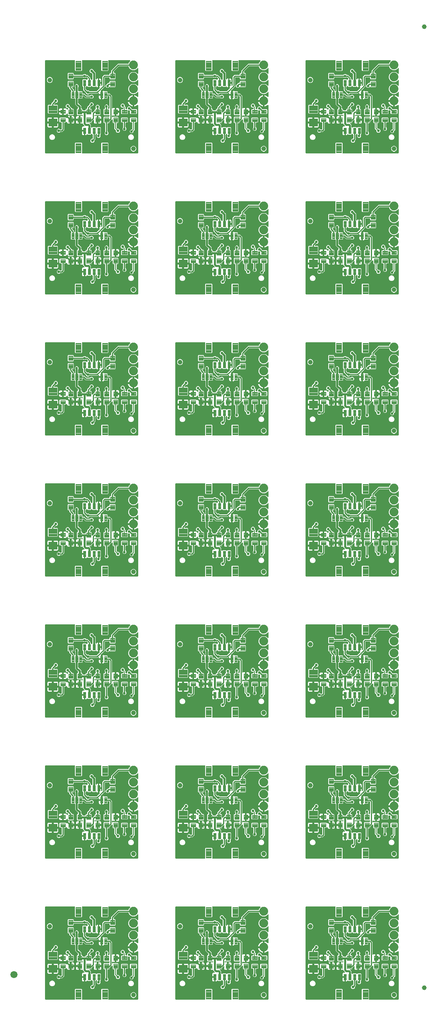
<source format=gtl>
G04 EAGLE Gerber RS-274X export*
G75*
%MOMM*%
%FSLAX34Y34*%
%LPD*%
%INTop Copper*%
%IPPOS*%
%AMOC8*
5,1,8,0,0,1.08239X$1,22.5*%
G01*
%ADD10C,0.104000*%
%ADD11C,0.100000*%
%ADD12C,0.096000*%
%ADD13C,1.000000*%
%ADD14C,0.102000*%
%ADD15C,0.101600*%
%ADD16C,1.879600*%
%ADD17C,1.500000*%
%ADD18C,0.558800*%
%ADD19C,0.254000*%
%ADD20C,0.406400*%
%ADD21C,0.203200*%

G36*
X166972Y970543D02*
X166972Y970543D01*
X167030Y970541D01*
X167112Y970563D01*
X167196Y970575D01*
X167249Y970598D01*
X167305Y970613D01*
X167378Y970656D01*
X167455Y970691D01*
X167500Y970729D01*
X167550Y970758D01*
X167608Y970820D01*
X167672Y970874D01*
X167704Y970923D01*
X167744Y970966D01*
X167783Y971041D01*
X167830Y971111D01*
X167847Y971167D01*
X167874Y971219D01*
X167885Y971287D01*
X167915Y971382D01*
X167918Y971482D01*
X167929Y971550D01*
X167929Y992035D01*
X168955Y993061D01*
X181445Y993061D01*
X182471Y992035D01*
X182471Y971550D01*
X182479Y971492D01*
X182477Y971434D01*
X182499Y971352D01*
X182511Y971268D01*
X182534Y971215D01*
X182549Y971159D01*
X182592Y971086D01*
X182627Y971009D01*
X182665Y970964D01*
X182694Y970914D01*
X182756Y970856D01*
X182810Y970792D01*
X182859Y970760D01*
X182902Y970720D01*
X182977Y970681D01*
X183047Y970634D01*
X183103Y970617D01*
X183155Y970590D01*
X183223Y970579D01*
X183318Y970549D01*
X183418Y970546D01*
X183486Y970535D01*
X222914Y970535D01*
X222972Y970543D01*
X223030Y970541D01*
X223112Y970563D01*
X223196Y970575D01*
X223249Y970598D01*
X223305Y970613D01*
X223378Y970656D01*
X223455Y970691D01*
X223500Y970729D01*
X223550Y970758D01*
X223608Y970820D01*
X223672Y970874D01*
X223704Y970923D01*
X223744Y970966D01*
X223783Y971041D01*
X223830Y971111D01*
X223847Y971167D01*
X223874Y971219D01*
X223885Y971287D01*
X223915Y971382D01*
X223918Y971482D01*
X223929Y971550D01*
X223929Y992035D01*
X224955Y993061D01*
X237445Y993061D01*
X238471Y992035D01*
X238471Y971550D01*
X238479Y971492D01*
X238477Y971434D01*
X238499Y971352D01*
X238511Y971268D01*
X238534Y971215D01*
X238549Y971159D01*
X238592Y971086D01*
X238627Y971009D01*
X238665Y970964D01*
X238694Y970914D01*
X238756Y970856D01*
X238810Y970792D01*
X238859Y970760D01*
X238902Y970720D01*
X238977Y970681D01*
X239047Y970634D01*
X239103Y970617D01*
X239155Y970590D01*
X239223Y970579D01*
X239318Y970549D01*
X239418Y970546D01*
X239486Y970535D01*
X300990Y970535D01*
X301048Y970543D01*
X301106Y970541D01*
X301188Y970563D01*
X301272Y970575D01*
X301325Y970598D01*
X301381Y970613D01*
X301454Y970656D01*
X301531Y970691D01*
X301576Y970729D01*
X301626Y970758D01*
X301684Y970820D01*
X301748Y970874D01*
X301780Y970923D01*
X301820Y970966D01*
X301859Y971041D01*
X301906Y971111D01*
X301923Y971167D01*
X301950Y971219D01*
X301961Y971287D01*
X301991Y971382D01*
X301994Y971482D01*
X302005Y971550D01*
X302005Y1072610D01*
X302001Y1072639D01*
X302004Y1072669D01*
X301981Y1072780D01*
X301965Y1072892D01*
X301953Y1072919D01*
X301948Y1072947D01*
X301896Y1073048D01*
X301849Y1073151D01*
X301830Y1073174D01*
X301817Y1073200D01*
X301739Y1073282D01*
X301666Y1073368D01*
X301641Y1073385D01*
X301621Y1073406D01*
X301523Y1073463D01*
X301429Y1073526D01*
X301401Y1073535D01*
X301376Y1073550D01*
X301266Y1073577D01*
X301158Y1073612D01*
X301129Y1073612D01*
X301100Y1073620D01*
X300987Y1073616D01*
X300874Y1073619D01*
X300845Y1073612D01*
X300816Y1073611D01*
X300708Y1073576D01*
X300599Y1073547D01*
X300573Y1073532D01*
X300545Y1073523D01*
X300481Y1073477D01*
X300354Y1073402D01*
X300311Y1073356D01*
X300272Y1073328D01*
X299878Y1072934D01*
X298357Y1071829D01*
X296683Y1070976D01*
X294896Y1070395D01*
X294131Y1070274D01*
X294131Y1081024D01*
X294123Y1081082D01*
X294125Y1081140D01*
X294103Y1081222D01*
X294091Y1081305D01*
X294067Y1081359D01*
X294053Y1081415D01*
X294010Y1081488D01*
X293975Y1081565D01*
X293937Y1081609D01*
X293907Y1081660D01*
X293846Y1081717D01*
X293791Y1081782D01*
X293743Y1081814D01*
X293700Y1081854D01*
X293625Y1081893D01*
X293555Y1081939D01*
X293499Y1081957D01*
X293447Y1081984D01*
X293379Y1081995D01*
X293284Y1082025D01*
X293184Y1082028D01*
X293116Y1082039D01*
X292099Y1082039D01*
X292099Y1082041D01*
X293116Y1082041D01*
X293174Y1082049D01*
X293232Y1082048D01*
X293314Y1082069D01*
X293397Y1082081D01*
X293451Y1082105D01*
X293507Y1082119D01*
X293580Y1082162D01*
X293657Y1082197D01*
X293702Y1082235D01*
X293752Y1082265D01*
X293810Y1082326D01*
X293874Y1082381D01*
X293906Y1082429D01*
X293946Y1082472D01*
X293985Y1082547D01*
X294031Y1082617D01*
X294049Y1082673D01*
X294076Y1082725D01*
X294087Y1082793D01*
X294117Y1082888D01*
X294120Y1082988D01*
X294131Y1083056D01*
X294131Y1093806D01*
X294896Y1093685D01*
X296683Y1093104D01*
X298357Y1092251D01*
X299878Y1091146D01*
X300272Y1090752D01*
X300296Y1090734D01*
X300315Y1090712D01*
X300409Y1090649D01*
X300499Y1090581D01*
X300527Y1090570D01*
X300551Y1090554D01*
X300659Y1090520D01*
X300765Y1090480D01*
X300794Y1090477D01*
X300822Y1090468D01*
X300935Y1090465D01*
X301048Y1090456D01*
X301077Y1090462D01*
X301106Y1090461D01*
X301216Y1090490D01*
X301327Y1090512D01*
X301353Y1090525D01*
X301381Y1090533D01*
X301479Y1090591D01*
X301579Y1090643D01*
X301601Y1090663D01*
X301626Y1090678D01*
X301703Y1090761D01*
X301785Y1090839D01*
X301800Y1090864D01*
X301820Y1090885D01*
X301872Y1090986D01*
X301929Y1091084D01*
X301936Y1091112D01*
X301950Y1091139D01*
X301963Y1091216D01*
X301999Y1091360D01*
X301997Y1091422D01*
X302005Y1091470D01*
X302005Y1099806D01*
X302001Y1099835D01*
X302004Y1099865D01*
X301981Y1099976D01*
X301965Y1100088D01*
X301953Y1100115D01*
X301948Y1100143D01*
X301895Y1100244D01*
X301849Y1100347D01*
X301830Y1100370D01*
X301817Y1100396D01*
X301739Y1100478D01*
X301666Y1100564D01*
X301641Y1100581D01*
X301621Y1100602D01*
X301523Y1100659D01*
X301429Y1100722D01*
X301401Y1100731D01*
X301376Y1100746D01*
X301266Y1100773D01*
X301158Y1100808D01*
X301128Y1100808D01*
X301100Y1100816D01*
X300987Y1100812D01*
X300874Y1100815D01*
X300845Y1100808D01*
X300816Y1100807D01*
X300708Y1100772D01*
X300599Y1100743D01*
X300573Y1100728D01*
X300545Y1100719D01*
X300482Y1100674D01*
X300354Y1100598D01*
X300311Y1100552D01*
X300272Y1100524D01*
X298143Y1098395D01*
X294222Y1096771D01*
X289978Y1096771D01*
X286057Y1098396D01*
X283056Y1101397D01*
X281431Y1105318D01*
X281431Y1109562D01*
X283056Y1113483D01*
X286057Y1116484D01*
X289978Y1118109D01*
X294222Y1118109D01*
X298143Y1116485D01*
X300272Y1114356D01*
X300296Y1114338D01*
X300315Y1114316D01*
X300409Y1114253D01*
X300499Y1114185D01*
X300527Y1114174D01*
X300551Y1114158D01*
X300659Y1114124D01*
X300765Y1114084D01*
X300794Y1114081D01*
X300822Y1114072D01*
X300936Y1114069D01*
X301048Y1114060D01*
X301077Y1114066D01*
X301106Y1114065D01*
X301216Y1114094D01*
X301327Y1114116D01*
X301353Y1114129D01*
X301381Y1114137D01*
X301479Y1114195D01*
X301579Y1114247D01*
X301601Y1114267D01*
X301626Y1114282D01*
X301703Y1114365D01*
X301785Y1114443D01*
X301800Y1114468D01*
X301820Y1114489D01*
X301872Y1114590D01*
X301929Y1114688D01*
X301936Y1114716D01*
X301950Y1114743D01*
X301963Y1114820D01*
X301999Y1114963D01*
X301997Y1115026D01*
X302005Y1115074D01*
X302005Y1125206D01*
X302001Y1125235D01*
X302004Y1125265D01*
X301981Y1125376D01*
X301965Y1125488D01*
X301953Y1125515D01*
X301948Y1125543D01*
X301895Y1125644D01*
X301849Y1125747D01*
X301830Y1125770D01*
X301817Y1125796D01*
X301739Y1125878D01*
X301666Y1125964D01*
X301641Y1125981D01*
X301621Y1126002D01*
X301523Y1126059D01*
X301429Y1126122D01*
X301401Y1126131D01*
X301376Y1126146D01*
X301266Y1126173D01*
X301158Y1126208D01*
X301128Y1126208D01*
X301100Y1126216D01*
X300987Y1126212D01*
X300874Y1126215D01*
X300845Y1126208D01*
X300816Y1126207D01*
X300708Y1126172D01*
X300599Y1126143D01*
X300573Y1126128D01*
X300545Y1126119D01*
X300482Y1126074D01*
X300354Y1125998D01*
X300311Y1125952D01*
X300272Y1125924D01*
X298143Y1123795D01*
X294222Y1122171D01*
X289978Y1122171D01*
X286057Y1123796D01*
X283056Y1126797D01*
X281431Y1130718D01*
X281431Y1134962D01*
X283056Y1138883D01*
X286057Y1141884D01*
X289978Y1143509D01*
X294222Y1143509D01*
X298143Y1141885D01*
X300272Y1139756D01*
X300296Y1139738D01*
X300315Y1139716D01*
X300409Y1139653D01*
X300499Y1139585D01*
X300527Y1139574D01*
X300551Y1139558D01*
X300659Y1139524D01*
X300765Y1139484D01*
X300794Y1139481D01*
X300822Y1139472D01*
X300936Y1139469D01*
X301048Y1139460D01*
X301077Y1139466D01*
X301106Y1139465D01*
X301216Y1139494D01*
X301327Y1139516D01*
X301353Y1139529D01*
X301381Y1139537D01*
X301479Y1139595D01*
X301579Y1139647D01*
X301601Y1139667D01*
X301626Y1139682D01*
X301703Y1139765D01*
X301785Y1139843D01*
X301800Y1139868D01*
X301820Y1139889D01*
X301872Y1139990D01*
X301929Y1140088D01*
X301936Y1140116D01*
X301950Y1140143D01*
X301963Y1140220D01*
X301999Y1140363D01*
X301997Y1140426D01*
X302005Y1140474D01*
X302005Y1150606D01*
X302001Y1150635D01*
X302004Y1150665D01*
X301981Y1150776D01*
X301965Y1150888D01*
X301953Y1150915D01*
X301948Y1150943D01*
X301895Y1151044D01*
X301849Y1151147D01*
X301830Y1151170D01*
X301817Y1151196D01*
X301739Y1151278D01*
X301666Y1151364D01*
X301641Y1151381D01*
X301621Y1151402D01*
X301523Y1151459D01*
X301429Y1151522D01*
X301401Y1151531D01*
X301376Y1151546D01*
X301266Y1151573D01*
X301158Y1151608D01*
X301128Y1151608D01*
X301100Y1151616D01*
X300987Y1151612D01*
X300874Y1151615D01*
X300845Y1151608D01*
X300816Y1151607D01*
X300708Y1151572D01*
X300599Y1151543D01*
X300573Y1151528D01*
X300545Y1151519D01*
X300482Y1151474D01*
X300354Y1151398D01*
X300311Y1151352D01*
X300272Y1151324D01*
X298143Y1149195D01*
X294222Y1147571D01*
X289978Y1147571D01*
X286057Y1149196D01*
X283055Y1152197D01*
X281864Y1155073D01*
X281863Y1155074D01*
X281863Y1155075D01*
X281793Y1155194D01*
X281720Y1155317D01*
X281719Y1155318D01*
X281718Y1155320D01*
X281614Y1155417D01*
X281513Y1155513D01*
X281512Y1155513D01*
X281510Y1155514D01*
X281385Y1155579D01*
X281260Y1155643D01*
X281259Y1155643D01*
X281257Y1155644D01*
X281243Y1155646D01*
X280981Y1155698D01*
X280951Y1155695D01*
X280926Y1155699D01*
X261823Y1155699D01*
X261736Y1155687D01*
X261649Y1155684D01*
X261596Y1155667D01*
X261541Y1155659D01*
X261462Y1155624D01*
X261378Y1155597D01*
X261339Y1155569D01*
X261282Y1155543D01*
X261169Y1155447D01*
X261105Y1155402D01*
X250488Y1144785D01*
X250436Y1144715D01*
X250376Y1144651D01*
X250350Y1144602D01*
X250317Y1144558D01*
X250286Y1144476D01*
X250246Y1144398D01*
X250238Y1144351D01*
X250216Y1144292D01*
X250204Y1144144D01*
X250191Y1144067D01*
X250191Y1142776D01*
X250199Y1142718D01*
X250197Y1142660D01*
X250219Y1142578D01*
X250231Y1142494D01*
X250254Y1142441D01*
X250269Y1142385D01*
X250312Y1142312D01*
X250347Y1142235D01*
X250385Y1142190D01*
X250414Y1142140D01*
X250476Y1142082D01*
X250530Y1142018D01*
X250579Y1141986D01*
X250622Y1141946D01*
X250697Y1141907D01*
X250767Y1141860D01*
X250823Y1141843D01*
X250875Y1141816D01*
X250943Y1141805D01*
X251038Y1141775D01*
X251138Y1141772D01*
X251206Y1141761D01*
X252884Y1141761D01*
X253921Y1140724D01*
X253921Y1129256D01*
X252884Y1128219D01*
X242416Y1128219D01*
X241379Y1129256D01*
X241379Y1131434D01*
X241371Y1131492D01*
X241373Y1131550D01*
X241351Y1131632D01*
X241339Y1131716D01*
X241316Y1131769D01*
X241301Y1131825D01*
X241258Y1131898D01*
X241223Y1131975D01*
X241185Y1132020D01*
X241156Y1132070D01*
X241094Y1132128D01*
X241040Y1132192D01*
X240991Y1132224D01*
X240948Y1132264D01*
X240873Y1132303D01*
X240803Y1132350D01*
X240747Y1132367D01*
X240695Y1132394D01*
X240627Y1132405D01*
X240532Y1132435D01*
X240432Y1132438D01*
X240364Y1132449D01*
X232223Y1132449D01*
X232136Y1132437D01*
X232049Y1132434D01*
X231996Y1132417D01*
X231941Y1132409D01*
X231862Y1132374D01*
X231778Y1132347D01*
X231739Y1132319D01*
X231682Y1132293D01*
X231569Y1132197D01*
X231505Y1132152D01*
X231438Y1132085D01*
X231386Y1132015D01*
X231326Y1131951D01*
X231300Y1131902D01*
X231267Y1131858D01*
X231236Y1131776D01*
X231196Y1131698D01*
X231188Y1131651D01*
X231166Y1131592D01*
X231154Y1131444D01*
X231141Y1131367D01*
X231141Y1112738D01*
X229355Y1110952D01*
X223247Y1104843D01*
X223194Y1104774D01*
X223134Y1104710D01*
X223109Y1104660D01*
X223076Y1104616D01*
X223045Y1104535D01*
X223005Y1104457D01*
X222997Y1104409D01*
X222974Y1104351D01*
X222962Y1104203D01*
X222949Y1104126D01*
X222949Y1096327D01*
X218820Y1096327D01*
X218820Y1097966D01*
X218816Y1097995D01*
X218819Y1098024D01*
X218796Y1098135D01*
X218780Y1098248D01*
X218768Y1098274D01*
X218763Y1098303D01*
X218710Y1098404D01*
X218664Y1098507D01*
X218645Y1098529D01*
X218632Y1098555D01*
X218554Y1098638D01*
X218481Y1098724D01*
X218456Y1098740D01*
X218436Y1098762D01*
X218338Y1098819D01*
X218244Y1098882D01*
X218216Y1098890D01*
X218191Y1098905D01*
X218081Y1098933D01*
X217973Y1098967D01*
X217943Y1098968D01*
X217915Y1098975D01*
X217802Y1098972D01*
X217689Y1098975D01*
X217660Y1098967D01*
X217631Y1098966D01*
X217523Y1098931D01*
X217414Y1098903D01*
X217388Y1098888D01*
X217360Y1098879D01*
X217296Y1098833D01*
X217169Y1098758D01*
X217126Y1098712D01*
X217087Y1098684D01*
X215682Y1097279D01*
X199208Y1097279D01*
X199122Y1097267D01*
X199034Y1097264D01*
X198982Y1097247D01*
X198927Y1097239D01*
X198847Y1097204D01*
X198764Y1097177D01*
X198724Y1097149D01*
X198667Y1097123D01*
X198554Y1097027D01*
X198490Y1096982D01*
X197264Y1095755D01*
X193896Y1095755D01*
X191515Y1098136D01*
X191515Y1098601D01*
X191503Y1098688D01*
X191500Y1098775D01*
X191483Y1098828D01*
X191475Y1098883D01*
X191440Y1098962D01*
X191413Y1099046D01*
X191385Y1099085D01*
X191359Y1099142D01*
X191263Y1099255D01*
X191218Y1099319D01*
X187445Y1103092D01*
X185659Y1104878D01*
X185659Y1111104D01*
X185651Y1111162D01*
X185653Y1111220D01*
X185631Y1111302D01*
X185619Y1111386D01*
X185596Y1111439D01*
X185581Y1111495D01*
X185538Y1111568D01*
X185503Y1111645D01*
X185465Y1111690D01*
X185436Y1111740D01*
X185374Y1111798D01*
X185320Y1111862D01*
X185271Y1111894D01*
X185228Y1111934D01*
X185153Y1111973D01*
X185083Y1112020D01*
X185067Y1112025D01*
X183929Y1113162D01*
X183929Y1127118D01*
X184972Y1128161D01*
X191428Y1128161D01*
X192482Y1127106D01*
X192529Y1127071D01*
X192569Y1127029D01*
X192642Y1126986D01*
X192709Y1126935D01*
X192764Y1126914D01*
X192814Y1126885D01*
X192896Y1126864D01*
X192975Y1126834D01*
X193033Y1126829D01*
X193090Y1126815D01*
X193174Y1126818D01*
X193258Y1126811D01*
X193316Y1126822D01*
X193374Y1126824D01*
X193454Y1126850D01*
X193537Y1126866D01*
X193589Y1126893D01*
X193645Y1126911D01*
X193701Y1126952D01*
X193789Y1126997D01*
X193862Y1127066D01*
X193918Y1127106D01*
X195101Y1128290D01*
X195137Y1128336D01*
X195179Y1128377D01*
X195222Y1128450D01*
X195272Y1128517D01*
X195293Y1128572D01*
X195323Y1128622D01*
X195343Y1128704D01*
X195373Y1128783D01*
X195378Y1128841D01*
X195393Y1128898D01*
X195390Y1128982D01*
X195397Y1129066D01*
X195386Y1129123D01*
X195384Y1129182D01*
X195358Y1129262D01*
X195341Y1129345D01*
X195314Y1129397D01*
X195296Y1129452D01*
X195256Y1129508D01*
X195210Y1129597D01*
X195141Y1129669D01*
X195101Y1129726D01*
X192675Y1132152D01*
X192605Y1132204D01*
X192541Y1132264D01*
X192492Y1132290D01*
X192448Y1132323D01*
X192366Y1132354D01*
X192288Y1132394D01*
X192241Y1132402D01*
X192182Y1132424D01*
X192034Y1132436D01*
X191957Y1132449D01*
X191728Y1132449D01*
X191642Y1132437D01*
X191554Y1132434D01*
X191502Y1132417D01*
X191447Y1132409D01*
X191367Y1132374D01*
X191284Y1132347D01*
X191244Y1132319D01*
X191187Y1132293D01*
X191074Y1132197D01*
X191010Y1132152D01*
X189784Y1130925D01*
X186416Y1130925D01*
X185190Y1132152D01*
X185120Y1132204D01*
X185056Y1132264D01*
X185007Y1132290D01*
X184962Y1132323D01*
X184881Y1132354D01*
X184803Y1132394D01*
X184755Y1132402D01*
X184697Y1132424D01*
X184549Y1132436D01*
X184472Y1132449D01*
X166036Y1132449D01*
X165978Y1132441D01*
X165920Y1132443D01*
X165838Y1132421D01*
X165754Y1132409D01*
X165701Y1132386D01*
X165645Y1132371D01*
X165572Y1132328D01*
X165495Y1132293D01*
X165450Y1132255D01*
X165400Y1132226D01*
X165342Y1132164D01*
X165278Y1132110D01*
X165246Y1132061D01*
X165206Y1132018D01*
X165167Y1131943D01*
X165120Y1131873D01*
X165103Y1131817D01*
X165076Y1131765D01*
X165065Y1131697D01*
X165035Y1131602D01*
X165032Y1131502D01*
X165021Y1131434D01*
X165021Y1129256D01*
X163984Y1128219D01*
X153516Y1128219D01*
X152479Y1129256D01*
X152479Y1140724D01*
X153516Y1141761D01*
X163984Y1141761D01*
X165021Y1140724D01*
X165021Y1138546D01*
X165029Y1138488D01*
X165027Y1138430D01*
X165049Y1138348D01*
X165061Y1138264D01*
X165084Y1138211D01*
X165099Y1138155D01*
X165142Y1138082D01*
X165177Y1138005D01*
X165215Y1137960D01*
X165244Y1137910D01*
X165306Y1137852D01*
X165360Y1137788D01*
X165409Y1137756D01*
X165452Y1137716D01*
X165527Y1137677D01*
X165597Y1137630D01*
X165653Y1137613D01*
X165705Y1137586D01*
X165773Y1137575D01*
X165868Y1137545D01*
X165968Y1137542D01*
X166036Y1137531D01*
X184472Y1137531D01*
X184558Y1137543D01*
X184646Y1137546D01*
X184698Y1137563D01*
X184753Y1137571D01*
X184833Y1137606D01*
X184916Y1137633D01*
X184956Y1137661D01*
X185013Y1137687D01*
X185126Y1137783D01*
X185190Y1137828D01*
X186416Y1139055D01*
X189784Y1139055D01*
X191010Y1137828D01*
X191080Y1137776D01*
X191144Y1137716D01*
X191193Y1137690D01*
X191238Y1137657D01*
X191319Y1137626D01*
X191397Y1137586D01*
X191445Y1137578D01*
X191503Y1137556D01*
X191651Y1137544D01*
X191728Y1137531D01*
X194482Y1137531D01*
X200741Y1131272D01*
X200741Y1129176D01*
X200749Y1129118D01*
X200747Y1129060D01*
X200769Y1128978D01*
X200781Y1128894D01*
X200804Y1128841D01*
X200819Y1128785D01*
X200862Y1128712D01*
X200897Y1128635D01*
X200935Y1128590D01*
X200964Y1128540D01*
X201026Y1128482D01*
X201080Y1128418D01*
X201129Y1128386D01*
X201172Y1128346D01*
X201247Y1128307D01*
X201317Y1128260D01*
X201333Y1128255D01*
X202482Y1127106D01*
X202529Y1127071D01*
X202569Y1127029D01*
X202642Y1126986D01*
X202709Y1126935D01*
X202764Y1126915D01*
X202814Y1126885D01*
X202896Y1126864D01*
X202975Y1126834D01*
X203033Y1126829D01*
X203090Y1126815D01*
X203174Y1126818D01*
X203258Y1126811D01*
X203316Y1126822D01*
X203374Y1126824D01*
X203454Y1126850D01*
X203537Y1126866D01*
X203589Y1126893D01*
X203645Y1126911D01*
X203701Y1126952D01*
X203789Y1126997D01*
X203862Y1127066D01*
X203918Y1127106D01*
X204600Y1127788D01*
X204653Y1127858D01*
X204712Y1127922D01*
X204738Y1127971D01*
X204771Y1128015D01*
X204802Y1128097D01*
X204842Y1128175D01*
X204850Y1128223D01*
X204872Y1128281D01*
X204884Y1128429D01*
X204897Y1128506D01*
X204897Y1138751D01*
X204885Y1138838D01*
X204882Y1138926D01*
X204865Y1138978D01*
X204857Y1139033D01*
X204822Y1139113D01*
X204795Y1139196D01*
X204767Y1139235D01*
X204741Y1139292D01*
X204645Y1139405D01*
X204600Y1139469D01*
X202891Y1141178D01*
X202821Y1141230D01*
X202758Y1141290D01*
X202708Y1141316D01*
X202664Y1141349D01*
X202582Y1141380D01*
X202504Y1141420D01*
X202457Y1141428D01*
X202398Y1141450D01*
X202251Y1141462D01*
X202173Y1141475D01*
X201516Y1141475D01*
X199135Y1143856D01*
X199135Y1147224D01*
X201516Y1149605D01*
X204884Y1149605D01*
X207265Y1147224D01*
X207265Y1146567D01*
X207277Y1146480D01*
X207280Y1146393D01*
X207297Y1146340D01*
X207305Y1146285D01*
X207340Y1146205D01*
X207367Y1146122D01*
X207395Y1146083D01*
X207421Y1146026D01*
X207517Y1145913D01*
X207562Y1145849D01*
X209271Y1144140D01*
X211503Y1141908D01*
X211503Y1128938D01*
X211507Y1128909D01*
X211504Y1128880D01*
X211527Y1128769D01*
X211543Y1128657D01*
X211555Y1128630D01*
X211560Y1128601D01*
X211613Y1128500D01*
X211659Y1128397D01*
X211678Y1128375D01*
X211691Y1128349D01*
X211769Y1128267D01*
X211842Y1128180D01*
X211867Y1128164D01*
X211887Y1128143D01*
X211985Y1128085D01*
X212079Y1128023D01*
X212107Y1128014D01*
X212132Y1127999D01*
X212242Y1127971D01*
X212350Y1127937D01*
X212380Y1127936D01*
X212408Y1127929D01*
X212521Y1127932D01*
X212634Y1127930D01*
X212663Y1127937D01*
X212692Y1127938D01*
X212800Y1127973D01*
X212909Y1128001D01*
X212935Y1128016D01*
X212963Y1128025D01*
X213027Y1128071D01*
X213154Y1128147D01*
X213197Y1128192D01*
X213236Y1128220D01*
X213837Y1128821D01*
X214532Y1129223D01*
X215308Y1129431D01*
X216701Y1129431D01*
X216701Y1120624D01*
X216709Y1120566D01*
X216707Y1120508D01*
X216729Y1120426D01*
X216741Y1120343D01*
X216764Y1120289D01*
X216779Y1120233D01*
X216822Y1120160D01*
X216831Y1120141D01*
X216800Y1120095D01*
X216783Y1120039D01*
X216756Y1119987D01*
X216745Y1119919D01*
X216715Y1119824D01*
X216712Y1119724D01*
X216701Y1119656D01*
X216701Y1110849D01*
X215308Y1110849D01*
X214532Y1111057D01*
X213837Y1111459D01*
X213269Y1112027D01*
X213223Y1112107D01*
X213192Y1112145D01*
X213170Y1112189D01*
X213105Y1112257D01*
X213047Y1112331D01*
X213008Y1112359D01*
X212974Y1112395D01*
X212893Y1112442D01*
X212817Y1112497D01*
X212771Y1112514D01*
X212729Y1112538D01*
X212638Y1112562D01*
X212549Y1112593D01*
X212501Y1112596D01*
X212453Y1112608D01*
X212360Y1112606D01*
X212266Y1112612D01*
X212218Y1112601D01*
X212169Y1112599D01*
X212080Y1112571D01*
X211988Y1112550D01*
X211945Y1112527D01*
X211899Y1112512D01*
X211838Y1112469D01*
X211738Y1112415D01*
X211677Y1112354D01*
X211625Y1112317D01*
X211428Y1112119D01*
X204972Y1112119D01*
X203918Y1113174D01*
X203871Y1113209D01*
X203831Y1113251D01*
X203758Y1113294D01*
X203691Y1113345D01*
X203636Y1113366D01*
X203586Y1113395D01*
X203504Y1113416D01*
X203425Y1113446D01*
X203367Y1113451D01*
X203310Y1113465D01*
X203226Y1113462D01*
X203142Y1113469D01*
X203084Y1113458D01*
X203026Y1113456D01*
X202946Y1113430D01*
X202863Y1113414D01*
X202811Y1113387D01*
X202755Y1113369D01*
X202699Y1113329D01*
X202611Y1113283D01*
X202538Y1113214D01*
X202482Y1113174D01*
X201428Y1112119D01*
X194972Y1112119D01*
X193918Y1113174D01*
X193871Y1113209D01*
X193831Y1113251D01*
X193758Y1113294D01*
X193691Y1113345D01*
X193636Y1113366D01*
X193586Y1113395D01*
X193504Y1113416D01*
X193425Y1113446D01*
X193367Y1113451D01*
X193310Y1113465D01*
X193226Y1113462D01*
X193142Y1113469D01*
X193084Y1113458D01*
X193026Y1113456D01*
X192946Y1113430D01*
X192863Y1113414D01*
X192811Y1113387D01*
X192755Y1113369D01*
X192699Y1113329D01*
X192611Y1113283D01*
X192538Y1113214D01*
X192482Y1113174D01*
X191327Y1112018D01*
X191292Y1111998D01*
X191215Y1111963D01*
X191170Y1111925D01*
X191120Y1111896D01*
X191062Y1111834D01*
X190998Y1111780D01*
X190966Y1111731D01*
X190926Y1111688D01*
X190887Y1111613D01*
X190840Y1111543D01*
X190823Y1111487D01*
X190796Y1111435D01*
X190785Y1111367D01*
X190755Y1111272D01*
X190752Y1111172D01*
X190741Y1111104D01*
X190741Y1107403D01*
X190753Y1107316D01*
X190756Y1107229D01*
X190773Y1107176D01*
X190781Y1107121D01*
X190816Y1107042D01*
X190843Y1106958D01*
X190871Y1106919D01*
X190897Y1106862D01*
X190993Y1106749D01*
X191038Y1106685D01*
X193541Y1104182D01*
X193611Y1104130D01*
X193675Y1104070D01*
X193724Y1104044D01*
X193768Y1104011D01*
X193850Y1103980D01*
X193928Y1103940D01*
X193975Y1103932D01*
X194034Y1103910D01*
X194182Y1103898D01*
X194259Y1103885D01*
X197264Y1103885D01*
X198490Y1102658D01*
X198560Y1102606D01*
X198624Y1102546D01*
X198673Y1102520D01*
X198718Y1102487D01*
X198799Y1102456D01*
X198877Y1102416D01*
X198925Y1102408D01*
X198983Y1102386D01*
X199131Y1102374D01*
X199208Y1102361D01*
X213157Y1102361D01*
X213244Y1102373D01*
X213331Y1102376D01*
X213384Y1102393D01*
X213439Y1102401D01*
X213518Y1102436D01*
X213602Y1102463D01*
X213641Y1102491D01*
X213698Y1102517D01*
X213811Y1102613D01*
X213875Y1102658D01*
X220333Y1109116D01*
X220351Y1109140D01*
X220373Y1109159D01*
X220436Y1109253D01*
X220504Y1109343D01*
X220514Y1109371D01*
X220531Y1109395D01*
X220565Y1109503D01*
X220605Y1109609D01*
X220608Y1109638D01*
X220616Y1109666D01*
X220619Y1109780D01*
X220629Y1109892D01*
X220623Y1109921D01*
X220624Y1109950D01*
X220595Y1110060D01*
X220573Y1110171D01*
X220559Y1110197D01*
X220552Y1110225D01*
X220494Y1110323D01*
X220442Y1110423D01*
X220422Y1110445D01*
X220407Y1110470D01*
X220324Y1110547D01*
X220246Y1110629D01*
X220221Y1110644D01*
X220199Y1110664D01*
X220098Y1110716D01*
X220001Y1110773D01*
X219972Y1110780D01*
X219946Y1110794D01*
X219869Y1110807D01*
X219725Y1110843D01*
X219699Y1110842D01*
X219699Y1118641D01*
X223741Y1118641D01*
X223741Y1114975D01*
X223745Y1114946D01*
X223742Y1114917D01*
X223765Y1114806D01*
X223781Y1114693D01*
X223793Y1114667D01*
X223798Y1114638D01*
X223850Y1114537D01*
X223897Y1114434D01*
X223916Y1114412D01*
X223929Y1114386D01*
X224007Y1114303D01*
X224080Y1114217D01*
X224105Y1114201D01*
X224125Y1114179D01*
X224223Y1114122D01*
X224317Y1114059D01*
X224345Y1114051D01*
X224370Y1114036D01*
X224480Y1114008D01*
X224588Y1113974D01*
X224618Y1113973D01*
X224646Y1113966D01*
X224759Y1113969D01*
X224872Y1113966D01*
X224901Y1113974D01*
X224930Y1113975D01*
X225038Y1114010D01*
X225147Y1114038D01*
X225173Y1114053D01*
X225201Y1114062D01*
X225264Y1114108D01*
X225392Y1114183D01*
X225435Y1114229D01*
X225474Y1114257D01*
X225762Y1114545D01*
X225814Y1114615D01*
X225874Y1114679D01*
X225900Y1114728D01*
X225933Y1114772D01*
X225964Y1114854D01*
X226004Y1114932D01*
X226012Y1114979D01*
X226034Y1115038D01*
X226046Y1115186D01*
X226059Y1115263D01*
X226059Y1133892D01*
X229698Y1137531D01*
X240364Y1137531D01*
X240422Y1137539D01*
X240480Y1137537D01*
X240562Y1137559D01*
X240646Y1137571D01*
X240699Y1137594D01*
X240755Y1137609D01*
X240828Y1137652D01*
X240905Y1137687D01*
X240950Y1137725D01*
X241000Y1137754D01*
X241058Y1137816D01*
X241122Y1137870D01*
X241154Y1137919D01*
X241194Y1137962D01*
X241233Y1138037D01*
X241280Y1138107D01*
X241297Y1138163D01*
X241324Y1138215D01*
X241335Y1138283D01*
X241365Y1138378D01*
X241368Y1138478D01*
X241379Y1138546D01*
X241379Y1140724D01*
X242416Y1141761D01*
X244094Y1141761D01*
X244152Y1141769D01*
X244210Y1141767D01*
X244292Y1141789D01*
X244376Y1141801D01*
X244429Y1141824D01*
X244485Y1141839D01*
X244558Y1141882D01*
X244635Y1141917D01*
X244680Y1141955D01*
X244730Y1141984D01*
X244788Y1142046D01*
X244852Y1142100D01*
X244884Y1142149D01*
X244924Y1142192D01*
X244963Y1142267D01*
X245010Y1142337D01*
X245027Y1142393D01*
X245054Y1142445D01*
X245065Y1142513D01*
X245095Y1142608D01*
X245098Y1142708D01*
X245109Y1142776D01*
X245109Y1146592D01*
X246895Y1148378D01*
X257512Y1158995D01*
X259298Y1160781D01*
X280926Y1160781D01*
X280928Y1160781D01*
X280929Y1160781D01*
X281069Y1160801D01*
X281208Y1160821D01*
X281209Y1160821D01*
X281211Y1160821D01*
X281337Y1160878D01*
X281467Y1160937D01*
X281468Y1160938D01*
X281470Y1160939D01*
X281577Y1161030D01*
X281684Y1161120D01*
X281685Y1161122D01*
X281686Y1161123D01*
X281694Y1161136D01*
X281842Y1161357D01*
X281851Y1161386D01*
X281864Y1161407D01*
X283055Y1164283D01*
X285184Y1166412D01*
X285202Y1166436D01*
X285224Y1166455D01*
X285287Y1166549D01*
X285355Y1166639D01*
X285366Y1166667D01*
X285382Y1166691D01*
X285416Y1166799D01*
X285456Y1166905D01*
X285459Y1166934D01*
X285468Y1166962D01*
X285471Y1167076D01*
X285480Y1167188D01*
X285474Y1167217D01*
X285475Y1167246D01*
X285446Y1167356D01*
X285424Y1167467D01*
X285411Y1167493D01*
X285403Y1167521D01*
X285345Y1167619D01*
X285293Y1167719D01*
X285273Y1167741D01*
X285258Y1167766D01*
X285175Y1167843D01*
X285097Y1167925D01*
X285072Y1167940D01*
X285051Y1167960D01*
X284950Y1168012D01*
X284852Y1168069D01*
X284824Y1168076D01*
X284797Y1168090D01*
X284720Y1168103D01*
X284577Y1168139D01*
X284514Y1168137D01*
X284466Y1168145D01*
X239486Y1168145D01*
X239428Y1168137D01*
X239370Y1168139D01*
X239288Y1168117D01*
X239204Y1168105D01*
X239151Y1168082D01*
X239095Y1168067D01*
X239022Y1168024D01*
X238945Y1167989D01*
X238900Y1167951D01*
X238850Y1167922D01*
X238792Y1167860D01*
X238728Y1167806D01*
X238696Y1167757D01*
X238656Y1167714D01*
X238617Y1167639D01*
X238570Y1167569D01*
X238553Y1167513D01*
X238526Y1167461D01*
X238515Y1167393D01*
X238485Y1167298D01*
X238482Y1167198D01*
X238471Y1167130D01*
X238471Y1146645D01*
X237445Y1145619D01*
X224955Y1145619D01*
X223929Y1146645D01*
X223929Y1167130D01*
X223921Y1167188D01*
X223923Y1167246D01*
X223901Y1167328D01*
X223889Y1167412D01*
X223866Y1167465D01*
X223851Y1167521D01*
X223808Y1167594D01*
X223773Y1167671D01*
X223735Y1167716D01*
X223706Y1167766D01*
X223644Y1167824D01*
X223590Y1167888D01*
X223541Y1167920D01*
X223498Y1167960D01*
X223423Y1167999D01*
X223353Y1168046D01*
X223297Y1168063D01*
X223245Y1168090D01*
X223177Y1168101D01*
X223082Y1168131D01*
X222982Y1168134D01*
X222914Y1168145D01*
X183486Y1168145D01*
X183428Y1168137D01*
X183370Y1168139D01*
X183288Y1168117D01*
X183204Y1168105D01*
X183151Y1168082D01*
X183095Y1168067D01*
X183022Y1168024D01*
X182945Y1167989D01*
X182900Y1167951D01*
X182850Y1167922D01*
X182792Y1167860D01*
X182728Y1167806D01*
X182696Y1167757D01*
X182656Y1167714D01*
X182617Y1167639D01*
X182570Y1167569D01*
X182553Y1167513D01*
X182526Y1167461D01*
X182515Y1167393D01*
X182485Y1167298D01*
X182482Y1167198D01*
X182471Y1167130D01*
X182471Y1146645D01*
X181445Y1145619D01*
X168955Y1145619D01*
X167929Y1146645D01*
X167929Y1167130D01*
X167921Y1167188D01*
X167923Y1167246D01*
X167901Y1167328D01*
X167889Y1167412D01*
X167866Y1167465D01*
X167851Y1167521D01*
X167808Y1167594D01*
X167773Y1167671D01*
X167735Y1167716D01*
X167706Y1167766D01*
X167644Y1167824D01*
X167590Y1167888D01*
X167541Y1167920D01*
X167498Y1167960D01*
X167423Y1167999D01*
X167353Y1168046D01*
X167297Y1168063D01*
X167245Y1168090D01*
X167177Y1168101D01*
X167082Y1168131D01*
X166982Y1168134D01*
X166914Y1168145D01*
X105410Y1168145D01*
X105352Y1168137D01*
X105294Y1168139D01*
X105212Y1168117D01*
X105128Y1168105D01*
X105075Y1168082D01*
X105019Y1168067D01*
X104946Y1168024D01*
X104869Y1167989D01*
X104824Y1167951D01*
X104774Y1167922D01*
X104716Y1167860D01*
X104652Y1167806D01*
X104620Y1167757D01*
X104580Y1167714D01*
X104541Y1167639D01*
X104494Y1167569D01*
X104477Y1167513D01*
X104450Y1167461D01*
X104439Y1167393D01*
X104409Y1167298D01*
X104406Y1167198D01*
X104395Y1167130D01*
X104395Y971550D01*
X104403Y971492D01*
X104401Y971434D01*
X104423Y971352D01*
X104435Y971268D01*
X104458Y971215D01*
X104473Y971159D01*
X104516Y971086D01*
X104551Y971009D01*
X104589Y970964D01*
X104618Y970914D01*
X104680Y970856D01*
X104734Y970792D01*
X104783Y970760D01*
X104826Y970720D01*
X104901Y970681D01*
X104971Y970634D01*
X105027Y970617D01*
X105079Y970590D01*
X105147Y970579D01*
X105242Y970549D01*
X105342Y970546D01*
X105410Y970535D01*
X166914Y970535D01*
X166972Y970543D01*
G37*
G36*
X443832Y1869703D02*
X443832Y1869703D01*
X443890Y1869701D01*
X443972Y1869723D01*
X444056Y1869735D01*
X444109Y1869758D01*
X444165Y1869773D01*
X444238Y1869816D01*
X444315Y1869851D01*
X444360Y1869889D01*
X444410Y1869918D01*
X444468Y1869980D01*
X444532Y1870034D01*
X444564Y1870083D01*
X444604Y1870126D01*
X444643Y1870201D01*
X444690Y1870271D01*
X444707Y1870327D01*
X444734Y1870379D01*
X444745Y1870447D01*
X444775Y1870542D01*
X444778Y1870642D01*
X444789Y1870710D01*
X444789Y1891195D01*
X445815Y1892221D01*
X458305Y1892221D01*
X459331Y1891195D01*
X459331Y1870710D01*
X459339Y1870652D01*
X459337Y1870594D01*
X459359Y1870512D01*
X459371Y1870428D01*
X459394Y1870375D01*
X459409Y1870319D01*
X459452Y1870246D01*
X459487Y1870169D01*
X459525Y1870124D01*
X459554Y1870074D01*
X459616Y1870016D01*
X459670Y1869952D01*
X459719Y1869920D01*
X459762Y1869880D01*
X459837Y1869841D01*
X459907Y1869794D01*
X459963Y1869777D01*
X460015Y1869750D01*
X460083Y1869739D01*
X460178Y1869709D01*
X460278Y1869706D01*
X460346Y1869695D01*
X499774Y1869695D01*
X499832Y1869703D01*
X499890Y1869701D01*
X499972Y1869723D01*
X500056Y1869735D01*
X500109Y1869758D01*
X500165Y1869773D01*
X500238Y1869816D01*
X500315Y1869851D01*
X500360Y1869889D01*
X500410Y1869918D01*
X500468Y1869980D01*
X500532Y1870034D01*
X500564Y1870083D01*
X500604Y1870126D01*
X500643Y1870201D01*
X500690Y1870271D01*
X500707Y1870327D01*
X500734Y1870379D01*
X500745Y1870447D01*
X500775Y1870542D01*
X500778Y1870642D01*
X500789Y1870710D01*
X500789Y1891195D01*
X501815Y1892221D01*
X514305Y1892221D01*
X515331Y1891195D01*
X515331Y1870710D01*
X515339Y1870652D01*
X515337Y1870594D01*
X515359Y1870512D01*
X515371Y1870428D01*
X515394Y1870375D01*
X515409Y1870319D01*
X515452Y1870246D01*
X515487Y1870169D01*
X515525Y1870124D01*
X515554Y1870074D01*
X515616Y1870016D01*
X515670Y1869952D01*
X515719Y1869920D01*
X515762Y1869880D01*
X515837Y1869841D01*
X515907Y1869794D01*
X515963Y1869777D01*
X516015Y1869750D01*
X516083Y1869739D01*
X516178Y1869709D01*
X516278Y1869706D01*
X516346Y1869695D01*
X577850Y1869695D01*
X577908Y1869703D01*
X577966Y1869701D01*
X578048Y1869723D01*
X578132Y1869735D01*
X578185Y1869758D01*
X578241Y1869773D01*
X578314Y1869816D01*
X578391Y1869851D01*
X578436Y1869889D01*
X578486Y1869918D01*
X578544Y1869980D01*
X578608Y1870034D01*
X578640Y1870083D01*
X578680Y1870126D01*
X578719Y1870201D01*
X578766Y1870271D01*
X578783Y1870327D01*
X578810Y1870379D01*
X578821Y1870447D01*
X578851Y1870542D01*
X578854Y1870642D01*
X578865Y1870710D01*
X578865Y1971770D01*
X578861Y1971799D01*
X578864Y1971829D01*
X578841Y1971940D01*
X578825Y1972052D01*
X578813Y1972079D01*
X578808Y1972107D01*
X578756Y1972208D01*
X578709Y1972311D01*
X578690Y1972334D01*
X578677Y1972360D01*
X578599Y1972442D01*
X578526Y1972528D01*
X578501Y1972545D01*
X578481Y1972566D01*
X578383Y1972623D01*
X578289Y1972686D01*
X578261Y1972695D01*
X578236Y1972710D01*
X578126Y1972737D01*
X578018Y1972772D01*
X577989Y1972772D01*
X577960Y1972780D01*
X577847Y1972776D01*
X577734Y1972779D01*
X577705Y1972772D01*
X577676Y1972771D01*
X577568Y1972736D01*
X577459Y1972707D01*
X577433Y1972692D01*
X577405Y1972683D01*
X577341Y1972637D01*
X577214Y1972562D01*
X577171Y1972516D01*
X577132Y1972488D01*
X576738Y1972094D01*
X575217Y1970989D01*
X573543Y1970136D01*
X571756Y1969555D01*
X570991Y1969434D01*
X570991Y1980184D01*
X570983Y1980242D01*
X570985Y1980300D01*
X570963Y1980382D01*
X570951Y1980465D01*
X570927Y1980519D01*
X570913Y1980575D01*
X570870Y1980648D01*
X570835Y1980725D01*
X570797Y1980769D01*
X570767Y1980820D01*
X570706Y1980877D01*
X570651Y1980942D01*
X570603Y1980974D01*
X570560Y1981014D01*
X570485Y1981053D01*
X570415Y1981099D01*
X570359Y1981117D01*
X570307Y1981144D01*
X570239Y1981155D01*
X570144Y1981185D01*
X570044Y1981188D01*
X569976Y1981199D01*
X568959Y1981199D01*
X568959Y1981201D01*
X569976Y1981201D01*
X570034Y1981209D01*
X570092Y1981208D01*
X570174Y1981229D01*
X570257Y1981241D01*
X570311Y1981265D01*
X570367Y1981279D01*
X570440Y1981322D01*
X570517Y1981357D01*
X570562Y1981395D01*
X570612Y1981425D01*
X570670Y1981486D01*
X570734Y1981541D01*
X570766Y1981589D01*
X570806Y1981632D01*
X570845Y1981707D01*
X570891Y1981777D01*
X570909Y1981833D01*
X570936Y1981885D01*
X570947Y1981953D01*
X570977Y1982048D01*
X570980Y1982148D01*
X570991Y1982216D01*
X570991Y1992966D01*
X571756Y1992845D01*
X573543Y1992264D01*
X575217Y1991411D01*
X576738Y1990306D01*
X577132Y1989912D01*
X577156Y1989894D01*
X577175Y1989872D01*
X577269Y1989809D01*
X577359Y1989741D01*
X577387Y1989730D01*
X577411Y1989714D01*
X577519Y1989680D01*
X577625Y1989640D01*
X577654Y1989637D01*
X577682Y1989628D01*
X577795Y1989625D01*
X577908Y1989616D01*
X577937Y1989622D01*
X577966Y1989621D01*
X578076Y1989650D01*
X578187Y1989672D01*
X578213Y1989685D01*
X578241Y1989693D01*
X578339Y1989751D01*
X578439Y1989803D01*
X578461Y1989823D01*
X578486Y1989838D01*
X578563Y1989921D01*
X578645Y1989999D01*
X578660Y1990024D01*
X578680Y1990045D01*
X578732Y1990146D01*
X578789Y1990244D01*
X578796Y1990272D01*
X578810Y1990299D01*
X578823Y1990376D01*
X578859Y1990520D01*
X578857Y1990582D01*
X578865Y1990630D01*
X578865Y1998966D01*
X578861Y1998995D01*
X578864Y1999025D01*
X578841Y1999136D01*
X578825Y1999248D01*
X578813Y1999275D01*
X578808Y1999303D01*
X578755Y1999404D01*
X578709Y1999507D01*
X578690Y1999530D01*
X578677Y1999556D01*
X578599Y1999638D01*
X578526Y1999724D01*
X578501Y1999741D01*
X578481Y1999762D01*
X578383Y1999819D01*
X578289Y1999882D01*
X578261Y1999891D01*
X578236Y1999906D01*
X578126Y1999933D01*
X578018Y1999968D01*
X577988Y1999968D01*
X577960Y1999976D01*
X577847Y1999972D01*
X577734Y1999975D01*
X577705Y1999968D01*
X577676Y1999967D01*
X577568Y1999932D01*
X577459Y1999903D01*
X577433Y1999888D01*
X577405Y1999879D01*
X577342Y1999834D01*
X577214Y1999758D01*
X577171Y1999712D01*
X577132Y1999684D01*
X575003Y1997555D01*
X571082Y1995931D01*
X566838Y1995931D01*
X562917Y1997556D01*
X559916Y2000557D01*
X558291Y2004478D01*
X558291Y2008722D01*
X559916Y2012643D01*
X562917Y2015644D01*
X566838Y2017269D01*
X571082Y2017269D01*
X575003Y2015645D01*
X577132Y2013516D01*
X577156Y2013498D01*
X577175Y2013476D01*
X577269Y2013413D01*
X577359Y2013345D01*
X577387Y2013334D01*
X577411Y2013318D01*
X577519Y2013284D01*
X577625Y2013244D01*
X577654Y2013241D01*
X577682Y2013232D01*
X577796Y2013229D01*
X577908Y2013220D01*
X577937Y2013226D01*
X577966Y2013225D01*
X578076Y2013254D01*
X578187Y2013276D01*
X578213Y2013289D01*
X578241Y2013297D01*
X578339Y2013355D01*
X578439Y2013407D01*
X578461Y2013427D01*
X578486Y2013442D01*
X578563Y2013525D01*
X578645Y2013603D01*
X578660Y2013628D01*
X578680Y2013649D01*
X578732Y2013750D01*
X578789Y2013848D01*
X578796Y2013876D01*
X578810Y2013903D01*
X578823Y2013980D01*
X578859Y2014123D01*
X578857Y2014186D01*
X578865Y2014234D01*
X578865Y2024366D01*
X578861Y2024395D01*
X578864Y2024425D01*
X578841Y2024536D01*
X578825Y2024648D01*
X578813Y2024675D01*
X578808Y2024703D01*
X578755Y2024804D01*
X578709Y2024907D01*
X578690Y2024930D01*
X578677Y2024956D01*
X578599Y2025038D01*
X578526Y2025124D01*
X578501Y2025141D01*
X578481Y2025162D01*
X578383Y2025219D01*
X578289Y2025282D01*
X578261Y2025291D01*
X578236Y2025306D01*
X578126Y2025333D01*
X578018Y2025368D01*
X577988Y2025368D01*
X577960Y2025376D01*
X577847Y2025372D01*
X577734Y2025375D01*
X577705Y2025368D01*
X577676Y2025367D01*
X577568Y2025332D01*
X577459Y2025303D01*
X577433Y2025288D01*
X577405Y2025279D01*
X577342Y2025234D01*
X577214Y2025158D01*
X577171Y2025112D01*
X577132Y2025084D01*
X575003Y2022955D01*
X571082Y2021331D01*
X566838Y2021331D01*
X562917Y2022956D01*
X559916Y2025957D01*
X558291Y2029878D01*
X558291Y2034122D01*
X559916Y2038043D01*
X562917Y2041044D01*
X566838Y2042669D01*
X571082Y2042669D01*
X575003Y2041045D01*
X577132Y2038916D01*
X577156Y2038898D01*
X577175Y2038876D01*
X577269Y2038813D01*
X577359Y2038745D01*
X577387Y2038734D01*
X577411Y2038718D01*
X577519Y2038684D01*
X577625Y2038644D01*
X577654Y2038641D01*
X577682Y2038632D01*
X577796Y2038629D01*
X577908Y2038620D01*
X577937Y2038626D01*
X577966Y2038625D01*
X578076Y2038654D01*
X578187Y2038676D01*
X578213Y2038689D01*
X578241Y2038697D01*
X578339Y2038755D01*
X578439Y2038807D01*
X578461Y2038827D01*
X578486Y2038842D01*
X578563Y2038925D01*
X578645Y2039003D01*
X578660Y2039028D01*
X578680Y2039049D01*
X578732Y2039150D01*
X578789Y2039248D01*
X578796Y2039276D01*
X578810Y2039303D01*
X578823Y2039380D01*
X578859Y2039523D01*
X578857Y2039586D01*
X578865Y2039634D01*
X578865Y2049766D01*
X578861Y2049795D01*
X578864Y2049825D01*
X578841Y2049936D01*
X578825Y2050048D01*
X578813Y2050075D01*
X578808Y2050103D01*
X578755Y2050204D01*
X578709Y2050307D01*
X578690Y2050330D01*
X578677Y2050356D01*
X578599Y2050438D01*
X578526Y2050524D01*
X578501Y2050541D01*
X578481Y2050562D01*
X578383Y2050619D01*
X578289Y2050682D01*
X578261Y2050691D01*
X578236Y2050706D01*
X578126Y2050733D01*
X578018Y2050768D01*
X577988Y2050768D01*
X577960Y2050776D01*
X577847Y2050772D01*
X577734Y2050775D01*
X577705Y2050768D01*
X577676Y2050767D01*
X577568Y2050732D01*
X577459Y2050703D01*
X577433Y2050688D01*
X577405Y2050679D01*
X577342Y2050634D01*
X577214Y2050558D01*
X577171Y2050512D01*
X577132Y2050484D01*
X575003Y2048355D01*
X571082Y2046731D01*
X566838Y2046731D01*
X562917Y2048356D01*
X559915Y2051357D01*
X558724Y2054233D01*
X558723Y2054234D01*
X558723Y2054235D01*
X558653Y2054354D01*
X558580Y2054477D01*
X558579Y2054478D01*
X558578Y2054480D01*
X558474Y2054577D01*
X558373Y2054673D01*
X558372Y2054673D01*
X558370Y2054674D01*
X558245Y2054739D01*
X558120Y2054803D01*
X558119Y2054803D01*
X558117Y2054804D01*
X558103Y2054806D01*
X557841Y2054858D01*
X557811Y2054855D01*
X557786Y2054859D01*
X538683Y2054859D01*
X538596Y2054847D01*
X538509Y2054844D01*
X538456Y2054827D01*
X538401Y2054819D01*
X538322Y2054784D01*
X538238Y2054757D01*
X538199Y2054729D01*
X538142Y2054703D01*
X538029Y2054607D01*
X537965Y2054562D01*
X527348Y2043945D01*
X527296Y2043875D01*
X527236Y2043811D01*
X527210Y2043762D01*
X527177Y2043718D01*
X527146Y2043636D01*
X527106Y2043558D01*
X527098Y2043511D01*
X527076Y2043452D01*
X527064Y2043304D01*
X527051Y2043227D01*
X527051Y2041936D01*
X527059Y2041878D01*
X527057Y2041820D01*
X527079Y2041738D01*
X527091Y2041654D01*
X527114Y2041601D01*
X527129Y2041545D01*
X527172Y2041472D01*
X527207Y2041395D01*
X527245Y2041350D01*
X527274Y2041300D01*
X527336Y2041242D01*
X527390Y2041178D01*
X527439Y2041146D01*
X527482Y2041106D01*
X527557Y2041067D01*
X527627Y2041020D01*
X527683Y2041003D01*
X527735Y2040976D01*
X527803Y2040965D01*
X527898Y2040935D01*
X527998Y2040932D01*
X528066Y2040921D01*
X529744Y2040921D01*
X530781Y2039884D01*
X530781Y2028416D01*
X529744Y2027379D01*
X519276Y2027379D01*
X518239Y2028416D01*
X518239Y2030594D01*
X518231Y2030652D01*
X518233Y2030710D01*
X518211Y2030792D01*
X518199Y2030876D01*
X518176Y2030929D01*
X518161Y2030985D01*
X518118Y2031058D01*
X518083Y2031135D01*
X518045Y2031180D01*
X518016Y2031230D01*
X517954Y2031288D01*
X517900Y2031352D01*
X517851Y2031384D01*
X517808Y2031424D01*
X517733Y2031463D01*
X517663Y2031510D01*
X517607Y2031527D01*
X517555Y2031554D01*
X517487Y2031565D01*
X517392Y2031595D01*
X517292Y2031598D01*
X517224Y2031609D01*
X509083Y2031609D01*
X508996Y2031597D01*
X508909Y2031594D01*
X508856Y2031577D01*
X508801Y2031569D01*
X508722Y2031534D01*
X508638Y2031507D01*
X508599Y2031479D01*
X508542Y2031453D01*
X508429Y2031357D01*
X508365Y2031312D01*
X508298Y2031245D01*
X508246Y2031175D01*
X508186Y2031111D01*
X508160Y2031062D01*
X508127Y2031018D01*
X508096Y2030936D01*
X508056Y2030858D01*
X508048Y2030811D01*
X508026Y2030752D01*
X508014Y2030604D01*
X508001Y2030527D01*
X508001Y2011898D01*
X500107Y2004003D01*
X500054Y2003934D01*
X499994Y2003870D01*
X499969Y2003820D01*
X499936Y2003776D01*
X499905Y2003695D01*
X499865Y2003617D01*
X499857Y2003569D01*
X499834Y2003511D01*
X499822Y2003363D01*
X499809Y2003286D01*
X499809Y1995487D01*
X495680Y1995487D01*
X495680Y1997126D01*
X495676Y1997155D01*
X495679Y1997184D01*
X495656Y1997295D01*
X495640Y1997408D01*
X495628Y1997434D01*
X495623Y1997463D01*
X495570Y1997564D01*
X495524Y1997667D01*
X495505Y1997689D01*
X495492Y1997715D01*
X495414Y1997798D01*
X495341Y1997884D01*
X495316Y1997900D01*
X495296Y1997922D01*
X495198Y1997979D01*
X495104Y1998042D01*
X495076Y1998050D01*
X495051Y1998065D01*
X494941Y1998093D01*
X494833Y1998127D01*
X494803Y1998128D01*
X494775Y1998135D01*
X494662Y1998132D01*
X494549Y1998135D01*
X494520Y1998127D01*
X494491Y1998126D01*
X494383Y1998091D01*
X494274Y1998063D01*
X494248Y1998048D01*
X494220Y1998039D01*
X494156Y1997993D01*
X494029Y1997918D01*
X493986Y1997872D01*
X493947Y1997844D01*
X492542Y1996439D01*
X476068Y1996439D01*
X475982Y1996427D01*
X475894Y1996424D01*
X475842Y1996407D01*
X475787Y1996399D01*
X475707Y1996364D01*
X475624Y1996337D01*
X475584Y1996309D01*
X475527Y1996283D01*
X475414Y1996187D01*
X475350Y1996142D01*
X474124Y1994915D01*
X470756Y1994915D01*
X468375Y1997296D01*
X468375Y1997761D01*
X468363Y1997848D01*
X468360Y1997935D01*
X468343Y1997988D01*
X468335Y1998043D01*
X468300Y1998122D01*
X468273Y1998206D01*
X468245Y1998245D01*
X468219Y1998302D01*
X468123Y1998415D01*
X468078Y1998479D01*
X464305Y2002252D01*
X462519Y2004038D01*
X462519Y2010264D01*
X462511Y2010322D01*
X462513Y2010380D01*
X462491Y2010462D01*
X462479Y2010546D01*
X462456Y2010599D01*
X462441Y2010655D01*
X462398Y2010728D01*
X462363Y2010805D01*
X462325Y2010850D01*
X462296Y2010900D01*
X462234Y2010958D01*
X462180Y2011022D01*
X462131Y2011054D01*
X462088Y2011094D01*
X462013Y2011133D01*
X461943Y2011180D01*
X461927Y2011185D01*
X460789Y2012322D01*
X460789Y2026278D01*
X461832Y2027321D01*
X468288Y2027321D01*
X469342Y2026266D01*
X469389Y2026231D01*
X469429Y2026189D01*
X469502Y2026146D01*
X469569Y2026095D01*
X469624Y2026075D01*
X469674Y2026045D01*
X469756Y2026024D01*
X469835Y2025994D01*
X469893Y2025989D01*
X469950Y2025975D01*
X470034Y2025978D01*
X470118Y2025971D01*
X470176Y2025982D01*
X470234Y2025984D01*
X470314Y2026010D01*
X470397Y2026026D01*
X470449Y2026053D01*
X470505Y2026071D01*
X470561Y2026111D01*
X470649Y2026157D01*
X470722Y2026226D01*
X470778Y2026266D01*
X471961Y2027450D01*
X471996Y2027496D01*
X472039Y2027537D01*
X472082Y2027610D01*
X472132Y2027677D01*
X472153Y2027731D01*
X472183Y2027782D01*
X472203Y2027864D01*
X472233Y2027943D01*
X472238Y2028001D01*
X472253Y2028057D01*
X472250Y2028142D01*
X472257Y2028226D01*
X472246Y2028283D01*
X472244Y2028342D01*
X472218Y2028422D01*
X472201Y2028505D01*
X472174Y2028556D01*
X472156Y2028612D01*
X472116Y2028668D01*
X472070Y2028757D01*
X472001Y2028829D01*
X471961Y2028885D01*
X469535Y2031312D01*
X469465Y2031364D01*
X469401Y2031424D01*
X469352Y2031450D01*
X469308Y2031483D01*
X469226Y2031514D01*
X469148Y2031554D01*
X469101Y2031562D01*
X469042Y2031584D01*
X468894Y2031596D01*
X468817Y2031609D01*
X468588Y2031609D01*
X468502Y2031597D01*
X468414Y2031594D01*
X468362Y2031577D01*
X468307Y2031569D01*
X468227Y2031534D01*
X468144Y2031507D01*
X468104Y2031479D01*
X468047Y2031453D01*
X467934Y2031357D01*
X467870Y2031312D01*
X466644Y2030085D01*
X463276Y2030085D01*
X462050Y2031312D01*
X461980Y2031364D01*
X461916Y2031424D01*
X461867Y2031450D01*
X461822Y2031483D01*
X461741Y2031514D01*
X461663Y2031554D01*
X461615Y2031562D01*
X461557Y2031584D01*
X461409Y2031596D01*
X461332Y2031609D01*
X442896Y2031609D01*
X442838Y2031601D01*
X442780Y2031603D01*
X442698Y2031581D01*
X442614Y2031569D01*
X442561Y2031546D01*
X442505Y2031531D01*
X442432Y2031488D01*
X442355Y2031453D01*
X442310Y2031415D01*
X442260Y2031386D01*
X442202Y2031324D01*
X442138Y2031270D01*
X442106Y2031221D01*
X442066Y2031178D01*
X442027Y2031103D01*
X441980Y2031033D01*
X441963Y2030977D01*
X441936Y2030925D01*
X441925Y2030857D01*
X441895Y2030762D01*
X441892Y2030662D01*
X441881Y2030594D01*
X441881Y2028416D01*
X440844Y2027379D01*
X430376Y2027379D01*
X429339Y2028416D01*
X429339Y2039884D01*
X430376Y2040921D01*
X440844Y2040921D01*
X441881Y2039884D01*
X441881Y2037706D01*
X441889Y2037648D01*
X441887Y2037590D01*
X441909Y2037508D01*
X441921Y2037424D01*
X441944Y2037371D01*
X441959Y2037315D01*
X442002Y2037242D01*
X442037Y2037165D01*
X442075Y2037120D01*
X442104Y2037070D01*
X442166Y2037012D01*
X442220Y2036948D01*
X442269Y2036916D01*
X442312Y2036876D01*
X442387Y2036837D01*
X442457Y2036790D01*
X442513Y2036773D01*
X442565Y2036746D01*
X442633Y2036735D01*
X442728Y2036705D01*
X442828Y2036702D01*
X442896Y2036691D01*
X461332Y2036691D01*
X461418Y2036703D01*
X461506Y2036706D01*
X461558Y2036723D01*
X461613Y2036731D01*
X461693Y2036766D01*
X461776Y2036793D01*
X461816Y2036821D01*
X461873Y2036847D01*
X461986Y2036943D01*
X462050Y2036988D01*
X463276Y2038215D01*
X466644Y2038215D01*
X467870Y2036988D01*
X467940Y2036936D01*
X468004Y2036876D01*
X468053Y2036850D01*
X468098Y2036817D01*
X468179Y2036786D01*
X468257Y2036746D01*
X468305Y2036738D01*
X468363Y2036716D01*
X468511Y2036704D01*
X468588Y2036691D01*
X471342Y2036691D01*
X477601Y2030432D01*
X477601Y2028336D01*
X477609Y2028278D01*
X477607Y2028220D01*
X477629Y2028138D01*
X477641Y2028054D01*
X477664Y2028001D01*
X477679Y2027945D01*
X477722Y2027872D01*
X477757Y2027795D01*
X477795Y2027750D01*
X477824Y2027700D01*
X477886Y2027642D01*
X477940Y2027578D01*
X477989Y2027546D01*
X478032Y2027506D01*
X478107Y2027467D01*
X478177Y2027420D01*
X478193Y2027415D01*
X479342Y2026266D01*
X479389Y2026231D01*
X479429Y2026189D01*
X479502Y2026146D01*
X479569Y2026095D01*
X479624Y2026075D01*
X479674Y2026045D01*
X479756Y2026024D01*
X479835Y2025994D01*
X479893Y2025989D01*
X479950Y2025975D01*
X480034Y2025978D01*
X480118Y2025971D01*
X480176Y2025982D01*
X480234Y2025984D01*
X480314Y2026010D01*
X480397Y2026026D01*
X480449Y2026053D01*
X480505Y2026071D01*
X480561Y2026112D01*
X480649Y2026157D01*
X480722Y2026226D01*
X480778Y2026266D01*
X481460Y2026948D01*
X481513Y2027018D01*
X481572Y2027082D01*
X481598Y2027131D01*
X481631Y2027175D01*
X481662Y2027257D01*
X481702Y2027335D01*
X481710Y2027383D01*
X481732Y2027441D01*
X481744Y2027589D01*
X481757Y2027666D01*
X481757Y2037911D01*
X481745Y2037998D01*
X481742Y2038086D01*
X481725Y2038138D01*
X481717Y2038193D01*
X481682Y2038273D01*
X481655Y2038356D01*
X481627Y2038395D01*
X481601Y2038452D01*
X481505Y2038565D01*
X481460Y2038629D01*
X479751Y2040338D01*
X479681Y2040390D01*
X479618Y2040450D01*
X479568Y2040476D01*
X479524Y2040509D01*
X479442Y2040540D01*
X479364Y2040580D01*
X479317Y2040588D01*
X479258Y2040610D01*
X479111Y2040622D01*
X479033Y2040635D01*
X478376Y2040635D01*
X475995Y2043016D01*
X475995Y2046384D01*
X478376Y2048765D01*
X481744Y2048765D01*
X484125Y2046384D01*
X484125Y2045727D01*
X484137Y2045640D01*
X484140Y2045553D01*
X484157Y2045500D01*
X484165Y2045445D01*
X484200Y2045365D01*
X484227Y2045282D01*
X484255Y2045243D01*
X484281Y2045186D01*
X484377Y2045073D01*
X484422Y2045009D01*
X486131Y2043300D01*
X488363Y2041068D01*
X488363Y2028098D01*
X488367Y2028069D01*
X488364Y2028040D01*
X488387Y2027929D01*
X488403Y2027817D01*
X488415Y2027790D01*
X488420Y2027761D01*
X488473Y2027660D01*
X488519Y2027557D01*
X488538Y2027535D01*
X488551Y2027509D01*
X488629Y2027427D01*
X488702Y2027340D01*
X488727Y2027324D01*
X488747Y2027303D01*
X488845Y2027245D01*
X488939Y2027183D01*
X488967Y2027174D01*
X488992Y2027159D01*
X489102Y2027131D01*
X489210Y2027097D01*
X489240Y2027096D01*
X489268Y2027089D01*
X489381Y2027092D01*
X489494Y2027090D01*
X489523Y2027097D01*
X489552Y2027098D01*
X489660Y2027133D01*
X489769Y2027161D01*
X489795Y2027176D01*
X489823Y2027185D01*
X489887Y2027231D01*
X490014Y2027307D01*
X490057Y2027352D01*
X490096Y2027380D01*
X490697Y2027981D01*
X491392Y2028383D01*
X492168Y2028591D01*
X493561Y2028591D01*
X493561Y2019784D01*
X493569Y2019726D01*
X493567Y2019668D01*
X493589Y2019586D01*
X493601Y2019503D01*
X493624Y2019449D01*
X493639Y2019393D01*
X493682Y2019320D01*
X493691Y2019301D01*
X493660Y2019255D01*
X493643Y2019199D01*
X493616Y2019147D01*
X493605Y2019079D01*
X493575Y2018984D01*
X493572Y2018884D01*
X493561Y2018816D01*
X493561Y2010009D01*
X492168Y2010009D01*
X491392Y2010217D01*
X490697Y2010619D01*
X490129Y2011187D01*
X490083Y2011267D01*
X490053Y2011305D01*
X490030Y2011349D01*
X489965Y2011417D01*
X489907Y2011491D01*
X489868Y2011519D01*
X489834Y2011555D01*
X489753Y2011602D01*
X489677Y2011657D01*
X489631Y2011674D01*
X489589Y2011698D01*
X489498Y2011722D01*
X489410Y2011753D01*
X489361Y2011756D01*
X489313Y2011769D01*
X489220Y2011766D01*
X489126Y2011772D01*
X489078Y2011761D01*
X489029Y2011759D01*
X488940Y2011731D01*
X488848Y2011710D01*
X488805Y2011687D01*
X488759Y2011672D01*
X488698Y2011629D01*
X488598Y2011575D01*
X488537Y2011514D01*
X488485Y2011477D01*
X488288Y2011279D01*
X481832Y2011279D01*
X480778Y2012334D01*
X480731Y2012369D01*
X480691Y2012411D01*
X480618Y2012454D01*
X480551Y2012505D01*
X480496Y2012526D01*
X480446Y2012555D01*
X480364Y2012576D01*
X480285Y2012606D01*
X480227Y2012611D01*
X480170Y2012625D01*
X480086Y2012622D01*
X480002Y2012629D01*
X479944Y2012618D01*
X479886Y2012616D01*
X479806Y2012590D01*
X479723Y2012574D01*
X479671Y2012547D01*
X479615Y2012529D01*
X479559Y2012489D01*
X479471Y2012443D01*
X479398Y2012374D01*
X479342Y2012334D01*
X478288Y2011279D01*
X471832Y2011279D01*
X470778Y2012334D01*
X470731Y2012369D01*
X470691Y2012411D01*
X470618Y2012454D01*
X470551Y2012505D01*
X470496Y2012526D01*
X470446Y2012555D01*
X470364Y2012576D01*
X470285Y2012606D01*
X470227Y2012611D01*
X470170Y2012625D01*
X470086Y2012622D01*
X470002Y2012629D01*
X469944Y2012618D01*
X469886Y2012616D01*
X469806Y2012590D01*
X469723Y2012574D01*
X469671Y2012547D01*
X469615Y2012529D01*
X469559Y2012489D01*
X469471Y2012443D01*
X469398Y2012374D01*
X469342Y2012334D01*
X468187Y2011178D01*
X468152Y2011158D01*
X468075Y2011123D01*
X468030Y2011085D01*
X467980Y2011056D01*
X467922Y2010994D01*
X467858Y2010940D01*
X467826Y2010891D01*
X467786Y2010848D01*
X467747Y2010773D01*
X467700Y2010703D01*
X467683Y2010647D01*
X467656Y2010595D01*
X467645Y2010527D01*
X467615Y2010432D01*
X467612Y2010332D01*
X467601Y2010264D01*
X467601Y2006563D01*
X467613Y2006476D01*
X467616Y2006389D01*
X467633Y2006336D01*
X467641Y2006281D01*
X467676Y2006202D01*
X467703Y2006118D01*
X467731Y2006079D01*
X467757Y2006022D01*
X467853Y2005909D01*
X467898Y2005845D01*
X470401Y2003342D01*
X470471Y2003290D01*
X470535Y2003230D01*
X470584Y2003204D01*
X470628Y2003171D01*
X470710Y2003140D01*
X470788Y2003100D01*
X470835Y2003092D01*
X470894Y2003070D01*
X471042Y2003058D01*
X471119Y2003045D01*
X474124Y2003045D01*
X475350Y2001818D01*
X475420Y2001766D01*
X475484Y2001706D01*
X475533Y2001680D01*
X475578Y2001647D01*
X475659Y2001616D01*
X475737Y2001576D01*
X475785Y2001568D01*
X475843Y2001546D01*
X475991Y2001534D01*
X476068Y2001521D01*
X490017Y2001521D01*
X490104Y2001533D01*
X490191Y2001536D01*
X490244Y2001553D01*
X490299Y2001561D01*
X490378Y2001596D01*
X490462Y2001623D01*
X490501Y2001651D01*
X490558Y2001677D01*
X490671Y2001773D01*
X490735Y2001818D01*
X497193Y2008276D01*
X497211Y2008300D01*
X497233Y2008319D01*
X497296Y2008413D01*
X497364Y2008503D01*
X497374Y2008531D01*
X497391Y2008555D01*
X497425Y2008663D01*
X497465Y2008769D01*
X497468Y2008798D01*
X497476Y2008826D01*
X497479Y2008940D01*
X497489Y2009052D01*
X497483Y2009081D01*
X497484Y2009110D01*
X497455Y2009220D01*
X497433Y2009331D01*
X497419Y2009357D01*
X497412Y2009385D01*
X497354Y2009483D01*
X497302Y2009583D01*
X497282Y2009605D01*
X497267Y2009630D01*
X497184Y2009707D01*
X497106Y2009789D01*
X497081Y2009804D01*
X497059Y2009824D01*
X496958Y2009876D01*
X496861Y2009933D01*
X496832Y2009940D01*
X496806Y2009954D01*
X496729Y2009967D01*
X496585Y2010003D01*
X496559Y2010002D01*
X496559Y2017801D01*
X500601Y2017801D01*
X500601Y2014135D01*
X500605Y2014106D01*
X500602Y2014077D01*
X500625Y2013966D01*
X500641Y2013853D01*
X500653Y2013827D01*
X500658Y2013798D01*
X500710Y2013697D01*
X500757Y2013594D01*
X500776Y2013572D01*
X500789Y2013546D01*
X500867Y2013463D01*
X500940Y2013377D01*
X500965Y2013361D01*
X500985Y2013339D01*
X501083Y2013282D01*
X501177Y2013219D01*
X501205Y2013211D01*
X501230Y2013196D01*
X501340Y2013168D01*
X501448Y2013134D01*
X501477Y2013133D01*
X501506Y2013126D01*
X501619Y2013129D01*
X501732Y2013126D01*
X501761Y2013134D01*
X501790Y2013135D01*
X501898Y2013170D01*
X502007Y2013198D01*
X502033Y2013213D01*
X502061Y2013222D01*
X502124Y2013268D01*
X502252Y2013343D01*
X502295Y2013389D01*
X502334Y2013417D01*
X502622Y2013705D01*
X502675Y2013775D01*
X502734Y2013839D01*
X502760Y2013888D01*
X502793Y2013932D01*
X502824Y2014014D01*
X502864Y2014092D01*
X502872Y2014139D01*
X502894Y2014198D01*
X502906Y2014346D01*
X502919Y2014423D01*
X502919Y2033052D01*
X506558Y2036691D01*
X517224Y2036691D01*
X517282Y2036699D01*
X517340Y2036697D01*
X517422Y2036719D01*
X517506Y2036731D01*
X517559Y2036754D01*
X517615Y2036769D01*
X517688Y2036812D01*
X517765Y2036847D01*
X517810Y2036885D01*
X517860Y2036914D01*
X517918Y2036976D01*
X517982Y2037030D01*
X518014Y2037079D01*
X518054Y2037122D01*
X518093Y2037197D01*
X518140Y2037267D01*
X518157Y2037323D01*
X518184Y2037375D01*
X518195Y2037443D01*
X518225Y2037538D01*
X518228Y2037638D01*
X518239Y2037706D01*
X518239Y2039884D01*
X519276Y2040921D01*
X520954Y2040921D01*
X521012Y2040929D01*
X521070Y2040927D01*
X521152Y2040949D01*
X521236Y2040961D01*
X521289Y2040984D01*
X521345Y2040999D01*
X521418Y2041042D01*
X521495Y2041077D01*
X521540Y2041115D01*
X521590Y2041144D01*
X521648Y2041206D01*
X521712Y2041260D01*
X521744Y2041309D01*
X521784Y2041352D01*
X521823Y2041427D01*
X521870Y2041497D01*
X521887Y2041553D01*
X521914Y2041605D01*
X521925Y2041673D01*
X521955Y2041768D01*
X521958Y2041868D01*
X521969Y2041936D01*
X521969Y2045752D01*
X523755Y2047538D01*
X534372Y2058155D01*
X536158Y2059941D01*
X557786Y2059941D01*
X557788Y2059941D01*
X557789Y2059941D01*
X557929Y2059961D01*
X558068Y2059981D01*
X558069Y2059981D01*
X558071Y2059981D01*
X558197Y2060038D01*
X558327Y2060097D01*
X558328Y2060098D01*
X558330Y2060099D01*
X558437Y2060190D01*
X558544Y2060280D01*
X558545Y2060282D01*
X558546Y2060283D01*
X558554Y2060296D01*
X558702Y2060517D01*
X558711Y2060546D01*
X558724Y2060567D01*
X559915Y2063443D01*
X562044Y2065572D01*
X562062Y2065596D01*
X562084Y2065615D01*
X562147Y2065709D01*
X562215Y2065799D01*
X562226Y2065827D01*
X562242Y2065851D01*
X562276Y2065959D01*
X562316Y2066065D01*
X562319Y2066094D01*
X562328Y2066122D01*
X562331Y2066236D01*
X562340Y2066348D01*
X562334Y2066377D01*
X562335Y2066406D01*
X562306Y2066516D01*
X562284Y2066627D01*
X562271Y2066653D01*
X562263Y2066681D01*
X562205Y2066779D01*
X562153Y2066879D01*
X562133Y2066901D01*
X562118Y2066926D01*
X562035Y2067003D01*
X561957Y2067085D01*
X561932Y2067100D01*
X561911Y2067120D01*
X561810Y2067172D01*
X561712Y2067229D01*
X561684Y2067236D01*
X561657Y2067250D01*
X561580Y2067263D01*
X561437Y2067299D01*
X561374Y2067297D01*
X561326Y2067305D01*
X516346Y2067305D01*
X516288Y2067297D01*
X516230Y2067299D01*
X516148Y2067277D01*
X516064Y2067265D01*
X516011Y2067242D01*
X515955Y2067227D01*
X515882Y2067184D01*
X515805Y2067149D01*
X515760Y2067111D01*
X515710Y2067082D01*
X515652Y2067020D01*
X515588Y2066966D01*
X515556Y2066917D01*
X515516Y2066874D01*
X515477Y2066799D01*
X515430Y2066729D01*
X515413Y2066673D01*
X515386Y2066621D01*
X515375Y2066553D01*
X515345Y2066458D01*
X515342Y2066358D01*
X515331Y2066290D01*
X515331Y2045805D01*
X514305Y2044779D01*
X501815Y2044779D01*
X500789Y2045805D01*
X500789Y2066290D01*
X500781Y2066348D01*
X500783Y2066406D01*
X500761Y2066488D01*
X500749Y2066572D01*
X500726Y2066625D01*
X500711Y2066681D01*
X500668Y2066754D01*
X500633Y2066831D01*
X500595Y2066876D01*
X500566Y2066926D01*
X500504Y2066984D01*
X500450Y2067048D01*
X500401Y2067080D01*
X500358Y2067120D01*
X500283Y2067159D01*
X500213Y2067206D01*
X500157Y2067223D01*
X500105Y2067250D01*
X500037Y2067261D01*
X499942Y2067291D01*
X499842Y2067294D01*
X499774Y2067305D01*
X460346Y2067305D01*
X460288Y2067297D01*
X460230Y2067299D01*
X460148Y2067277D01*
X460064Y2067265D01*
X460011Y2067242D01*
X459955Y2067227D01*
X459882Y2067184D01*
X459805Y2067149D01*
X459760Y2067111D01*
X459710Y2067082D01*
X459652Y2067020D01*
X459588Y2066966D01*
X459556Y2066917D01*
X459516Y2066874D01*
X459477Y2066799D01*
X459430Y2066729D01*
X459413Y2066673D01*
X459386Y2066621D01*
X459375Y2066553D01*
X459345Y2066458D01*
X459342Y2066358D01*
X459331Y2066290D01*
X459331Y2045805D01*
X458305Y2044779D01*
X445815Y2044779D01*
X444789Y2045805D01*
X444789Y2066290D01*
X444781Y2066348D01*
X444783Y2066406D01*
X444761Y2066488D01*
X444749Y2066572D01*
X444726Y2066625D01*
X444711Y2066681D01*
X444668Y2066754D01*
X444633Y2066831D01*
X444595Y2066876D01*
X444566Y2066926D01*
X444504Y2066984D01*
X444450Y2067048D01*
X444401Y2067080D01*
X444358Y2067120D01*
X444283Y2067159D01*
X444213Y2067206D01*
X444157Y2067223D01*
X444105Y2067250D01*
X444037Y2067261D01*
X443942Y2067291D01*
X443842Y2067294D01*
X443774Y2067305D01*
X382270Y2067305D01*
X382212Y2067297D01*
X382154Y2067299D01*
X382072Y2067277D01*
X381988Y2067265D01*
X381935Y2067242D01*
X381879Y2067227D01*
X381806Y2067184D01*
X381729Y2067149D01*
X381684Y2067111D01*
X381634Y2067082D01*
X381576Y2067020D01*
X381512Y2066966D01*
X381480Y2066917D01*
X381440Y2066874D01*
X381401Y2066799D01*
X381354Y2066729D01*
X381337Y2066673D01*
X381310Y2066621D01*
X381299Y2066553D01*
X381269Y2066458D01*
X381266Y2066358D01*
X381255Y2066290D01*
X381255Y1870710D01*
X381263Y1870652D01*
X381261Y1870594D01*
X381283Y1870512D01*
X381295Y1870428D01*
X381318Y1870375D01*
X381333Y1870319D01*
X381376Y1870246D01*
X381411Y1870169D01*
X381449Y1870124D01*
X381478Y1870074D01*
X381540Y1870016D01*
X381594Y1869952D01*
X381643Y1869920D01*
X381686Y1869880D01*
X381761Y1869841D01*
X381831Y1869794D01*
X381887Y1869777D01*
X381939Y1869750D01*
X382007Y1869739D01*
X382102Y1869709D01*
X382202Y1869706D01*
X382270Y1869695D01*
X443774Y1869695D01*
X443832Y1869703D01*
G37*
G36*
X166972Y670823D02*
X166972Y670823D01*
X167030Y670821D01*
X167112Y670843D01*
X167196Y670855D01*
X167249Y670878D01*
X167305Y670893D01*
X167378Y670936D01*
X167455Y670971D01*
X167500Y671009D01*
X167550Y671038D01*
X167608Y671100D01*
X167672Y671154D01*
X167704Y671203D01*
X167744Y671246D01*
X167783Y671321D01*
X167830Y671391D01*
X167847Y671447D01*
X167874Y671499D01*
X167885Y671567D01*
X167915Y671662D01*
X167918Y671762D01*
X167929Y671830D01*
X167929Y692315D01*
X168955Y693341D01*
X181445Y693341D01*
X182471Y692315D01*
X182471Y671830D01*
X182479Y671772D01*
X182477Y671714D01*
X182499Y671632D01*
X182511Y671548D01*
X182534Y671495D01*
X182549Y671439D01*
X182592Y671366D01*
X182627Y671289D01*
X182665Y671244D01*
X182694Y671194D01*
X182756Y671136D01*
X182810Y671072D01*
X182859Y671040D01*
X182902Y671000D01*
X182977Y670961D01*
X183047Y670914D01*
X183103Y670897D01*
X183155Y670870D01*
X183223Y670859D01*
X183318Y670829D01*
X183418Y670826D01*
X183486Y670815D01*
X222914Y670815D01*
X222972Y670823D01*
X223030Y670821D01*
X223112Y670843D01*
X223196Y670855D01*
X223249Y670878D01*
X223305Y670893D01*
X223378Y670936D01*
X223455Y670971D01*
X223500Y671009D01*
X223550Y671038D01*
X223608Y671100D01*
X223672Y671154D01*
X223704Y671203D01*
X223744Y671246D01*
X223783Y671321D01*
X223830Y671391D01*
X223847Y671447D01*
X223874Y671499D01*
X223885Y671567D01*
X223915Y671662D01*
X223918Y671762D01*
X223929Y671830D01*
X223929Y692315D01*
X224955Y693341D01*
X237445Y693341D01*
X238471Y692315D01*
X238471Y671830D01*
X238479Y671772D01*
X238477Y671714D01*
X238499Y671632D01*
X238511Y671548D01*
X238534Y671495D01*
X238549Y671439D01*
X238592Y671366D01*
X238627Y671289D01*
X238665Y671244D01*
X238694Y671194D01*
X238756Y671136D01*
X238810Y671072D01*
X238859Y671040D01*
X238902Y671000D01*
X238977Y670961D01*
X239047Y670914D01*
X239103Y670897D01*
X239155Y670870D01*
X239223Y670859D01*
X239318Y670829D01*
X239418Y670826D01*
X239486Y670815D01*
X300990Y670815D01*
X301048Y670823D01*
X301106Y670821D01*
X301188Y670843D01*
X301272Y670855D01*
X301325Y670878D01*
X301381Y670893D01*
X301454Y670936D01*
X301531Y670971D01*
X301576Y671009D01*
X301626Y671038D01*
X301684Y671100D01*
X301748Y671154D01*
X301780Y671203D01*
X301820Y671246D01*
X301859Y671321D01*
X301906Y671391D01*
X301923Y671447D01*
X301950Y671499D01*
X301961Y671567D01*
X301991Y671662D01*
X301994Y671762D01*
X302005Y671830D01*
X302005Y772890D01*
X302001Y772919D01*
X302004Y772949D01*
X301981Y773060D01*
X301965Y773172D01*
X301953Y773199D01*
X301948Y773227D01*
X301896Y773328D01*
X301849Y773431D01*
X301830Y773454D01*
X301817Y773480D01*
X301739Y773562D01*
X301666Y773648D01*
X301641Y773665D01*
X301621Y773686D01*
X301523Y773743D01*
X301429Y773806D01*
X301401Y773815D01*
X301376Y773830D01*
X301266Y773857D01*
X301158Y773892D01*
X301129Y773892D01*
X301100Y773900D01*
X300987Y773896D01*
X300874Y773899D01*
X300845Y773892D01*
X300816Y773891D01*
X300708Y773856D01*
X300599Y773827D01*
X300573Y773812D01*
X300545Y773803D01*
X300481Y773757D01*
X300354Y773682D01*
X300311Y773636D01*
X300272Y773608D01*
X299878Y773214D01*
X298357Y772109D01*
X296683Y771256D01*
X294896Y770675D01*
X294131Y770554D01*
X294131Y781304D01*
X294123Y781362D01*
X294125Y781420D01*
X294103Y781502D01*
X294091Y781585D01*
X294067Y781639D01*
X294053Y781695D01*
X294010Y781768D01*
X293975Y781845D01*
X293937Y781889D01*
X293907Y781940D01*
X293846Y781997D01*
X293791Y782062D01*
X293743Y782094D01*
X293700Y782134D01*
X293625Y782173D01*
X293555Y782219D01*
X293499Y782237D01*
X293447Y782264D01*
X293379Y782275D01*
X293284Y782305D01*
X293184Y782308D01*
X293116Y782319D01*
X292099Y782319D01*
X292099Y782321D01*
X293116Y782321D01*
X293174Y782329D01*
X293232Y782328D01*
X293314Y782349D01*
X293397Y782361D01*
X293451Y782385D01*
X293507Y782399D01*
X293580Y782442D01*
X293657Y782477D01*
X293702Y782515D01*
X293752Y782545D01*
X293810Y782606D01*
X293874Y782661D01*
X293906Y782709D01*
X293946Y782752D01*
X293985Y782827D01*
X294031Y782897D01*
X294049Y782953D01*
X294076Y783005D01*
X294087Y783073D01*
X294117Y783168D01*
X294120Y783268D01*
X294131Y783336D01*
X294131Y794086D01*
X294896Y793965D01*
X296683Y793384D01*
X298357Y792531D01*
X299878Y791426D01*
X300272Y791032D01*
X300296Y791014D01*
X300315Y790992D01*
X300409Y790929D01*
X300499Y790861D01*
X300527Y790850D01*
X300551Y790834D01*
X300659Y790800D01*
X300765Y790760D01*
X300794Y790757D01*
X300822Y790748D01*
X300935Y790745D01*
X301048Y790736D01*
X301077Y790742D01*
X301106Y790741D01*
X301216Y790770D01*
X301327Y790792D01*
X301353Y790805D01*
X301381Y790813D01*
X301479Y790871D01*
X301579Y790923D01*
X301601Y790943D01*
X301626Y790958D01*
X301703Y791041D01*
X301785Y791119D01*
X301800Y791144D01*
X301820Y791165D01*
X301872Y791266D01*
X301929Y791364D01*
X301936Y791392D01*
X301950Y791419D01*
X301963Y791496D01*
X301999Y791640D01*
X301997Y791702D01*
X302005Y791750D01*
X302005Y800086D01*
X302001Y800115D01*
X302004Y800145D01*
X301981Y800256D01*
X301965Y800368D01*
X301953Y800395D01*
X301948Y800423D01*
X301895Y800524D01*
X301849Y800627D01*
X301830Y800650D01*
X301817Y800676D01*
X301739Y800758D01*
X301666Y800844D01*
X301641Y800861D01*
X301621Y800882D01*
X301523Y800939D01*
X301429Y801002D01*
X301401Y801011D01*
X301376Y801026D01*
X301266Y801053D01*
X301158Y801088D01*
X301128Y801088D01*
X301100Y801096D01*
X300987Y801092D01*
X300874Y801095D01*
X300845Y801088D01*
X300816Y801087D01*
X300708Y801052D01*
X300599Y801023D01*
X300573Y801008D01*
X300545Y800999D01*
X300482Y800954D01*
X300354Y800878D01*
X300311Y800832D01*
X300272Y800804D01*
X298143Y798675D01*
X294222Y797051D01*
X289978Y797051D01*
X286057Y798676D01*
X283056Y801677D01*
X281431Y805598D01*
X281431Y809842D01*
X283056Y813763D01*
X286057Y816764D01*
X289978Y818389D01*
X294222Y818389D01*
X298143Y816765D01*
X300272Y814636D01*
X300296Y814618D01*
X300315Y814596D01*
X300409Y814533D01*
X300499Y814465D01*
X300527Y814454D01*
X300551Y814438D01*
X300659Y814404D01*
X300765Y814364D01*
X300794Y814361D01*
X300822Y814352D01*
X300936Y814349D01*
X301048Y814340D01*
X301077Y814346D01*
X301106Y814345D01*
X301216Y814374D01*
X301327Y814396D01*
X301353Y814409D01*
X301381Y814417D01*
X301479Y814475D01*
X301579Y814527D01*
X301601Y814547D01*
X301626Y814562D01*
X301703Y814645D01*
X301785Y814723D01*
X301800Y814748D01*
X301820Y814769D01*
X301872Y814870D01*
X301929Y814968D01*
X301936Y814996D01*
X301950Y815023D01*
X301963Y815100D01*
X301999Y815243D01*
X301997Y815306D01*
X302005Y815354D01*
X302005Y825486D01*
X302001Y825515D01*
X302004Y825545D01*
X301981Y825656D01*
X301965Y825768D01*
X301953Y825795D01*
X301948Y825823D01*
X301895Y825924D01*
X301849Y826027D01*
X301830Y826050D01*
X301817Y826076D01*
X301739Y826158D01*
X301666Y826244D01*
X301641Y826261D01*
X301621Y826282D01*
X301523Y826339D01*
X301429Y826402D01*
X301401Y826411D01*
X301376Y826426D01*
X301266Y826453D01*
X301158Y826488D01*
X301128Y826488D01*
X301100Y826496D01*
X300987Y826492D01*
X300874Y826495D01*
X300845Y826488D01*
X300816Y826487D01*
X300708Y826452D01*
X300599Y826423D01*
X300573Y826408D01*
X300545Y826399D01*
X300482Y826354D01*
X300354Y826278D01*
X300311Y826232D01*
X300272Y826204D01*
X298143Y824075D01*
X294222Y822451D01*
X289978Y822451D01*
X286057Y824076D01*
X283056Y827077D01*
X281431Y830998D01*
X281431Y835242D01*
X283056Y839163D01*
X286057Y842164D01*
X289978Y843789D01*
X294222Y843789D01*
X298143Y842165D01*
X300272Y840036D01*
X300296Y840018D01*
X300315Y839996D01*
X300409Y839933D01*
X300499Y839865D01*
X300527Y839854D01*
X300551Y839838D01*
X300659Y839804D01*
X300765Y839764D01*
X300794Y839761D01*
X300822Y839752D01*
X300936Y839749D01*
X301048Y839740D01*
X301077Y839746D01*
X301106Y839745D01*
X301216Y839774D01*
X301327Y839796D01*
X301353Y839809D01*
X301381Y839817D01*
X301479Y839875D01*
X301579Y839927D01*
X301601Y839947D01*
X301626Y839962D01*
X301703Y840045D01*
X301785Y840123D01*
X301800Y840148D01*
X301820Y840169D01*
X301872Y840270D01*
X301929Y840368D01*
X301936Y840396D01*
X301950Y840423D01*
X301963Y840500D01*
X301999Y840643D01*
X301997Y840706D01*
X302005Y840754D01*
X302005Y850886D01*
X302001Y850915D01*
X302004Y850945D01*
X301981Y851056D01*
X301965Y851168D01*
X301953Y851195D01*
X301948Y851223D01*
X301895Y851324D01*
X301849Y851427D01*
X301830Y851450D01*
X301817Y851476D01*
X301739Y851558D01*
X301666Y851644D01*
X301641Y851661D01*
X301621Y851682D01*
X301523Y851739D01*
X301429Y851802D01*
X301401Y851811D01*
X301376Y851826D01*
X301266Y851853D01*
X301158Y851888D01*
X301128Y851888D01*
X301100Y851896D01*
X300987Y851892D01*
X300874Y851895D01*
X300845Y851888D01*
X300816Y851887D01*
X300708Y851852D01*
X300599Y851823D01*
X300573Y851808D01*
X300545Y851799D01*
X300482Y851754D01*
X300354Y851678D01*
X300311Y851632D01*
X300272Y851604D01*
X298143Y849475D01*
X294222Y847851D01*
X289978Y847851D01*
X286057Y849476D01*
X283055Y852477D01*
X281864Y855353D01*
X281863Y855354D01*
X281863Y855355D01*
X281793Y855474D01*
X281720Y855597D01*
X281719Y855598D01*
X281718Y855600D01*
X281614Y855697D01*
X281513Y855793D01*
X281512Y855793D01*
X281510Y855794D01*
X281385Y855859D01*
X281260Y855923D01*
X281259Y855923D01*
X281257Y855924D01*
X281243Y855926D01*
X280981Y855978D01*
X280951Y855975D01*
X280926Y855979D01*
X261823Y855979D01*
X261736Y855967D01*
X261649Y855964D01*
X261596Y855947D01*
X261541Y855939D01*
X261462Y855904D01*
X261378Y855877D01*
X261339Y855849D01*
X261282Y855823D01*
X261169Y855727D01*
X261105Y855682D01*
X250488Y845065D01*
X250436Y844995D01*
X250376Y844931D01*
X250350Y844882D01*
X250317Y844838D01*
X250286Y844756D01*
X250246Y844678D01*
X250238Y844631D01*
X250216Y844572D01*
X250204Y844424D01*
X250191Y844347D01*
X250191Y843056D01*
X250199Y842998D01*
X250197Y842940D01*
X250219Y842858D01*
X250231Y842774D01*
X250254Y842721D01*
X250269Y842665D01*
X250312Y842592D01*
X250347Y842515D01*
X250385Y842470D01*
X250414Y842420D01*
X250476Y842362D01*
X250530Y842298D01*
X250579Y842266D01*
X250622Y842226D01*
X250697Y842187D01*
X250767Y842140D01*
X250823Y842123D01*
X250875Y842096D01*
X250943Y842085D01*
X251038Y842055D01*
X251138Y842052D01*
X251206Y842041D01*
X252884Y842041D01*
X253921Y841004D01*
X253921Y829536D01*
X252884Y828499D01*
X242416Y828499D01*
X241379Y829536D01*
X241379Y831714D01*
X241371Y831772D01*
X241373Y831830D01*
X241351Y831912D01*
X241339Y831996D01*
X241316Y832049D01*
X241301Y832105D01*
X241258Y832178D01*
X241223Y832255D01*
X241185Y832300D01*
X241156Y832350D01*
X241094Y832408D01*
X241040Y832472D01*
X240991Y832504D01*
X240948Y832544D01*
X240873Y832583D01*
X240803Y832630D01*
X240747Y832647D01*
X240695Y832674D01*
X240627Y832685D01*
X240532Y832715D01*
X240432Y832718D01*
X240364Y832729D01*
X232223Y832729D01*
X232136Y832717D01*
X232049Y832714D01*
X231996Y832697D01*
X231941Y832689D01*
X231862Y832654D01*
X231778Y832627D01*
X231739Y832599D01*
X231682Y832573D01*
X231569Y832477D01*
X231505Y832432D01*
X231438Y832365D01*
X231386Y832295D01*
X231326Y832231D01*
X231300Y832182D01*
X231267Y832138D01*
X231236Y832056D01*
X231196Y831978D01*
X231188Y831931D01*
X231166Y831872D01*
X231154Y831724D01*
X231141Y831647D01*
X231141Y813018D01*
X223247Y805123D01*
X223194Y805054D01*
X223134Y804990D01*
X223109Y804940D01*
X223076Y804896D01*
X223045Y804815D01*
X223005Y804737D01*
X222997Y804689D01*
X222974Y804631D01*
X222962Y804483D01*
X222949Y804406D01*
X222949Y796607D01*
X218820Y796607D01*
X218820Y798246D01*
X218816Y798275D01*
X218819Y798304D01*
X218796Y798415D01*
X218780Y798528D01*
X218768Y798554D01*
X218763Y798583D01*
X218710Y798684D01*
X218664Y798787D01*
X218645Y798809D01*
X218632Y798835D01*
X218554Y798918D01*
X218481Y799004D01*
X218456Y799020D01*
X218436Y799042D01*
X218338Y799099D01*
X218244Y799162D01*
X218216Y799170D01*
X218191Y799185D01*
X218081Y799213D01*
X217973Y799247D01*
X217943Y799248D01*
X217915Y799255D01*
X217802Y799252D01*
X217689Y799255D01*
X217660Y799247D01*
X217631Y799246D01*
X217523Y799211D01*
X217414Y799183D01*
X217388Y799168D01*
X217360Y799159D01*
X217296Y799113D01*
X217169Y799038D01*
X217126Y798992D01*
X217087Y798964D01*
X215682Y797559D01*
X199208Y797559D01*
X199122Y797547D01*
X199034Y797544D01*
X198982Y797527D01*
X198927Y797519D01*
X198847Y797484D01*
X198764Y797457D01*
X198724Y797429D01*
X198667Y797403D01*
X198554Y797307D01*
X198490Y797262D01*
X197264Y796035D01*
X193896Y796035D01*
X191515Y798416D01*
X191515Y798881D01*
X191503Y798968D01*
X191500Y799055D01*
X191483Y799108D01*
X191475Y799163D01*
X191440Y799242D01*
X191413Y799326D01*
X191385Y799365D01*
X191359Y799422D01*
X191263Y799535D01*
X191218Y799599D01*
X187445Y803372D01*
X185659Y805158D01*
X185659Y811384D01*
X185651Y811442D01*
X185653Y811500D01*
X185631Y811582D01*
X185619Y811666D01*
X185596Y811719D01*
X185581Y811775D01*
X185538Y811848D01*
X185503Y811925D01*
X185465Y811970D01*
X185436Y812020D01*
X185374Y812078D01*
X185320Y812142D01*
X185271Y812174D01*
X185228Y812214D01*
X185153Y812253D01*
X185083Y812300D01*
X185067Y812305D01*
X183929Y813442D01*
X183929Y827398D01*
X184972Y828441D01*
X191428Y828441D01*
X192482Y827386D01*
X192529Y827351D01*
X192569Y827309D01*
X192642Y827266D01*
X192709Y827215D01*
X192764Y827195D01*
X192814Y827165D01*
X192896Y827144D01*
X192975Y827114D01*
X193033Y827109D01*
X193090Y827095D01*
X193174Y827098D01*
X193258Y827091D01*
X193316Y827102D01*
X193374Y827104D01*
X193454Y827130D01*
X193537Y827146D01*
X193589Y827173D01*
X193645Y827191D01*
X193701Y827231D01*
X193789Y827277D01*
X193862Y827346D01*
X193918Y827386D01*
X195101Y828570D01*
X195136Y828616D01*
X195179Y828657D01*
X195222Y828730D01*
X195272Y828797D01*
X195293Y828851D01*
X195323Y828902D01*
X195343Y828984D01*
X195373Y829063D01*
X195378Y829121D01*
X195393Y829177D01*
X195390Y829262D01*
X195397Y829346D01*
X195386Y829403D01*
X195384Y829462D01*
X195358Y829542D01*
X195341Y829625D01*
X195314Y829676D01*
X195296Y829732D01*
X195256Y829788D01*
X195210Y829877D01*
X195141Y829949D01*
X195101Y830005D01*
X192675Y832432D01*
X192605Y832484D01*
X192541Y832544D01*
X192492Y832570D01*
X192448Y832603D01*
X192366Y832634D01*
X192288Y832674D01*
X192241Y832682D01*
X192182Y832704D01*
X192034Y832716D01*
X191957Y832729D01*
X191728Y832729D01*
X191642Y832717D01*
X191554Y832714D01*
X191502Y832697D01*
X191447Y832689D01*
X191367Y832654D01*
X191284Y832627D01*
X191244Y832599D01*
X191187Y832573D01*
X191074Y832477D01*
X191010Y832432D01*
X189784Y831205D01*
X186416Y831205D01*
X185190Y832432D01*
X185120Y832484D01*
X185056Y832544D01*
X185007Y832570D01*
X184962Y832603D01*
X184881Y832634D01*
X184803Y832674D01*
X184755Y832682D01*
X184697Y832704D01*
X184549Y832716D01*
X184472Y832729D01*
X166036Y832729D01*
X165978Y832721D01*
X165920Y832723D01*
X165838Y832701D01*
X165754Y832689D01*
X165701Y832666D01*
X165645Y832651D01*
X165572Y832608D01*
X165495Y832573D01*
X165450Y832535D01*
X165400Y832506D01*
X165342Y832444D01*
X165278Y832390D01*
X165246Y832341D01*
X165206Y832298D01*
X165167Y832223D01*
X165120Y832153D01*
X165103Y832097D01*
X165076Y832045D01*
X165065Y831977D01*
X165035Y831882D01*
X165032Y831782D01*
X165021Y831714D01*
X165021Y829536D01*
X163984Y828499D01*
X153516Y828499D01*
X152479Y829536D01*
X152479Y841004D01*
X153516Y842041D01*
X163984Y842041D01*
X165021Y841004D01*
X165021Y838826D01*
X165029Y838768D01*
X165027Y838710D01*
X165049Y838628D01*
X165061Y838544D01*
X165084Y838491D01*
X165099Y838435D01*
X165142Y838362D01*
X165177Y838285D01*
X165215Y838240D01*
X165244Y838190D01*
X165306Y838132D01*
X165360Y838068D01*
X165409Y838036D01*
X165452Y837996D01*
X165527Y837957D01*
X165597Y837910D01*
X165653Y837893D01*
X165705Y837866D01*
X165773Y837855D01*
X165868Y837825D01*
X165968Y837822D01*
X166036Y837811D01*
X184472Y837811D01*
X184558Y837823D01*
X184646Y837826D01*
X184698Y837843D01*
X184753Y837851D01*
X184833Y837886D01*
X184916Y837913D01*
X184956Y837941D01*
X185013Y837967D01*
X185126Y838063D01*
X185190Y838108D01*
X186416Y839335D01*
X189784Y839335D01*
X191010Y838108D01*
X191080Y838056D01*
X191144Y837996D01*
X191193Y837970D01*
X191238Y837937D01*
X191319Y837906D01*
X191397Y837866D01*
X191445Y837858D01*
X191503Y837836D01*
X191651Y837824D01*
X191728Y837811D01*
X194482Y837811D01*
X200741Y831552D01*
X200741Y829456D01*
X200749Y829398D01*
X200747Y829340D01*
X200769Y829258D01*
X200781Y829174D01*
X200804Y829121D01*
X200819Y829065D01*
X200862Y828992D01*
X200897Y828915D01*
X200935Y828870D01*
X200964Y828820D01*
X201026Y828762D01*
X201080Y828698D01*
X201129Y828666D01*
X201172Y828626D01*
X201247Y828587D01*
X201317Y828540D01*
X201333Y828535D01*
X202482Y827386D01*
X202529Y827351D01*
X202569Y827309D01*
X202642Y827266D01*
X202709Y827215D01*
X202764Y827195D01*
X202814Y827165D01*
X202896Y827144D01*
X202975Y827114D01*
X203033Y827109D01*
X203090Y827095D01*
X203174Y827098D01*
X203258Y827091D01*
X203316Y827102D01*
X203374Y827104D01*
X203454Y827130D01*
X203537Y827146D01*
X203589Y827173D01*
X203645Y827191D01*
X203701Y827231D01*
X203789Y827277D01*
X203862Y827346D01*
X203918Y827386D01*
X204600Y828068D01*
X204652Y828138D01*
X204712Y828202D01*
X204738Y828251D01*
X204771Y828295D01*
X204802Y828377D01*
X204842Y828455D01*
X204850Y828503D01*
X204872Y828561D01*
X204884Y828709D01*
X204897Y828786D01*
X204897Y839031D01*
X204885Y839118D01*
X204882Y839206D01*
X204865Y839258D01*
X204857Y839313D01*
X204822Y839393D01*
X204795Y839476D01*
X204767Y839515D01*
X204741Y839572D01*
X204645Y839685D01*
X204600Y839749D01*
X202891Y841458D01*
X202821Y841510D01*
X202758Y841570D01*
X202708Y841596D01*
X202664Y841629D01*
X202582Y841660D01*
X202504Y841700D01*
X202457Y841708D01*
X202398Y841730D01*
X202251Y841742D01*
X202173Y841755D01*
X201516Y841755D01*
X199135Y844136D01*
X199135Y847504D01*
X201516Y849885D01*
X204884Y849885D01*
X207265Y847504D01*
X207265Y846847D01*
X207277Y846760D01*
X207280Y846673D01*
X207297Y846620D01*
X207305Y846565D01*
X207340Y846485D01*
X207367Y846402D01*
X207395Y846363D01*
X207421Y846306D01*
X207517Y846193D01*
X207562Y846129D01*
X209271Y844420D01*
X211503Y842188D01*
X211503Y829218D01*
X211507Y829189D01*
X211504Y829160D01*
X211527Y829049D01*
X211543Y828937D01*
X211555Y828910D01*
X211560Y828881D01*
X211613Y828780D01*
X211659Y828677D01*
X211678Y828655D01*
X211691Y828629D01*
X211769Y828547D01*
X211842Y828460D01*
X211867Y828444D01*
X211887Y828423D01*
X211985Y828365D01*
X212079Y828303D01*
X212107Y828294D01*
X212132Y828279D01*
X212242Y828251D01*
X212350Y828217D01*
X212380Y828216D01*
X212408Y828209D01*
X212521Y828212D01*
X212634Y828210D01*
X212663Y828217D01*
X212692Y828218D01*
X212800Y828253D01*
X212909Y828281D01*
X212935Y828296D01*
X212963Y828305D01*
X213027Y828351D01*
X213154Y828427D01*
X213197Y828472D01*
X213236Y828500D01*
X213837Y829101D01*
X214532Y829503D01*
X215308Y829711D01*
X216701Y829711D01*
X216701Y820904D01*
X216709Y820846D01*
X216707Y820788D01*
X216729Y820706D01*
X216741Y820623D01*
X216764Y820569D01*
X216779Y820513D01*
X216822Y820440D01*
X216831Y820421D01*
X216800Y820375D01*
X216783Y820319D01*
X216756Y820267D01*
X216745Y820199D01*
X216715Y820104D01*
X216712Y820004D01*
X216701Y819936D01*
X216701Y811129D01*
X215308Y811129D01*
X214532Y811337D01*
X213837Y811739D01*
X213269Y812307D01*
X213223Y812387D01*
X213192Y812425D01*
X213170Y812469D01*
X213105Y812537D01*
X213047Y812611D01*
X213008Y812639D01*
X212974Y812675D01*
X212893Y812722D01*
X212817Y812777D01*
X212771Y812794D01*
X212729Y812818D01*
X212638Y812842D01*
X212549Y812873D01*
X212501Y812876D01*
X212453Y812888D01*
X212360Y812886D01*
X212266Y812892D01*
X212218Y812881D01*
X212169Y812879D01*
X212080Y812850D01*
X211988Y812830D01*
X211945Y812807D01*
X211899Y812792D01*
X211838Y812749D01*
X211738Y812694D01*
X211677Y812634D01*
X211625Y812597D01*
X211428Y812399D01*
X204972Y812399D01*
X203918Y813454D01*
X203871Y813489D01*
X203831Y813531D01*
X203758Y813574D01*
X203691Y813625D01*
X203636Y813646D01*
X203586Y813675D01*
X203504Y813696D01*
X203425Y813726D01*
X203367Y813731D01*
X203310Y813745D01*
X203226Y813742D01*
X203142Y813749D01*
X203084Y813738D01*
X203026Y813736D01*
X202946Y813710D01*
X202863Y813694D01*
X202811Y813667D01*
X202755Y813649D01*
X202699Y813609D01*
X202611Y813563D01*
X202538Y813494D01*
X202482Y813454D01*
X201428Y812399D01*
X194972Y812399D01*
X193918Y813454D01*
X193871Y813489D01*
X193831Y813531D01*
X193758Y813574D01*
X193691Y813625D01*
X193636Y813646D01*
X193586Y813675D01*
X193504Y813696D01*
X193425Y813726D01*
X193367Y813731D01*
X193310Y813745D01*
X193226Y813742D01*
X193142Y813749D01*
X193084Y813738D01*
X193026Y813736D01*
X192946Y813710D01*
X192863Y813694D01*
X192811Y813667D01*
X192755Y813649D01*
X192699Y813609D01*
X192611Y813563D01*
X192538Y813494D01*
X192482Y813454D01*
X191327Y812298D01*
X191292Y812278D01*
X191215Y812243D01*
X191170Y812205D01*
X191120Y812176D01*
X191062Y812114D01*
X190998Y812060D01*
X190966Y812011D01*
X190926Y811968D01*
X190887Y811893D01*
X190840Y811823D01*
X190823Y811767D01*
X190796Y811715D01*
X190785Y811647D01*
X190755Y811552D01*
X190752Y811452D01*
X190741Y811384D01*
X190741Y807683D01*
X190753Y807596D01*
X190756Y807509D01*
X190773Y807456D01*
X190781Y807401D01*
X190816Y807322D01*
X190843Y807238D01*
X190871Y807199D01*
X190897Y807142D01*
X190993Y807029D01*
X191038Y806965D01*
X193541Y804462D01*
X193611Y804410D01*
X193675Y804350D01*
X193724Y804324D01*
X193768Y804291D01*
X193850Y804260D01*
X193928Y804220D01*
X193975Y804212D01*
X194034Y804190D01*
X194182Y804178D01*
X194259Y804165D01*
X197264Y804165D01*
X198490Y802938D01*
X198560Y802886D01*
X198624Y802826D01*
X198673Y802800D01*
X198718Y802767D01*
X198799Y802736D01*
X198877Y802696D01*
X198925Y802688D01*
X198983Y802666D01*
X199131Y802654D01*
X199208Y802641D01*
X213157Y802641D01*
X213244Y802653D01*
X213331Y802656D01*
X213384Y802673D01*
X213439Y802681D01*
X213518Y802716D01*
X213602Y802743D01*
X213641Y802771D01*
X213698Y802797D01*
X213811Y802893D01*
X213875Y802938D01*
X220333Y809396D01*
X220351Y809420D01*
X220373Y809439D01*
X220436Y809533D01*
X220504Y809623D01*
X220514Y809651D01*
X220531Y809675D01*
X220565Y809783D01*
X220605Y809889D01*
X220608Y809918D01*
X220616Y809946D01*
X220619Y810060D01*
X220629Y810172D01*
X220623Y810201D01*
X220624Y810230D01*
X220595Y810340D01*
X220573Y810451D01*
X220559Y810477D01*
X220552Y810505D01*
X220494Y810603D01*
X220442Y810703D01*
X220422Y810725D01*
X220407Y810750D01*
X220324Y810827D01*
X220246Y810909D01*
X220221Y810924D01*
X220199Y810944D01*
X220098Y810996D01*
X220001Y811053D01*
X219972Y811060D01*
X219946Y811074D01*
X219869Y811087D01*
X219725Y811123D01*
X219699Y811122D01*
X219699Y818921D01*
X223741Y818921D01*
X223741Y815255D01*
X223745Y815226D01*
X223742Y815197D01*
X223765Y815086D01*
X223781Y814973D01*
X223793Y814947D01*
X223798Y814918D01*
X223850Y814817D01*
X223897Y814714D01*
X223916Y814692D01*
X223929Y814666D01*
X224007Y814583D01*
X224080Y814497D01*
X224105Y814481D01*
X224125Y814459D01*
X224223Y814402D01*
X224317Y814339D01*
X224345Y814331D01*
X224370Y814316D01*
X224480Y814288D01*
X224588Y814254D01*
X224617Y814253D01*
X224646Y814246D01*
X224759Y814249D01*
X224872Y814246D01*
X224901Y814254D01*
X224930Y814255D01*
X225038Y814290D01*
X225147Y814318D01*
X225173Y814333D01*
X225201Y814342D01*
X225264Y814388D01*
X225392Y814463D01*
X225435Y814509D01*
X225474Y814537D01*
X225762Y814825D01*
X225815Y814895D01*
X225874Y814959D01*
X225900Y815008D01*
X225933Y815052D01*
X225964Y815134D01*
X226004Y815212D01*
X226012Y815259D01*
X226034Y815318D01*
X226046Y815466D01*
X226059Y815543D01*
X226059Y834172D01*
X229698Y837811D01*
X240364Y837811D01*
X240422Y837819D01*
X240480Y837817D01*
X240562Y837839D01*
X240646Y837851D01*
X240699Y837874D01*
X240755Y837889D01*
X240828Y837932D01*
X240905Y837967D01*
X240950Y838005D01*
X241000Y838034D01*
X241058Y838096D01*
X241122Y838150D01*
X241154Y838199D01*
X241194Y838242D01*
X241233Y838317D01*
X241280Y838387D01*
X241297Y838443D01*
X241324Y838495D01*
X241335Y838563D01*
X241365Y838658D01*
X241368Y838758D01*
X241379Y838826D01*
X241379Y841004D01*
X242416Y842041D01*
X244094Y842041D01*
X244152Y842049D01*
X244210Y842047D01*
X244292Y842069D01*
X244376Y842081D01*
X244429Y842104D01*
X244485Y842119D01*
X244558Y842162D01*
X244635Y842197D01*
X244680Y842235D01*
X244730Y842264D01*
X244788Y842326D01*
X244852Y842380D01*
X244884Y842429D01*
X244924Y842472D01*
X244963Y842547D01*
X245010Y842617D01*
X245027Y842673D01*
X245054Y842725D01*
X245065Y842793D01*
X245095Y842888D01*
X245098Y842988D01*
X245109Y843056D01*
X245109Y846872D01*
X246895Y848658D01*
X257512Y859275D01*
X259298Y861061D01*
X280926Y861061D01*
X280928Y861061D01*
X280929Y861061D01*
X281069Y861081D01*
X281208Y861101D01*
X281209Y861101D01*
X281211Y861101D01*
X281337Y861158D01*
X281467Y861217D01*
X281468Y861218D01*
X281470Y861219D01*
X281577Y861310D01*
X281684Y861400D01*
X281685Y861402D01*
X281686Y861403D01*
X281694Y861416D01*
X281842Y861637D01*
X281851Y861666D01*
X281864Y861687D01*
X283055Y864563D01*
X285184Y866692D01*
X285202Y866716D01*
X285224Y866735D01*
X285287Y866829D01*
X285355Y866919D01*
X285366Y866947D01*
X285382Y866971D01*
X285416Y867079D01*
X285456Y867185D01*
X285459Y867214D01*
X285468Y867242D01*
X285471Y867356D01*
X285480Y867468D01*
X285474Y867497D01*
X285475Y867526D01*
X285446Y867636D01*
X285424Y867747D01*
X285411Y867773D01*
X285403Y867801D01*
X285345Y867899D01*
X285293Y867999D01*
X285273Y868021D01*
X285258Y868046D01*
X285175Y868123D01*
X285097Y868205D01*
X285072Y868220D01*
X285051Y868240D01*
X284950Y868292D01*
X284852Y868349D01*
X284824Y868356D01*
X284797Y868370D01*
X284720Y868383D01*
X284577Y868419D01*
X284514Y868417D01*
X284466Y868425D01*
X239486Y868425D01*
X239428Y868417D01*
X239370Y868419D01*
X239288Y868397D01*
X239204Y868385D01*
X239151Y868362D01*
X239095Y868347D01*
X239022Y868304D01*
X238945Y868269D01*
X238900Y868231D01*
X238850Y868202D01*
X238792Y868140D01*
X238728Y868086D01*
X238696Y868037D01*
X238656Y867994D01*
X238617Y867919D01*
X238570Y867849D01*
X238553Y867793D01*
X238526Y867741D01*
X238515Y867673D01*
X238485Y867578D01*
X238482Y867478D01*
X238471Y867410D01*
X238471Y846925D01*
X237445Y845899D01*
X224955Y845899D01*
X223929Y846925D01*
X223929Y867410D01*
X223921Y867468D01*
X223923Y867526D01*
X223901Y867608D01*
X223889Y867692D01*
X223866Y867745D01*
X223851Y867801D01*
X223808Y867874D01*
X223773Y867951D01*
X223735Y867996D01*
X223706Y868046D01*
X223644Y868104D01*
X223590Y868168D01*
X223541Y868200D01*
X223498Y868240D01*
X223423Y868279D01*
X223353Y868326D01*
X223297Y868343D01*
X223245Y868370D01*
X223177Y868381D01*
X223082Y868411D01*
X222982Y868414D01*
X222914Y868425D01*
X183486Y868425D01*
X183428Y868417D01*
X183370Y868419D01*
X183288Y868397D01*
X183204Y868385D01*
X183151Y868362D01*
X183095Y868347D01*
X183022Y868304D01*
X182945Y868269D01*
X182900Y868231D01*
X182850Y868202D01*
X182792Y868140D01*
X182728Y868086D01*
X182696Y868037D01*
X182656Y867994D01*
X182617Y867919D01*
X182570Y867849D01*
X182553Y867793D01*
X182526Y867741D01*
X182515Y867673D01*
X182485Y867578D01*
X182482Y867478D01*
X182471Y867410D01*
X182471Y846925D01*
X181445Y845899D01*
X168955Y845899D01*
X167929Y846925D01*
X167929Y867410D01*
X167921Y867468D01*
X167923Y867526D01*
X167901Y867608D01*
X167889Y867692D01*
X167866Y867745D01*
X167851Y867801D01*
X167808Y867874D01*
X167773Y867951D01*
X167735Y867996D01*
X167706Y868046D01*
X167644Y868104D01*
X167590Y868168D01*
X167541Y868200D01*
X167498Y868240D01*
X167423Y868279D01*
X167353Y868326D01*
X167297Y868343D01*
X167245Y868370D01*
X167177Y868381D01*
X167082Y868411D01*
X166982Y868414D01*
X166914Y868425D01*
X105410Y868425D01*
X105352Y868417D01*
X105294Y868419D01*
X105212Y868397D01*
X105128Y868385D01*
X105075Y868362D01*
X105019Y868347D01*
X104946Y868304D01*
X104869Y868269D01*
X104824Y868231D01*
X104774Y868202D01*
X104716Y868140D01*
X104652Y868086D01*
X104620Y868037D01*
X104580Y867994D01*
X104541Y867919D01*
X104494Y867849D01*
X104477Y867793D01*
X104450Y867741D01*
X104439Y867673D01*
X104409Y867578D01*
X104406Y867478D01*
X104395Y867410D01*
X104395Y671830D01*
X104403Y671772D01*
X104401Y671714D01*
X104423Y671632D01*
X104435Y671548D01*
X104458Y671495D01*
X104473Y671439D01*
X104516Y671366D01*
X104551Y671289D01*
X104589Y671244D01*
X104618Y671194D01*
X104680Y671136D01*
X104734Y671072D01*
X104783Y671040D01*
X104826Y671000D01*
X104901Y670961D01*
X104971Y670914D01*
X105027Y670897D01*
X105079Y670870D01*
X105147Y670859D01*
X105242Y670829D01*
X105342Y670826D01*
X105410Y670815D01*
X166914Y670815D01*
X166972Y670823D01*
G37*
G36*
X166972Y1270263D02*
X166972Y1270263D01*
X167030Y1270261D01*
X167112Y1270283D01*
X167196Y1270295D01*
X167249Y1270318D01*
X167305Y1270333D01*
X167378Y1270376D01*
X167455Y1270411D01*
X167500Y1270449D01*
X167550Y1270478D01*
X167608Y1270540D01*
X167672Y1270594D01*
X167704Y1270643D01*
X167744Y1270686D01*
X167783Y1270761D01*
X167830Y1270831D01*
X167847Y1270887D01*
X167874Y1270939D01*
X167885Y1271007D01*
X167915Y1271102D01*
X167918Y1271202D01*
X167929Y1271270D01*
X167929Y1291755D01*
X168955Y1292781D01*
X181445Y1292781D01*
X182471Y1291755D01*
X182471Y1271270D01*
X182479Y1271212D01*
X182477Y1271154D01*
X182499Y1271072D01*
X182511Y1270988D01*
X182534Y1270935D01*
X182549Y1270879D01*
X182592Y1270806D01*
X182627Y1270729D01*
X182665Y1270684D01*
X182694Y1270634D01*
X182756Y1270576D01*
X182810Y1270512D01*
X182859Y1270480D01*
X182902Y1270440D01*
X182977Y1270401D01*
X183047Y1270354D01*
X183103Y1270337D01*
X183155Y1270310D01*
X183223Y1270299D01*
X183318Y1270269D01*
X183418Y1270266D01*
X183486Y1270255D01*
X222914Y1270255D01*
X222972Y1270263D01*
X223030Y1270261D01*
X223112Y1270283D01*
X223196Y1270295D01*
X223249Y1270318D01*
X223305Y1270333D01*
X223378Y1270376D01*
X223455Y1270411D01*
X223500Y1270449D01*
X223550Y1270478D01*
X223608Y1270540D01*
X223672Y1270594D01*
X223704Y1270643D01*
X223744Y1270686D01*
X223783Y1270761D01*
X223830Y1270831D01*
X223847Y1270887D01*
X223874Y1270939D01*
X223885Y1271007D01*
X223915Y1271102D01*
X223918Y1271202D01*
X223929Y1271270D01*
X223929Y1291755D01*
X224955Y1292781D01*
X237445Y1292781D01*
X238471Y1291755D01*
X238471Y1271270D01*
X238479Y1271212D01*
X238477Y1271154D01*
X238499Y1271072D01*
X238511Y1270988D01*
X238534Y1270935D01*
X238549Y1270879D01*
X238592Y1270806D01*
X238627Y1270729D01*
X238665Y1270684D01*
X238694Y1270634D01*
X238756Y1270576D01*
X238810Y1270512D01*
X238859Y1270480D01*
X238902Y1270440D01*
X238977Y1270401D01*
X239047Y1270354D01*
X239103Y1270337D01*
X239155Y1270310D01*
X239223Y1270299D01*
X239318Y1270269D01*
X239418Y1270266D01*
X239486Y1270255D01*
X300990Y1270255D01*
X301048Y1270263D01*
X301106Y1270261D01*
X301188Y1270283D01*
X301272Y1270295D01*
X301325Y1270318D01*
X301381Y1270333D01*
X301454Y1270376D01*
X301531Y1270411D01*
X301576Y1270449D01*
X301626Y1270478D01*
X301684Y1270540D01*
X301748Y1270594D01*
X301780Y1270643D01*
X301820Y1270686D01*
X301859Y1270761D01*
X301906Y1270831D01*
X301923Y1270887D01*
X301950Y1270939D01*
X301961Y1271007D01*
X301991Y1271102D01*
X301994Y1271202D01*
X302005Y1271270D01*
X302005Y1372330D01*
X302001Y1372359D01*
X302004Y1372389D01*
X301981Y1372500D01*
X301965Y1372612D01*
X301953Y1372639D01*
X301948Y1372667D01*
X301896Y1372768D01*
X301849Y1372871D01*
X301830Y1372894D01*
X301817Y1372920D01*
X301739Y1373002D01*
X301666Y1373088D01*
X301641Y1373105D01*
X301621Y1373126D01*
X301523Y1373183D01*
X301429Y1373246D01*
X301401Y1373255D01*
X301376Y1373270D01*
X301266Y1373297D01*
X301158Y1373332D01*
X301129Y1373332D01*
X301100Y1373340D01*
X300987Y1373336D01*
X300874Y1373339D01*
X300845Y1373332D01*
X300816Y1373331D01*
X300708Y1373296D01*
X300599Y1373267D01*
X300573Y1373252D01*
X300545Y1373243D01*
X300481Y1373197D01*
X300354Y1373122D01*
X300311Y1373076D01*
X300272Y1373048D01*
X299878Y1372654D01*
X298357Y1371549D01*
X296683Y1370696D01*
X294896Y1370115D01*
X294131Y1369994D01*
X294131Y1380744D01*
X294123Y1380802D01*
X294125Y1380860D01*
X294103Y1380942D01*
X294091Y1381025D01*
X294067Y1381079D01*
X294053Y1381135D01*
X294010Y1381208D01*
X293975Y1381285D01*
X293937Y1381329D01*
X293907Y1381380D01*
X293846Y1381437D01*
X293791Y1381502D01*
X293743Y1381534D01*
X293700Y1381574D01*
X293625Y1381613D01*
X293555Y1381659D01*
X293499Y1381677D01*
X293447Y1381704D01*
X293379Y1381715D01*
X293284Y1381745D01*
X293184Y1381748D01*
X293116Y1381759D01*
X292099Y1381759D01*
X292099Y1381761D01*
X293116Y1381761D01*
X293174Y1381769D01*
X293232Y1381768D01*
X293314Y1381789D01*
X293397Y1381801D01*
X293451Y1381825D01*
X293507Y1381839D01*
X293580Y1381882D01*
X293657Y1381917D01*
X293702Y1381955D01*
X293752Y1381985D01*
X293810Y1382046D01*
X293874Y1382101D01*
X293906Y1382149D01*
X293946Y1382192D01*
X293985Y1382267D01*
X294031Y1382337D01*
X294049Y1382393D01*
X294076Y1382445D01*
X294087Y1382513D01*
X294117Y1382608D01*
X294120Y1382708D01*
X294131Y1382776D01*
X294131Y1393526D01*
X294896Y1393405D01*
X296683Y1392824D01*
X298357Y1391971D01*
X299878Y1390866D01*
X300272Y1390472D01*
X300296Y1390454D01*
X300315Y1390432D01*
X300409Y1390369D01*
X300499Y1390301D01*
X300527Y1390290D01*
X300551Y1390274D01*
X300659Y1390240D01*
X300765Y1390200D01*
X300794Y1390197D01*
X300822Y1390188D01*
X300935Y1390185D01*
X301048Y1390176D01*
X301077Y1390182D01*
X301106Y1390181D01*
X301216Y1390210D01*
X301327Y1390232D01*
X301353Y1390245D01*
X301381Y1390253D01*
X301479Y1390311D01*
X301579Y1390363D01*
X301601Y1390383D01*
X301626Y1390398D01*
X301703Y1390481D01*
X301785Y1390559D01*
X301800Y1390584D01*
X301820Y1390605D01*
X301872Y1390706D01*
X301929Y1390804D01*
X301936Y1390832D01*
X301950Y1390859D01*
X301963Y1390936D01*
X301999Y1391080D01*
X301997Y1391142D01*
X302005Y1391190D01*
X302005Y1399526D01*
X302001Y1399555D01*
X302004Y1399585D01*
X301981Y1399696D01*
X301965Y1399808D01*
X301953Y1399835D01*
X301948Y1399863D01*
X301895Y1399964D01*
X301849Y1400067D01*
X301830Y1400090D01*
X301817Y1400116D01*
X301739Y1400198D01*
X301666Y1400284D01*
X301641Y1400301D01*
X301621Y1400322D01*
X301523Y1400379D01*
X301429Y1400442D01*
X301401Y1400451D01*
X301376Y1400466D01*
X301266Y1400493D01*
X301158Y1400528D01*
X301128Y1400528D01*
X301100Y1400536D01*
X300987Y1400532D01*
X300874Y1400535D01*
X300845Y1400528D01*
X300816Y1400527D01*
X300708Y1400492D01*
X300599Y1400463D01*
X300573Y1400448D01*
X300545Y1400439D01*
X300482Y1400394D01*
X300354Y1400318D01*
X300311Y1400272D01*
X300272Y1400244D01*
X298143Y1398115D01*
X294222Y1396491D01*
X289978Y1396491D01*
X286057Y1398116D01*
X283056Y1401117D01*
X281431Y1405038D01*
X281431Y1409282D01*
X283056Y1413203D01*
X286057Y1416204D01*
X289978Y1417829D01*
X294222Y1417829D01*
X298143Y1416205D01*
X300272Y1414076D01*
X300296Y1414058D01*
X300315Y1414036D01*
X300409Y1413973D01*
X300499Y1413905D01*
X300527Y1413894D01*
X300551Y1413878D01*
X300659Y1413844D01*
X300765Y1413804D01*
X300794Y1413801D01*
X300822Y1413792D01*
X300936Y1413789D01*
X301048Y1413780D01*
X301077Y1413786D01*
X301106Y1413785D01*
X301216Y1413814D01*
X301327Y1413836D01*
X301353Y1413849D01*
X301381Y1413857D01*
X301479Y1413915D01*
X301579Y1413967D01*
X301601Y1413987D01*
X301626Y1414002D01*
X301703Y1414085D01*
X301785Y1414163D01*
X301800Y1414188D01*
X301820Y1414209D01*
X301872Y1414310D01*
X301929Y1414408D01*
X301936Y1414436D01*
X301950Y1414463D01*
X301963Y1414540D01*
X301999Y1414683D01*
X301997Y1414746D01*
X302005Y1414794D01*
X302005Y1424926D01*
X302001Y1424955D01*
X302004Y1424985D01*
X301981Y1425096D01*
X301965Y1425208D01*
X301953Y1425235D01*
X301948Y1425263D01*
X301895Y1425364D01*
X301849Y1425467D01*
X301830Y1425490D01*
X301817Y1425516D01*
X301739Y1425598D01*
X301666Y1425684D01*
X301641Y1425701D01*
X301621Y1425722D01*
X301523Y1425779D01*
X301429Y1425842D01*
X301401Y1425851D01*
X301376Y1425866D01*
X301266Y1425893D01*
X301158Y1425928D01*
X301128Y1425928D01*
X301100Y1425936D01*
X300987Y1425932D01*
X300874Y1425935D01*
X300845Y1425928D01*
X300816Y1425927D01*
X300708Y1425892D01*
X300599Y1425863D01*
X300573Y1425848D01*
X300545Y1425839D01*
X300482Y1425794D01*
X300354Y1425718D01*
X300311Y1425672D01*
X300272Y1425644D01*
X298143Y1423515D01*
X294222Y1421891D01*
X289978Y1421891D01*
X286057Y1423516D01*
X283056Y1426517D01*
X281431Y1430438D01*
X281431Y1434682D01*
X283056Y1438603D01*
X286057Y1441604D01*
X289978Y1443229D01*
X294222Y1443229D01*
X298143Y1441605D01*
X300272Y1439476D01*
X300296Y1439458D01*
X300315Y1439436D01*
X300409Y1439373D01*
X300499Y1439305D01*
X300527Y1439294D01*
X300551Y1439278D01*
X300659Y1439244D01*
X300765Y1439204D01*
X300794Y1439201D01*
X300822Y1439192D01*
X300936Y1439189D01*
X301048Y1439180D01*
X301077Y1439186D01*
X301106Y1439185D01*
X301216Y1439214D01*
X301327Y1439236D01*
X301353Y1439249D01*
X301381Y1439257D01*
X301479Y1439315D01*
X301579Y1439367D01*
X301601Y1439387D01*
X301626Y1439402D01*
X301703Y1439485D01*
X301785Y1439563D01*
X301800Y1439588D01*
X301820Y1439609D01*
X301872Y1439710D01*
X301929Y1439808D01*
X301936Y1439836D01*
X301950Y1439863D01*
X301963Y1439940D01*
X301999Y1440083D01*
X301997Y1440146D01*
X302005Y1440194D01*
X302005Y1450326D01*
X302001Y1450355D01*
X302004Y1450385D01*
X301981Y1450496D01*
X301965Y1450608D01*
X301953Y1450635D01*
X301948Y1450663D01*
X301895Y1450764D01*
X301849Y1450867D01*
X301830Y1450890D01*
X301817Y1450916D01*
X301739Y1450998D01*
X301666Y1451084D01*
X301641Y1451101D01*
X301621Y1451122D01*
X301523Y1451179D01*
X301429Y1451242D01*
X301401Y1451251D01*
X301376Y1451266D01*
X301266Y1451293D01*
X301158Y1451328D01*
X301128Y1451328D01*
X301100Y1451336D01*
X300987Y1451332D01*
X300874Y1451335D01*
X300845Y1451328D01*
X300816Y1451327D01*
X300708Y1451292D01*
X300599Y1451263D01*
X300573Y1451248D01*
X300545Y1451239D01*
X300482Y1451194D01*
X300354Y1451118D01*
X300311Y1451072D01*
X300272Y1451044D01*
X298143Y1448915D01*
X294222Y1447291D01*
X289978Y1447291D01*
X286057Y1448916D01*
X283055Y1451917D01*
X281864Y1454793D01*
X281863Y1454794D01*
X281863Y1454795D01*
X281793Y1454914D01*
X281720Y1455037D01*
X281719Y1455038D01*
X281718Y1455040D01*
X281614Y1455137D01*
X281513Y1455233D01*
X281512Y1455233D01*
X281510Y1455234D01*
X281385Y1455299D01*
X281260Y1455363D01*
X281259Y1455363D01*
X281257Y1455364D01*
X281243Y1455366D01*
X280981Y1455418D01*
X280951Y1455415D01*
X280926Y1455419D01*
X261823Y1455419D01*
X261736Y1455407D01*
X261649Y1455404D01*
X261596Y1455387D01*
X261541Y1455379D01*
X261462Y1455344D01*
X261378Y1455317D01*
X261339Y1455289D01*
X261282Y1455263D01*
X261169Y1455167D01*
X261105Y1455122D01*
X250488Y1444505D01*
X250436Y1444435D01*
X250376Y1444371D01*
X250350Y1444322D01*
X250317Y1444278D01*
X250286Y1444196D01*
X250246Y1444118D01*
X250238Y1444071D01*
X250216Y1444012D01*
X250204Y1443864D01*
X250191Y1443787D01*
X250191Y1442496D01*
X250199Y1442438D01*
X250197Y1442380D01*
X250219Y1442298D01*
X250231Y1442214D01*
X250254Y1442161D01*
X250269Y1442105D01*
X250312Y1442032D01*
X250347Y1441955D01*
X250385Y1441910D01*
X250414Y1441860D01*
X250476Y1441802D01*
X250530Y1441738D01*
X250579Y1441706D01*
X250622Y1441666D01*
X250697Y1441627D01*
X250767Y1441580D01*
X250823Y1441563D01*
X250875Y1441536D01*
X250943Y1441525D01*
X251038Y1441495D01*
X251138Y1441492D01*
X251206Y1441481D01*
X252884Y1441481D01*
X253921Y1440444D01*
X253921Y1428976D01*
X252884Y1427939D01*
X242416Y1427939D01*
X241379Y1428976D01*
X241379Y1431154D01*
X241371Y1431212D01*
X241373Y1431270D01*
X241351Y1431352D01*
X241339Y1431436D01*
X241316Y1431489D01*
X241301Y1431545D01*
X241258Y1431618D01*
X241223Y1431695D01*
X241185Y1431740D01*
X241156Y1431790D01*
X241094Y1431848D01*
X241040Y1431912D01*
X240991Y1431944D01*
X240948Y1431984D01*
X240873Y1432023D01*
X240803Y1432070D01*
X240747Y1432087D01*
X240695Y1432114D01*
X240627Y1432125D01*
X240532Y1432155D01*
X240432Y1432158D01*
X240364Y1432169D01*
X232223Y1432169D01*
X232136Y1432157D01*
X232049Y1432154D01*
X231996Y1432137D01*
X231941Y1432129D01*
X231862Y1432094D01*
X231779Y1432067D01*
X231739Y1432039D01*
X231682Y1432013D01*
X231569Y1431918D01*
X231505Y1431872D01*
X231438Y1431805D01*
X231386Y1431735D01*
X231326Y1431671D01*
X231301Y1431622D01*
X231267Y1431578D01*
X231236Y1431496D01*
X231196Y1431418D01*
X231188Y1431371D01*
X231166Y1431312D01*
X231154Y1431164D01*
X231141Y1431087D01*
X231141Y1412458D01*
X223247Y1404563D01*
X223194Y1404494D01*
X223134Y1404430D01*
X223109Y1404380D01*
X223076Y1404336D01*
X223045Y1404254D01*
X223005Y1404177D01*
X222997Y1404129D01*
X222974Y1404071D01*
X222962Y1403923D01*
X222949Y1403846D01*
X222949Y1396047D01*
X218820Y1396047D01*
X218820Y1397686D01*
X218816Y1397715D01*
X218819Y1397744D01*
X218796Y1397855D01*
X218780Y1397968D01*
X218768Y1397994D01*
X218763Y1398023D01*
X218710Y1398124D01*
X218664Y1398227D01*
X218645Y1398249D01*
X218632Y1398275D01*
X218554Y1398358D01*
X218481Y1398444D01*
X218456Y1398460D01*
X218436Y1398482D01*
X218338Y1398539D01*
X218244Y1398602D01*
X218216Y1398610D01*
X218191Y1398625D01*
X218081Y1398653D01*
X217973Y1398687D01*
X217943Y1398688D01*
X217915Y1398695D01*
X217802Y1398692D01*
X217689Y1398695D01*
X217660Y1398687D01*
X217631Y1398686D01*
X217523Y1398651D01*
X217414Y1398623D01*
X217388Y1398608D01*
X217360Y1398599D01*
X217296Y1398553D01*
X217169Y1398478D01*
X217126Y1398432D01*
X217087Y1398404D01*
X215682Y1396999D01*
X199208Y1396999D01*
X199122Y1396987D01*
X199034Y1396984D01*
X198982Y1396967D01*
X198927Y1396959D01*
X198847Y1396924D01*
X198764Y1396897D01*
X198724Y1396869D01*
X198667Y1396843D01*
X198554Y1396747D01*
X198490Y1396702D01*
X197264Y1395475D01*
X193896Y1395475D01*
X191515Y1397856D01*
X191515Y1398321D01*
X191503Y1398408D01*
X191500Y1398495D01*
X191483Y1398548D01*
X191475Y1398603D01*
X191440Y1398682D01*
X191413Y1398766D01*
X191385Y1398805D01*
X191359Y1398862D01*
X191263Y1398975D01*
X191218Y1399039D01*
X187445Y1402812D01*
X185659Y1404598D01*
X185659Y1410824D01*
X185651Y1410882D01*
X185653Y1410940D01*
X185631Y1411022D01*
X185619Y1411106D01*
X185596Y1411159D01*
X185581Y1411215D01*
X185538Y1411288D01*
X185503Y1411365D01*
X185465Y1411410D01*
X185436Y1411460D01*
X185374Y1411518D01*
X185320Y1411582D01*
X185271Y1411614D01*
X185228Y1411654D01*
X185153Y1411693D01*
X185083Y1411740D01*
X185067Y1411745D01*
X183929Y1412882D01*
X183929Y1426838D01*
X184972Y1427881D01*
X191428Y1427881D01*
X192482Y1426826D01*
X192529Y1426791D01*
X192569Y1426749D01*
X192642Y1426706D01*
X192709Y1426655D01*
X192764Y1426634D01*
X192814Y1426605D01*
X192896Y1426584D01*
X192975Y1426554D01*
X193033Y1426549D01*
X193090Y1426535D01*
X193174Y1426538D01*
X193258Y1426531D01*
X193316Y1426542D01*
X193374Y1426544D01*
X193454Y1426570D01*
X193537Y1426586D01*
X193589Y1426613D01*
X193645Y1426631D01*
X193701Y1426672D01*
X193789Y1426717D01*
X193862Y1426786D01*
X193918Y1426826D01*
X195101Y1428010D01*
X195137Y1428056D01*
X195179Y1428097D01*
X195222Y1428170D01*
X195272Y1428237D01*
X195293Y1428292D01*
X195323Y1428342D01*
X195343Y1428424D01*
X195373Y1428503D01*
X195378Y1428561D01*
X195393Y1428618D01*
X195390Y1428702D01*
X195397Y1428786D01*
X195386Y1428843D01*
X195384Y1428902D01*
X195358Y1428982D01*
X195341Y1429065D01*
X195314Y1429117D01*
X195296Y1429172D01*
X195256Y1429228D01*
X195210Y1429317D01*
X195141Y1429389D01*
X195101Y1429446D01*
X192675Y1431872D01*
X192605Y1431924D01*
X192541Y1431984D01*
X192492Y1432010D01*
X192448Y1432043D01*
X192366Y1432074D01*
X192288Y1432114D01*
X192241Y1432122D01*
X192182Y1432144D01*
X192034Y1432156D01*
X191957Y1432169D01*
X191728Y1432169D01*
X191642Y1432157D01*
X191554Y1432154D01*
X191502Y1432137D01*
X191447Y1432129D01*
X191367Y1432094D01*
X191284Y1432067D01*
X191244Y1432039D01*
X191187Y1432013D01*
X191074Y1431917D01*
X191010Y1431872D01*
X189784Y1430645D01*
X186416Y1430645D01*
X185190Y1431872D01*
X185120Y1431924D01*
X185056Y1431984D01*
X185007Y1432010D01*
X184962Y1432043D01*
X184881Y1432074D01*
X184803Y1432114D01*
X184755Y1432122D01*
X184697Y1432144D01*
X184549Y1432156D01*
X184472Y1432169D01*
X166036Y1432169D01*
X165978Y1432161D01*
X165920Y1432163D01*
X165838Y1432141D01*
X165754Y1432129D01*
X165701Y1432106D01*
X165645Y1432091D01*
X165572Y1432048D01*
X165495Y1432013D01*
X165450Y1431975D01*
X165400Y1431946D01*
X165342Y1431884D01*
X165278Y1431830D01*
X165246Y1431781D01*
X165206Y1431738D01*
X165167Y1431663D01*
X165120Y1431593D01*
X165103Y1431537D01*
X165076Y1431485D01*
X165065Y1431417D01*
X165035Y1431322D01*
X165032Y1431222D01*
X165021Y1431154D01*
X165021Y1428976D01*
X163984Y1427939D01*
X153516Y1427939D01*
X152479Y1428976D01*
X152479Y1440444D01*
X153516Y1441481D01*
X163984Y1441481D01*
X165021Y1440444D01*
X165021Y1438266D01*
X165029Y1438208D01*
X165027Y1438150D01*
X165049Y1438068D01*
X165061Y1437984D01*
X165084Y1437931D01*
X165099Y1437875D01*
X165142Y1437802D01*
X165177Y1437725D01*
X165215Y1437680D01*
X165244Y1437630D01*
X165306Y1437572D01*
X165360Y1437508D01*
X165409Y1437476D01*
X165452Y1437436D01*
X165527Y1437397D01*
X165597Y1437350D01*
X165653Y1437333D01*
X165705Y1437306D01*
X165773Y1437295D01*
X165868Y1437265D01*
X165968Y1437262D01*
X166036Y1437251D01*
X184472Y1437251D01*
X184558Y1437263D01*
X184646Y1437266D01*
X184698Y1437283D01*
X184753Y1437291D01*
X184833Y1437326D01*
X184916Y1437353D01*
X184956Y1437381D01*
X185013Y1437407D01*
X185126Y1437503D01*
X185190Y1437548D01*
X186416Y1438775D01*
X189784Y1438775D01*
X191010Y1437548D01*
X191080Y1437496D01*
X191144Y1437436D01*
X191193Y1437410D01*
X191238Y1437377D01*
X191319Y1437346D01*
X191397Y1437306D01*
X191445Y1437298D01*
X191503Y1437276D01*
X191651Y1437264D01*
X191728Y1437251D01*
X194482Y1437251D01*
X200741Y1430992D01*
X200741Y1428896D01*
X200749Y1428838D01*
X200747Y1428780D01*
X200769Y1428698D01*
X200781Y1428614D01*
X200804Y1428561D01*
X200819Y1428505D01*
X200862Y1428432D01*
X200897Y1428355D01*
X200935Y1428310D01*
X200964Y1428260D01*
X201026Y1428202D01*
X201080Y1428138D01*
X201129Y1428106D01*
X201172Y1428066D01*
X201247Y1428027D01*
X201317Y1427980D01*
X201333Y1427975D01*
X202482Y1426826D01*
X202529Y1426791D01*
X202569Y1426749D01*
X202642Y1426706D01*
X202709Y1426655D01*
X202764Y1426635D01*
X202814Y1426605D01*
X202896Y1426584D01*
X202975Y1426554D01*
X203033Y1426549D01*
X203090Y1426535D01*
X203174Y1426538D01*
X203258Y1426531D01*
X203316Y1426542D01*
X203374Y1426544D01*
X203454Y1426570D01*
X203537Y1426586D01*
X203589Y1426613D01*
X203645Y1426631D01*
X203701Y1426672D01*
X203789Y1426717D01*
X203862Y1426786D01*
X203918Y1426826D01*
X204600Y1427508D01*
X204653Y1427578D01*
X204712Y1427642D01*
X204738Y1427691D01*
X204771Y1427735D01*
X204802Y1427817D01*
X204842Y1427895D01*
X204850Y1427943D01*
X204872Y1428001D01*
X204884Y1428149D01*
X204897Y1428226D01*
X204897Y1438471D01*
X204885Y1438558D01*
X204882Y1438645D01*
X204865Y1438698D01*
X204857Y1438753D01*
X204822Y1438833D01*
X204795Y1438916D01*
X204767Y1438955D01*
X204741Y1439012D01*
X204645Y1439126D01*
X204600Y1439189D01*
X202891Y1440898D01*
X202822Y1440950D01*
X202758Y1441010D01*
X202708Y1441036D01*
X202664Y1441069D01*
X202582Y1441100D01*
X202504Y1441140D01*
X202457Y1441148D01*
X202398Y1441170D01*
X202251Y1441182D01*
X202173Y1441195D01*
X201516Y1441195D01*
X199135Y1443576D01*
X199135Y1446944D01*
X201516Y1449325D01*
X204884Y1449325D01*
X207265Y1446944D01*
X207265Y1446287D01*
X207277Y1446200D01*
X207280Y1446113D01*
X207297Y1446060D01*
X207305Y1446005D01*
X207340Y1445925D01*
X207367Y1445842D01*
X207395Y1445803D01*
X207421Y1445746D01*
X207517Y1445632D01*
X207562Y1445569D01*
X211503Y1441628D01*
X211503Y1428658D01*
X211507Y1428629D01*
X211504Y1428600D01*
X211527Y1428489D01*
X211543Y1428377D01*
X211555Y1428350D01*
X211560Y1428321D01*
X211613Y1428220D01*
X211659Y1428117D01*
X211678Y1428095D01*
X211691Y1428069D01*
X211769Y1427987D01*
X211842Y1427900D01*
X211867Y1427884D01*
X211887Y1427863D01*
X211985Y1427805D01*
X212079Y1427743D01*
X212107Y1427734D01*
X212132Y1427719D01*
X212242Y1427691D01*
X212350Y1427657D01*
X212380Y1427656D01*
X212408Y1427649D01*
X212521Y1427652D01*
X212634Y1427650D01*
X212663Y1427657D01*
X212692Y1427658D01*
X212800Y1427693D01*
X212909Y1427721D01*
X212935Y1427736D01*
X212963Y1427745D01*
X213027Y1427791D01*
X213154Y1427867D01*
X213197Y1427912D01*
X213236Y1427940D01*
X213837Y1428541D01*
X214532Y1428943D01*
X215308Y1429151D01*
X216701Y1429151D01*
X216701Y1420344D01*
X216709Y1420286D01*
X216707Y1420228D01*
X216729Y1420146D01*
X216741Y1420063D01*
X216764Y1420009D01*
X216779Y1419953D01*
X216822Y1419880D01*
X216831Y1419861D01*
X216800Y1419815D01*
X216783Y1419759D01*
X216756Y1419707D01*
X216745Y1419639D01*
X216715Y1419544D01*
X216712Y1419444D01*
X216701Y1419376D01*
X216701Y1410569D01*
X215308Y1410569D01*
X214532Y1410777D01*
X213837Y1411179D01*
X213269Y1411747D01*
X213223Y1411827D01*
X213192Y1411865D01*
X213170Y1411909D01*
X213105Y1411977D01*
X213047Y1412051D01*
X213008Y1412079D01*
X212974Y1412115D01*
X212893Y1412162D01*
X212817Y1412217D01*
X212771Y1412234D01*
X212729Y1412258D01*
X212638Y1412282D01*
X212549Y1412313D01*
X212501Y1412316D01*
X212453Y1412328D01*
X212360Y1412326D01*
X212266Y1412332D01*
X212218Y1412321D01*
X212169Y1412319D01*
X212080Y1412291D01*
X211988Y1412270D01*
X211945Y1412247D01*
X211899Y1412232D01*
X211838Y1412189D01*
X211738Y1412135D01*
X211677Y1412074D01*
X211625Y1412037D01*
X211428Y1411839D01*
X204972Y1411839D01*
X203918Y1412894D01*
X203871Y1412929D01*
X203831Y1412971D01*
X203758Y1413014D01*
X203691Y1413065D01*
X203636Y1413086D01*
X203586Y1413115D01*
X203504Y1413136D01*
X203425Y1413166D01*
X203367Y1413171D01*
X203310Y1413185D01*
X203226Y1413182D01*
X203142Y1413189D01*
X203084Y1413178D01*
X203026Y1413176D01*
X202946Y1413150D01*
X202863Y1413134D01*
X202811Y1413107D01*
X202755Y1413089D01*
X202699Y1413049D01*
X202611Y1413003D01*
X202538Y1412934D01*
X202482Y1412894D01*
X201428Y1411839D01*
X194972Y1411839D01*
X193918Y1412894D01*
X193871Y1412929D01*
X193831Y1412971D01*
X193758Y1413014D01*
X193691Y1413065D01*
X193636Y1413086D01*
X193586Y1413115D01*
X193504Y1413136D01*
X193425Y1413166D01*
X193367Y1413171D01*
X193310Y1413185D01*
X193226Y1413182D01*
X193142Y1413189D01*
X193084Y1413178D01*
X193026Y1413176D01*
X192946Y1413150D01*
X192863Y1413134D01*
X192811Y1413107D01*
X192755Y1413089D01*
X192699Y1413049D01*
X192611Y1413003D01*
X192538Y1412934D01*
X192482Y1412894D01*
X191327Y1411738D01*
X191292Y1411718D01*
X191215Y1411683D01*
X191170Y1411645D01*
X191120Y1411616D01*
X191062Y1411554D01*
X190998Y1411500D01*
X190966Y1411451D01*
X190926Y1411408D01*
X190887Y1411333D01*
X190840Y1411263D01*
X190823Y1411207D01*
X190796Y1411155D01*
X190785Y1411087D01*
X190755Y1410992D01*
X190752Y1410892D01*
X190741Y1410824D01*
X190741Y1407123D01*
X190753Y1407036D01*
X190756Y1406949D01*
X190773Y1406896D01*
X190781Y1406841D01*
X190816Y1406762D01*
X190843Y1406678D01*
X190871Y1406639D01*
X190897Y1406582D01*
X190993Y1406469D01*
X191038Y1406405D01*
X193541Y1403902D01*
X193611Y1403850D01*
X193675Y1403790D01*
X193724Y1403764D01*
X193768Y1403731D01*
X193850Y1403700D01*
X193928Y1403660D01*
X193975Y1403652D01*
X194034Y1403630D01*
X194182Y1403618D01*
X194259Y1403605D01*
X197264Y1403605D01*
X198490Y1402378D01*
X198560Y1402326D01*
X198624Y1402266D01*
X198673Y1402240D01*
X198718Y1402207D01*
X198799Y1402176D01*
X198877Y1402136D01*
X198925Y1402128D01*
X198983Y1402106D01*
X199131Y1402094D01*
X199208Y1402081D01*
X213157Y1402081D01*
X213244Y1402093D01*
X213331Y1402096D01*
X213384Y1402113D01*
X213439Y1402121D01*
X213518Y1402156D01*
X213602Y1402183D01*
X213641Y1402211D01*
X213698Y1402237D01*
X213811Y1402333D01*
X213875Y1402378D01*
X220333Y1408836D01*
X220351Y1408860D01*
X220373Y1408879D01*
X220436Y1408973D01*
X220504Y1409063D01*
X220514Y1409091D01*
X220531Y1409115D01*
X220565Y1409223D01*
X220605Y1409329D01*
X220608Y1409358D01*
X220616Y1409386D01*
X220619Y1409500D01*
X220629Y1409612D01*
X220623Y1409641D01*
X220624Y1409670D01*
X220595Y1409780D01*
X220573Y1409891D01*
X220559Y1409917D01*
X220552Y1409945D01*
X220494Y1410043D01*
X220442Y1410143D01*
X220422Y1410165D01*
X220407Y1410190D01*
X220324Y1410267D01*
X220246Y1410349D01*
X220221Y1410364D01*
X220199Y1410384D01*
X220098Y1410436D01*
X220001Y1410493D01*
X219972Y1410500D01*
X219946Y1410514D01*
X219869Y1410527D01*
X219725Y1410563D01*
X219699Y1410562D01*
X219699Y1418361D01*
X223741Y1418361D01*
X223741Y1414695D01*
X223745Y1414666D01*
X223742Y1414637D01*
X223765Y1414526D01*
X223781Y1414413D01*
X223793Y1414387D01*
X223798Y1414358D01*
X223850Y1414257D01*
X223897Y1414154D01*
X223916Y1414132D01*
X223929Y1414106D01*
X224007Y1414023D01*
X224080Y1413937D01*
X224105Y1413921D01*
X224125Y1413899D01*
X224223Y1413842D01*
X224317Y1413779D01*
X224345Y1413771D01*
X224370Y1413756D01*
X224480Y1413728D01*
X224588Y1413694D01*
X224617Y1413693D01*
X224646Y1413686D01*
X224759Y1413689D01*
X224872Y1413686D01*
X224901Y1413694D01*
X224930Y1413695D01*
X225038Y1413730D01*
X225147Y1413758D01*
X225173Y1413773D01*
X225201Y1413782D01*
X225264Y1413828D01*
X225392Y1413903D01*
X225435Y1413949D01*
X225474Y1413977D01*
X225762Y1414265D01*
X225815Y1414335D01*
X225874Y1414399D01*
X225900Y1414448D01*
X225933Y1414492D01*
X225964Y1414574D01*
X226004Y1414652D01*
X226012Y1414699D01*
X226034Y1414758D01*
X226046Y1414906D01*
X226059Y1414983D01*
X226059Y1433612D01*
X227845Y1435398D01*
X229698Y1437251D01*
X240364Y1437251D01*
X240422Y1437259D01*
X240480Y1437257D01*
X240562Y1437279D01*
X240646Y1437291D01*
X240699Y1437314D01*
X240755Y1437329D01*
X240828Y1437372D01*
X240905Y1437407D01*
X240950Y1437445D01*
X241000Y1437474D01*
X241058Y1437536D01*
X241122Y1437590D01*
X241154Y1437639D01*
X241194Y1437682D01*
X241233Y1437757D01*
X241280Y1437827D01*
X241297Y1437883D01*
X241324Y1437935D01*
X241335Y1438003D01*
X241365Y1438098D01*
X241368Y1438198D01*
X241379Y1438266D01*
X241379Y1440444D01*
X242416Y1441481D01*
X244094Y1441481D01*
X244152Y1441489D01*
X244210Y1441487D01*
X244292Y1441509D01*
X244376Y1441521D01*
X244429Y1441544D01*
X244485Y1441559D01*
X244558Y1441602D01*
X244635Y1441637D01*
X244680Y1441675D01*
X244730Y1441704D01*
X244788Y1441766D01*
X244852Y1441820D01*
X244884Y1441869D01*
X244924Y1441912D01*
X244963Y1441987D01*
X245010Y1442057D01*
X245027Y1442113D01*
X245054Y1442165D01*
X245065Y1442233D01*
X245095Y1442328D01*
X245098Y1442428D01*
X245109Y1442496D01*
X245109Y1446312D01*
X259298Y1460501D01*
X280926Y1460501D01*
X280928Y1460501D01*
X280929Y1460501D01*
X281069Y1460521D01*
X281208Y1460541D01*
X281209Y1460541D01*
X281211Y1460541D01*
X281337Y1460598D01*
X281467Y1460657D01*
X281468Y1460658D01*
X281470Y1460659D01*
X281577Y1460750D01*
X281684Y1460840D01*
X281685Y1460842D01*
X281686Y1460843D01*
X281694Y1460856D01*
X281842Y1461077D01*
X281851Y1461106D01*
X281864Y1461127D01*
X283055Y1464003D01*
X285184Y1466132D01*
X285202Y1466156D01*
X285224Y1466175D01*
X285287Y1466269D01*
X285355Y1466359D01*
X285366Y1466387D01*
X285382Y1466411D01*
X285416Y1466519D01*
X285456Y1466625D01*
X285459Y1466654D01*
X285468Y1466682D01*
X285471Y1466796D01*
X285480Y1466908D01*
X285474Y1466937D01*
X285475Y1466966D01*
X285446Y1467076D01*
X285424Y1467187D01*
X285411Y1467213D01*
X285403Y1467241D01*
X285345Y1467339D01*
X285293Y1467439D01*
X285273Y1467461D01*
X285258Y1467486D01*
X285175Y1467563D01*
X285097Y1467645D01*
X285072Y1467660D01*
X285051Y1467680D01*
X284950Y1467732D01*
X284852Y1467789D01*
X284824Y1467796D01*
X284797Y1467810D01*
X284720Y1467823D01*
X284577Y1467859D01*
X284514Y1467857D01*
X284466Y1467865D01*
X239486Y1467865D01*
X239428Y1467857D01*
X239370Y1467859D01*
X239288Y1467837D01*
X239204Y1467825D01*
X239151Y1467802D01*
X239095Y1467787D01*
X239022Y1467744D01*
X238945Y1467709D01*
X238900Y1467671D01*
X238850Y1467642D01*
X238792Y1467580D01*
X238728Y1467526D01*
X238696Y1467477D01*
X238656Y1467434D01*
X238617Y1467359D01*
X238570Y1467289D01*
X238553Y1467233D01*
X238526Y1467181D01*
X238515Y1467113D01*
X238485Y1467018D01*
X238482Y1466918D01*
X238471Y1466850D01*
X238471Y1446365D01*
X237445Y1445339D01*
X224955Y1445339D01*
X223929Y1446365D01*
X223929Y1466850D01*
X223921Y1466908D01*
X223923Y1466966D01*
X223901Y1467048D01*
X223889Y1467132D01*
X223866Y1467185D01*
X223851Y1467241D01*
X223808Y1467314D01*
X223773Y1467391D01*
X223735Y1467436D01*
X223706Y1467486D01*
X223644Y1467544D01*
X223590Y1467608D01*
X223541Y1467640D01*
X223498Y1467680D01*
X223423Y1467719D01*
X223353Y1467766D01*
X223297Y1467783D01*
X223245Y1467810D01*
X223177Y1467821D01*
X223082Y1467851D01*
X222982Y1467854D01*
X222914Y1467865D01*
X183486Y1467865D01*
X183428Y1467857D01*
X183370Y1467859D01*
X183288Y1467837D01*
X183204Y1467825D01*
X183151Y1467802D01*
X183095Y1467787D01*
X183022Y1467744D01*
X182945Y1467709D01*
X182900Y1467671D01*
X182850Y1467642D01*
X182792Y1467580D01*
X182728Y1467526D01*
X182696Y1467477D01*
X182656Y1467434D01*
X182617Y1467359D01*
X182570Y1467289D01*
X182553Y1467233D01*
X182526Y1467181D01*
X182515Y1467113D01*
X182485Y1467018D01*
X182482Y1466918D01*
X182471Y1466850D01*
X182471Y1446365D01*
X181445Y1445339D01*
X168955Y1445339D01*
X167929Y1446365D01*
X167929Y1466850D01*
X167921Y1466908D01*
X167923Y1466966D01*
X167901Y1467048D01*
X167889Y1467132D01*
X167866Y1467185D01*
X167851Y1467241D01*
X167808Y1467314D01*
X167773Y1467391D01*
X167735Y1467436D01*
X167706Y1467486D01*
X167644Y1467544D01*
X167590Y1467608D01*
X167541Y1467640D01*
X167498Y1467680D01*
X167423Y1467719D01*
X167353Y1467766D01*
X167297Y1467783D01*
X167245Y1467810D01*
X167177Y1467821D01*
X167082Y1467851D01*
X166982Y1467854D01*
X166914Y1467865D01*
X105410Y1467865D01*
X105352Y1467857D01*
X105294Y1467859D01*
X105212Y1467837D01*
X105128Y1467825D01*
X105075Y1467802D01*
X105019Y1467787D01*
X104946Y1467744D01*
X104869Y1467709D01*
X104824Y1467671D01*
X104774Y1467642D01*
X104716Y1467580D01*
X104652Y1467526D01*
X104620Y1467477D01*
X104580Y1467434D01*
X104541Y1467359D01*
X104494Y1467289D01*
X104477Y1467233D01*
X104450Y1467181D01*
X104439Y1467113D01*
X104409Y1467018D01*
X104406Y1466918D01*
X104395Y1466850D01*
X104395Y1271270D01*
X104403Y1271212D01*
X104401Y1271154D01*
X104423Y1271072D01*
X104435Y1270988D01*
X104458Y1270935D01*
X104473Y1270879D01*
X104516Y1270806D01*
X104551Y1270729D01*
X104589Y1270684D01*
X104618Y1270634D01*
X104680Y1270576D01*
X104734Y1270512D01*
X104783Y1270480D01*
X104826Y1270440D01*
X104901Y1270401D01*
X104971Y1270354D01*
X105027Y1270337D01*
X105079Y1270310D01*
X105147Y1270299D01*
X105242Y1270269D01*
X105342Y1270266D01*
X105410Y1270255D01*
X166914Y1270255D01*
X166972Y1270263D01*
G37*
G36*
X720692Y970543D02*
X720692Y970543D01*
X720750Y970541D01*
X720832Y970563D01*
X720916Y970575D01*
X720969Y970598D01*
X721025Y970613D01*
X721098Y970656D01*
X721175Y970691D01*
X721220Y970729D01*
X721270Y970758D01*
X721328Y970820D01*
X721392Y970874D01*
X721424Y970923D01*
X721464Y970966D01*
X721503Y971041D01*
X721550Y971111D01*
X721567Y971167D01*
X721594Y971219D01*
X721605Y971287D01*
X721635Y971382D01*
X721638Y971482D01*
X721649Y971550D01*
X721649Y992035D01*
X722675Y993061D01*
X735165Y993061D01*
X736191Y992035D01*
X736191Y971550D01*
X736199Y971492D01*
X736197Y971434D01*
X736219Y971352D01*
X736231Y971268D01*
X736254Y971215D01*
X736269Y971159D01*
X736312Y971086D01*
X736347Y971009D01*
X736385Y970964D01*
X736414Y970914D01*
X736476Y970856D01*
X736530Y970792D01*
X736579Y970760D01*
X736622Y970720D01*
X736697Y970681D01*
X736767Y970634D01*
X736823Y970617D01*
X736875Y970590D01*
X736943Y970579D01*
X737038Y970549D01*
X737138Y970546D01*
X737206Y970535D01*
X776634Y970535D01*
X776692Y970543D01*
X776750Y970541D01*
X776832Y970563D01*
X776916Y970575D01*
X776969Y970598D01*
X777025Y970613D01*
X777098Y970656D01*
X777175Y970691D01*
X777220Y970729D01*
X777270Y970758D01*
X777328Y970820D01*
X777392Y970874D01*
X777424Y970923D01*
X777464Y970966D01*
X777503Y971041D01*
X777550Y971111D01*
X777567Y971167D01*
X777594Y971219D01*
X777605Y971287D01*
X777635Y971382D01*
X777638Y971482D01*
X777649Y971550D01*
X777649Y992035D01*
X778675Y993061D01*
X791165Y993061D01*
X792191Y992035D01*
X792191Y971550D01*
X792199Y971492D01*
X792197Y971434D01*
X792219Y971352D01*
X792231Y971268D01*
X792254Y971215D01*
X792269Y971159D01*
X792312Y971086D01*
X792347Y971009D01*
X792385Y970964D01*
X792414Y970914D01*
X792476Y970856D01*
X792530Y970792D01*
X792579Y970760D01*
X792622Y970720D01*
X792697Y970681D01*
X792767Y970634D01*
X792823Y970617D01*
X792875Y970590D01*
X792943Y970579D01*
X793038Y970549D01*
X793138Y970546D01*
X793206Y970535D01*
X854710Y970535D01*
X854768Y970543D01*
X854826Y970541D01*
X854908Y970563D01*
X854992Y970575D01*
X855045Y970598D01*
X855101Y970613D01*
X855174Y970656D01*
X855251Y970691D01*
X855296Y970729D01*
X855346Y970758D01*
X855404Y970820D01*
X855468Y970874D01*
X855500Y970923D01*
X855540Y970966D01*
X855579Y971041D01*
X855626Y971111D01*
X855643Y971167D01*
X855670Y971219D01*
X855681Y971287D01*
X855711Y971382D01*
X855714Y971482D01*
X855725Y971550D01*
X855725Y1072610D01*
X855721Y1072639D01*
X855724Y1072669D01*
X855701Y1072780D01*
X855685Y1072892D01*
X855673Y1072919D01*
X855668Y1072947D01*
X855616Y1073048D01*
X855569Y1073151D01*
X855550Y1073174D01*
X855537Y1073200D01*
X855459Y1073282D01*
X855386Y1073368D01*
X855361Y1073385D01*
X855341Y1073406D01*
X855243Y1073463D01*
X855149Y1073526D01*
X855121Y1073535D01*
X855096Y1073550D01*
X854986Y1073577D01*
X854878Y1073612D01*
X854849Y1073612D01*
X854820Y1073620D01*
X854707Y1073616D01*
X854594Y1073619D01*
X854565Y1073612D01*
X854536Y1073611D01*
X854428Y1073576D01*
X854319Y1073547D01*
X854293Y1073532D01*
X854265Y1073523D01*
X854201Y1073477D01*
X854074Y1073402D01*
X854031Y1073356D01*
X853992Y1073328D01*
X853598Y1072934D01*
X852077Y1071829D01*
X850403Y1070976D01*
X848616Y1070395D01*
X847851Y1070274D01*
X847851Y1081024D01*
X847843Y1081082D01*
X847845Y1081140D01*
X847823Y1081222D01*
X847811Y1081305D01*
X847787Y1081359D01*
X847773Y1081415D01*
X847730Y1081488D01*
X847695Y1081565D01*
X847657Y1081609D01*
X847627Y1081660D01*
X847566Y1081717D01*
X847511Y1081782D01*
X847463Y1081814D01*
X847420Y1081854D01*
X847345Y1081893D01*
X847275Y1081939D01*
X847219Y1081957D01*
X847167Y1081984D01*
X847099Y1081995D01*
X847004Y1082025D01*
X846904Y1082028D01*
X846836Y1082039D01*
X845819Y1082039D01*
X845819Y1082041D01*
X846836Y1082041D01*
X846894Y1082049D01*
X846952Y1082048D01*
X847034Y1082069D01*
X847117Y1082081D01*
X847171Y1082105D01*
X847227Y1082119D01*
X847300Y1082162D01*
X847377Y1082197D01*
X847422Y1082235D01*
X847472Y1082265D01*
X847530Y1082326D01*
X847594Y1082381D01*
X847626Y1082429D01*
X847666Y1082472D01*
X847705Y1082547D01*
X847751Y1082617D01*
X847769Y1082673D01*
X847796Y1082725D01*
X847807Y1082793D01*
X847837Y1082888D01*
X847840Y1082988D01*
X847851Y1083056D01*
X847851Y1093806D01*
X848616Y1093685D01*
X850403Y1093104D01*
X852077Y1092251D01*
X853598Y1091146D01*
X853992Y1090752D01*
X854016Y1090734D01*
X854035Y1090712D01*
X854129Y1090649D01*
X854219Y1090581D01*
X854247Y1090570D01*
X854271Y1090554D01*
X854379Y1090520D01*
X854485Y1090480D01*
X854514Y1090477D01*
X854542Y1090468D01*
X854655Y1090465D01*
X854768Y1090456D01*
X854797Y1090462D01*
X854826Y1090461D01*
X854936Y1090490D01*
X855047Y1090512D01*
X855073Y1090525D01*
X855101Y1090533D01*
X855199Y1090591D01*
X855299Y1090643D01*
X855321Y1090663D01*
X855346Y1090678D01*
X855423Y1090761D01*
X855505Y1090839D01*
X855520Y1090864D01*
X855540Y1090885D01*
X855592Y1090986D01*
X855649Y1091084D01*
X855656Y1091112D01*
X855670Y1091139D01*
X855683Y1091216D01*
X855719Y1091360D01*
X855717Y1091422D01*
X855725Y1091470D01*
X855725Y1099806D01*
X855721Y1099835D01*
X855724Y1099865D01*
X855701Y1099976D01*
X855685Y1100088D01*
X855673Y1100115D01*
X855668Y1100143D01*
X855615Y1100244D01*
X855569Y1100347D01*
X855550Y1100370D01*
X855537Y1100396D01*
X855459Y1100478D01*
X855386Y1100564D01*
X855361Y1100581D01*
X855341Y1100602D01*
X855243Y1100659D01*
X855149Y1100722D01*
X855121Y1100731D01*
X855096Y1100746D01*
X854986Y1100773D01*
X854878Y1100808D01*
X854848Y1100808D01*
X854820Y1100816D01*
X854707Y1100812D01*
X854594Y1100815D01*
X854565Y1100808D01*
X854536Y1100807D01*
X854428Y1100772D01*
X854319Y1100743D01*
X854293Y1100728D01*
X854265Y1100719D01*
X854202Y1100674D01*
X854074Y1100598D01*
X854031Y1100552D01*
X853992Y1100524D01*
X851863Y1098395D01*
X847942Y1096771D01*
X843698Y1096771D01*
X839777Y1098396D01*
X836776Y1101397D01*
X835151Y1105318D01*
X835151Y1109562D01*
X836776Y1113483D01*
X839777Y1116484D01*
X843698Y1118109D01*
X847942Y1118109D01*
X851863Y1116485D01*
X853992Y1114356D01*
X854016Y1114338D01*
X854035Y1114316D01*
X854129Y1114253D01*
X854219Y1114185D01*
X854247Y1114174D01*
X854271Y1114158D01*
X854379Y1114124D01*
X854485Y1114084D01*
X854514Y1114081D01*
X854542Y1114072D01*
X854656Y1114069D01*
X854768Y1114060D01*
X854797Y1114066D01*
X854826Y1114065D01*
X854936Y1114094D01*
X855047Y1114116D01*
X855073Y1114129D01*
X855101Y1114137D01*
X855199Y1114195D01*
X855299Y1114247D01*
X855321Y1114267D01*
X855346Y1114282D01*
X855423Y1114365D01*
X855505Y1114443D01*
X855520Y1114468D01*
X855540Y1114489D01*
X855592Y1114590D01*
X855649Y1114688D01*
X855656Y1114716D01*
X855670Y1114743D01*
X855683Y1114820D01*
X855719Y1114963D01*
X855717Y1115026D01*
X855725Y1115074D01*
X855725Y1125206D01*
X855721Y1125235D01*
X855724Y1125265D01*
X855701Y1125376D01*
X855685Y1125488D01*
X855673Y1125515D01*
X855668Y1125543D01*
X855615Y1125644D01*
X855569Y1125747D01*
X855550Y1125770D01*
X855537Y1125796D01*
X855459Y1125878D01*
X855386Y1125964D01*
X855361Y1125981D01*
X855341Y1126002D01*
X855243Y1126059D01*
X855149Y1126122D01*
X855121Y1126131D01*
X855096Y1126146D01*
X854986Y1126173D01*
X854878Y1126208D01*
X854848Y1126208D01*
X854820Y1126216D01*
X854707Y1126212D01*
X854594Y1126215D01*
X854565Y1126208D01*
X854536Y1126207D01*
X854428Y1126172D01*
X854319Y1126143D01*
X854293Y1126128D01*
X854265Y1126119D01*
X854202Y1126074D01*
X854074Y1125998D01*
X854031Y1125952D01*
X853992Y1125924D01*
X851863Y1123795D01*
X847942Y1122171D01*
X843698Y1122171D01*
X839777Y1123796D01*
X836776Y1126797D01*
X835151Y1130718D01*
X835151Y1134962D01*
X836776Y1138883D01*
X839777Y1141884D01*
X843698Y1143509D01*
X847942Y1143509D01*
X851863Y1141885D01*
X853992Y1139756D01*
X854016Y1139738D01*
X854035Y1139716D01*
X854129Y1139653D01*
X854219Y1139585D01*
X854247Y1139574D01*
X854271Y1139558D01*
X854379Y1139524D01*
X854485Y1139484D01*
X854514Y1139481D01*
X854542Y1139472D01*
X854656Y1139469D01*
X854768Y1139460D01*
X854797Y1139466D01*
X854826Y1139465D01*
X854936Y1139494D01*
X855047Y1139516D01*
X855073Y1139529D01*
X855101Y1139537D01*
X855199Y1139595D01*
X855299Y1139647D01*
X855321Y1139667D01*
X855346Y1139682D01*
X855423Y1139765D01*
X855505Y1139843D01*
X855520Y1139868D01*
X855540Y1139889D01*
X855592Y1139990D01*
X855649Y1140088D01*
X855656Y1140116D01*
X855670Y1140143D01*
X855683Y1140220D01*
X855719Y1140363D01*
X855717Y1140426D01*
X855725Y1140474D01*
X855725Y1150606D01*
X855721Y1150635D01*
X855724Y1150665D01*
X855701Y1150776D01*
X855685Y1150888D01*
X855673Y1150915D01*
X855668Y1150943D01*
X855615Y1151044D01*
X855569Y1151147D01*
X855550Y1151170D01*
X855537Y1151196D01*
X855459Y1151278D01*
X855386Y1151364D01*
X855361Y1151381D01*
X855341Y1151402D01*
X855243Y1151459D01*
X855149Y1151522D01*
X855121Y1151531D01*
X855096Y1151546D01*
X854986Y1151573D01*
X854878Y1151608D01*
X854848Y1151608D01*
X854820Y1151616D01*
X854707Y1151612D01*
X854594Y1151615D01*
X854565Y1151608D01*
X854536Y1151607D01*
X854428Y1151572D01*
X854319Y1151543D01*
X854293Y1151528D01*
X854265Y1151519D01*
X854202Y1151474D01*
X854074Y1151398D01*
X854031Y1151352D01*
X853992Y1151324D01*
X851863Y1149195D01*
X847942Y1147571D01*
X843698Y1147571D01*
X839777Y1149196D01*
X836775Y1152197D01*
X835584Y1155073D01*
X835583Y1155074D01*
X835583Y1155075D01*
X835513Y1155194D01*
X835440Y1155317D01*
X835439Y1155318D01*
X835438Y1155320D01*
X835334Y1155417D01*
X835233Y1155513D01*
X835232Y1155513D01*
X835230Y1155514D01*
X835105Y1155579D01*
X834980Y1155643D01*
X834979Y1155643D01*
X834977Y1155644D01*
X834963Y1155646D01*
X834701Y1155698D01*
X834671Y1155695D01*
X834646Y1155699D01*
X815543Y1155699D01*
X815456Y1155687D01*
X815369Y1155684D01*
X815316Y1155667D01*
X815261Y1155659D01*
X815182Y1155624D01*
X815098Y1155597D01*
X815059Y1155569D01*
X815002Y1155543D01*
X814889Y1155447D01*
X814825Y1155402D01*
X804208Y1144785D01*
X804156Y1144715D01*
X804096Y1144651D01*
X804070Y1144602D01*
X804037Y1144558D01*
X804006Y1144476D01*
X803966Y1144398D01*
X803958Y1144351D01*
X803936Y1144292D01*
X803924Y1144144D01*
X803911Y1144067D01*
X803911Y1142776D01*
X803919Y1142718D01*
X803917Y1142660D01*
X803939Y1142578D01*
X803951Y1142494D01*
X803974Y1142441D01*
X803989Y1142385D01*
X804032Y1142312D01*
X804067Y1142235D01*
X804105Y1142190D01*
X804134Y1142140D01*
X804196Y1142082D01*
X804250Y1142018D01*
X804299Y1141986D01*
X804342Y1141946D01*
X804417Y1141907D01*
X804487Y1141860D01*
X804543Y1141843D01*
X804595Y1141816D01*
X804663Y1141805D01*
X804758Y1141775D01*
X804858Y1141772D01*
X804926Y1141761D01*
X806604Y1141761D01*
X807641Y1140724D01*
X807641Y1129256D01*
X806604Y1128219D01*
X796136Y1128219D01*
X795099Y1129256D01*
X795099Y1131434D01*
X795091Y1131492D01*
X795093Y1131550D01*
X795071Y1131632D01*
X795059Y1131716D01*
X795036Y1131769D01*
X795021Y1131825D01*
X794978Y1131898D01*
X794943Y1131975D01*
X794905Y1132020D01*
X794876Y1132070D01*
X794814Y1132128D01*
X794760Y1132192D01*
X794711Y1132224D01*
X794668Y1132264D01*
X794593Y1132303D01*
X794523Y1132350D01*
X794467Y1132367D01*
X794415Y1132394D01*
X794347Y1132405D01*
X794252Y1132435D01*
X794152Y1132438D01*
X794084Y1132449D01*
X785943Y1132449D01*
X785856Y1132437D01*
X785769Y1132434D01*
X785716Y1132417D01*
X785661Y1132409D01*
X785582Y1132374D01*
X785498Y1132347D01*
X785459Y1132319D01*
X785402Y1132293D01*
X785289Y1132197D01*
X785225Y1132152D01*
X785158Y1132085D01*
X785106Y1132015D01*
X785046Y1131951D01*
X785020Y1131902D01*
X784987Y1131858D01*
X784956Y1131776D01*
X784916Y1131698D01*
X784908Y1131651D01*
X784886Y1131592D01*
X784874Y1131444D01*
X784861Y1131367D01*
X784861Y1112738D01*
X776967Y1104843D01*
X776914Y1104774D01*
X776854Y1104710D01*
X776829Y1104660D01*
X776796Y1104616D01*
X776765Y1104535D01*
X776725Y1104457D01*
X776717Y1104409D01*
X776694Y1104351D01*
X776682Y1104203D01*
X776669Y1104126D01*
X776669Y1096327D01*
X772540Y1096327D01*
X772540Y1097966D01*
X772536Y1097995D01*
X772539Y1098024D01*
X772516Y1098135D01*
X772500Y1098248D01*
X772488Y1098274D01*
X772483Y1098303D01*
X772430Y1098404D01*
X772384Y1098507D01*
X772365Y1098529D01*
X772352Y1098555D01*
X772274Y1098638D01*
X772201Y1098724D01*
X772176Y1098740D01*
X772156Y1098762D01*
X772058Y1098819D01*
X771964Y1098882D01*
X771936Y1098890D01*
X771911Y1098905D01*
X771801Y1098933D01*
X771693Y1098967D01*
X771663Y1098968D01*
X771635Y1098975D01*
X771522Y1098972D01*
X771409Y1098975D01*
X771380Y1098967D01*
X771351Y1098966D01*
X771243Y1098931D01*
X771134Y1098903D01*
X771108Y1098888D01*
X771080Y1098879D01*
X771016Y1098833D01*
X770889Y1098758D01*
X770846Y1098712D01*
X770807Y1098684D01*
X769402Y1097279D01*
X752928Y1097279D01*
X752842Y1097267D01*
X752754Y1097264D01*
X752701Y1097247D01*
X752647Y1097239D01*
X752567Y1097204D01*
X752484Y1097177D01*
X752444Y1097149D01*
X752387Y1097123D01*
X752274Y1097027D01*
X752210Y1096982D01*
X750984Y1095755D01*
X747616Y1095755D01*
X745235Y1098136D01*
X745235Y1098601D01*
X745223Y1098688D01*
X745220Y1098775D01*
X745203Y1098828D01*
X745195Y1098883D01*
X745160Y1098962D01*
X745133Y1099046D01*
X745105Y1099085D01*
X745079Y1099142D01*
X744983Y1099255D01*
X744938Y1099319D01*
X739379Y1104878D01*
X739379Y1111104D01*
X739371Y1111162D01*
X739373Y1111220D01*
X739351Y1111302D01*
X739339Y1111386D01*
X739316Y1111439D01*
X739301Y1111495D01*
X739258Y1111568D01*
X739223Y1111645D01*
X739185Y1111690D01*
X739156Y1111740D01*
X739094Y1111798D01*
X739040Y1111862D01*
X738991Y1111894D01*
X738948Y1111934D01*
X738873Y1111973D01*
X738803Y1112020D01*
X738787Y1112025D01*
X737649Y1113162D01*
X737649Y1127118D01*
X738692Y1128161D01*
X745148Y1128161D01*
X746202Y1127106D01*
X746249Y1127071D01*
X746289Y1127029D01*
X746362Y1126986D01*
X746429Y1126935D01*
X746484Y1126914D01*
X746534Y1126885D01*
X746616Y1126864D01*
X746695Y1126834D01*
X746753Y1126829D01*
X746810Y1126815D01*
X746894Y1126818D01*
X746978Y1126811D01*
X747036Y1126822D01*
X747094Y1126824D01*
X747174Y1126850D01*
X747257Y1126866D01*
X747309Y1126893D01*
X747365Y1126911D01*
X747421Y1126952D01*
X747509Y1126997D01*
X747582Y1127066D01*
X747638Y1127106D01*
X748821Y1128290D01*
X748857Y1128336D01*
X748899Y1128377D01*
X748942Y1128450D01*
X748992Y1128517D01*
X749013Y1128572D01*
X749043Y1128622D01*
X749063Y1128704D01*
X749093Y1128783D01*
X749098Y1128841D01*
X749113Y1128898D01*
X749110Y1128982D01*
X749117Y1129066D01*
X749106Y1129123D01*
X749104Y1129182D01*
X749078Y1129262D01*
X749061Y1129345D01*
X749034Y1129397D01*
X749016Y1129452D01*
X748976Y1129508D01*
X748930Y1129597D01*
X748861Y1129669D01*
X748821Y1129726D01*
X746395Y1132152D01*
X746325Y1132204D01*
X746261Y1132264D01*
X746212Y1132290D01*
X746168Y1132323D01*
X746086Y1132354D01*
X746008Y1132394D01*
X745961Y1132402D01*
X745902Y1132424D01*
X745754Y1132436D01*
X745677Y1132449D01*
X745448Y1132449D01*
X745362Y1132437D01*
X745274Y1132434D01*
X745222Y1132417D01*
X745167Y1132409D01*
X745087Y1132374D01*
X745004Y1132347D01*
X744964Y1132319D01*
X744907Y1132293D01*
X744794Y1132197D01*
X744730Y1132152D01*
X743504Y1130925D01*
X740136Y1130925D01*
X738910Y1132152D01*
X738840Y1132204D01*
X738776Y1132264D01*
X738727Y1132290D01*
X738683Y1132323D01*
X738601Y1132354D01*
X738523Y1132394D01*
X738475Y1132402D01*
X738417Y1132424D01*
X738269Y1132436D01*
X738192Y1132449D01*
X719756Y1132449D01*
X719698Y1132441D01*
X719640Y1132443D01*
X719558Y1132421D01*
X719474Y1132409D01*
X719421Y1132386D01*
X719365Y1132371D01*
X719292Y1132328D01*
X719215Y1132293D01*
X719170Y1132255D01*
X719120Y1132226D01*
X719062Y1132164D01*
X718998Y1132110D01*
X718966Y1132061D01*
X718926Y1132018D01*
X718887Y1131943D01*
X718840Y1131873D01*
X718823Y1131817D01*
X718796Y1131765D01*
X718785Y1131697D01*
X718755Y1131602D01*
X718752Y1131502D01*
X718741Y1131434D01*
X718741Y1129256D01*
X717704Y1128219D01*
X707236Y1128219D01*
X706199Y1129256D01*
X706199Y1140724D01*
X707236Y1141761D01*
X717704Y1141761D01*
X718741Y1140724D01*
X718741Y1138546D01*
X718749Y1138488D01*
X718747Y1138430D01*
X718769Y1138348D01*
X718781Y1138264D01*
X718804Y1138211D01*
X718819Y1138155D01*
X718862Y1138082D01*
X718897Y1138005D01*
X718935Y1137960D01*
X718964Y1137910D01*
X719026Y1137852D01*
X719080Y1137788D01*
X719129Y1137756D01*
X719172Y1137716D01*
X719247Y1137677D01*
X719317Y1137630D01*
X719373Y1137613D01*
X719425Y1137586D01*
X719493Y1137575D01*
X719588Y1137545D01*
X719688Y1137542D01*
X719756Y1137531D01*
X738192Y1137531D01*
X738278Y1137543D01*
X738366Y1137546D01*
X738419Y1137563D01*
X738473Y1137571D01*
X738553Y1137606D01*
X738636Y1137633D01*
X738676Y1137661D01*
X738733Y1137687D01*
X738846Y1137783D01*
X738910Y1137828D01*
X740136Y1139055D01*
X743504Y1139055D01*
X744730Y1137828D01*
X744800Y1137776D01*
X744864Y1137716D01*
X744913Y1137690D01*
X744958Y1137657D01*
X745039Y1137626D01*
X745117Y1137586D01*
X745165Y1137578D01*
X745223Y1137556D01*
X745371Y1137544D01*
X745448Y1137531D01*
X748202Y1137531D01*
X752675Y1133058D01*
X754461Y1131272D01*
X754461Y1129176D01*
X754469Y1129118D01*
X754467Y1129060D01*
X754489Y1128978D01*
X754501Y1128894D01*
X754524Y1128841D01*
X754539Y1128785D01*
X754582Y1128712D01*
X754617Y1128635D01*
X754655Y1128590D01*
X754684Y1128540D01*
X754746Y1128482D01*
X754800Y1128418D01*
X754849Y1128386D01*
X754892Y1128346D01*
X754967Y1128307D01*
X755037Y1128260D01*
X755053Y1128255D01*
X756202Y1127106D01*
X756249Y1127071D01*
X756289Y1127029D01*
X756362Y1126986D01*
X756429Y1126935D01*
X756484Y1126915D01*
X756534Y1126885D01*
X756616Y1126864D01*
X756695Y1126834D01*
X756753Y1126829D01*
X756810Y1126815D01*
X756894Y1126818D01*
X756978Y1126811D01*
X757036Y1126822D01*
X757094Y1126824D01*
X757174Y1126850D01*
X757257Y1126866D01*
X757309Y1126893D01*
X757365Y1126911D01*
X757421Y1126951D01*
X757509Y1126997D01*
X757582Y1127066D01*
X757638Y1127106D01*
X758320Y1127788D01*
X758372Y1127858D01*
X758432Y1127922D01*
X758458Y1127971D01*
X758491Y1128015D01*
X758522Y1128097D01*
X758562Y1128175D01*
X758570Y1128223D01*
X758592Y1128281D01*
X758604Y1128429D01*
X758617Y1128506D01*
X758617Y1138751D01*
X758605Y1138838D01*
X758602Y1138925D01*
X758585Y1138978D01*
X758577Y1139033D01*
X758542Y1139113D01*
X758515Y1139196D01*
X758487Y1139235D01*
X758461Y1139292D01*
X758365Y1139406D01*
X758320Y1139469D01*
X756611Y1141178D01*
X756542Y1141230D01*
X756478Y1141290D01*
X756428Y1141316D01*
X756384Y1141349D01*
X756302Y1141380D01*
X756224Y1141420D01*
X756177Y1141428D01*
X756118Y1141450D01*
X755971Y1141462D01*
X755893Y1141475D01*
X755236Y1141475D01*
X752855Y1143856D01*
X752855Y1147224D01*
X755236Y1149605D01*
X758604Y1149605D01*
X760985Y1147224D01*
X760985Y1146567D01*
X760997Y1146480D01*
X761000Y1146393D01*
X761017Y1146340D01*
X761025Y1146285D01*
X761060Y1146205D01*
X761087Y1146122D01*
X761115Y1146083D01*
X761141Y1146026D01*
X761237Y1145912D01*
X761282Y1145849D01*
X765223Y1141908D01*
X765223Y1128938D01*
X765227Y1128909D01*
X765224Y1128880D01*
X765247Y1128769D01*
X765263Y1128657D01*
X765275Y1128630D01*
X765280Y1128601D01*
X765333Y1128500D01*
X765379Y1128397D01*
X765398Y1128375D01*
X765411Y1128349D01*
X765489Y1128267D01*
X765562Y1128180D01*
X765587Y1128164D01*
X765607Y1128143D01*
X765705Y1128085D01*
X765799Y1128023D01*
X765827Y1128014D01*
X765852Y1127999D01*
X765962Y1127971D01*
X766070Y1127937D01*
X766100Y1127936D01*
X766128Y1127929D01*
X766241Y1127932D01*
X766354Y1127930D01*
X766383Y1127937D01*
X766412Y1127938D01*
X766520Y1127973D01*
X766629Y1128001D01*
X766655Y1128016D01*
X766683Y1128025D01*
X766747Y1128071D01*
X766874Y1128147D01*
X766917Y1128192D01*
X766956Y1128220D01*
X767557Y1128821D01*
X768252Y1129223D01*
X769028Y1129431D01*
X770421Y1129431D01*
X770421Y1120624D01*
X770429Y1120566D01*
X770427Y1120508D01*
X770449Y1120426D01*
X770461Y1120343D01*
X770484Y1120289D01*
X770499Y1120233D01*
X770542Y1120160D01*
X770551Y1120141D01*
X770520Y1120095D01*
X770503Y1120039D01*
X770476Y1119987D01*
X770465Y1119919D01*
X770435Y1119824D01*
X770432Y1119724D01*
X770421Y1119656D01*
X770421Y1110849D01*
X769028Y1110849D01*
X768252Y1111057D01*
X767557Y1111459D01*
X766989Y1112027D01*
X766943Y1112107D01*
X766913Y1112145D01*
X766890Y1112189D01*
X766825Y1112257D01*
X766767Y1112331D01*
X766728Y1112359D01*
X766694Y1112395D01*
X766613Y1112442D01*
X766537Y1112497D01*
X766491Y1112514D01*
X766449Y1112538D01*
X766358Y1112562D01*
X766270Y1112593D01*
X766221Y1112596D01*
X766173Y1112609D01*
X766080Y1112606D01*
X765986Y1112612D01*
X765938Y1112601D01*
X765889Y1112599D01*
X765800Y1112571D01*
X765708Y1112550D01*
X765665Y1112527D01*
X765619Y1112512D01*
X765558Y1112469D01*
X765458Y1112415D01*
X765397Y1112354D01*
X765345Y1112317D01*
X765148Y1112119D01*
X758692Y1112119D01*
X757638Y1113174D01*
X757591Y1113209D01*
X757551Y1113251D01*
X757478Y1113294D01*
X757411Y1113345D01*
X757356Y1113366D01*
X757306Y1113395D01*
X757224Y1113416D01*
X757145Y1113446D01*
X757087Y1113451D01*
X757030Y1113465D01*
X756946Y1113462D01*
X756862Y1113469D01*
X756804Y1113458D01*
X756746Y1113456D01*
X756666Y1113430D01*
X756583Y1113414D01*
X756531Y1113387D01*
X756475Y1113369D01*
X756419Y1113329D01*
X756331Y1113283D01*
X756258Y1113214D01*
X756202Y1113174D01*
X755148Y1112119D01*
X748692Y1112119D01*
X747638Y1113174D01*
X747591Y1113209D01*
X747551Y1113251D01*
X747478Y1113294D01*
X747411Y1113345D01*
X747356Y1113366D01*
X747306Y1113395D01*
X747224Y1113416D01*
X747145Y1113446D01*
X747087Y1113451D01*
X747030Y1113465D01*
X746946Y1113462D01*
X746862Y1113469D01*
X746804Y1113458D01*
X746746Y1113456D01*
X746666Y1113430D01*
X746583Y1113414D01*
X746531Y1113387D01*
X746475Y1113369D01*
X746419Y1113329D01*
X746331Y1113283D01*
X746258Y1113214D01*
X746202Y1113174D01*
X745047Y1112018D01*
X745012Y1111998D01*
X744935Y1111963D01*
X744890Y1111925D01*
X744840Y1111896D01*
X744782Y1111834D01*
X744718Y1111780D01*
X744686Y1111731D01*
X744646Y1111688D01*
X744607Y1111613D01*
X744560Y1111543D01*
X744543Y1111487D01*
X744516Y1111435D01*
X744505Y1111367D01*
X744475Y1111272D01*
X744472Y1111172D01*
X744461Y1111104D01*
X744461Y1107403D01*
X744473Y1107316D01*
X744476Y1107229D01*
X744493Y1107176D01*
X744501Y1107121D01*
X744536Y1107042D01*
X744563Y1106958D01*
X744591Y1106919D01*
X744617Y1106862D01*
X744713Y1106749D01*
X744758Y1106685D01*
X747261Y1104182D01*
X747331Y1104130D01*
X747395Y1104070D01*
X747444Y1104044D01*
X747488Y1104011D01*
X747570Y1103980D01*
X747648Y1103940D01*
X747695Y1103932D01*
X747754Y1103910D01*
X747902Y1103898D01*
X747979Y1103885D01*
X750984Y1103885D01*
X752210Y1102658D01*
X752280Y1102606D01*
X752344Y1102546D01*
X752393Y1102520D01*
X752437Y1102487D01*
X752519Y1102456D01*
X752597Y1102416D01*
X752645Y1102408D01*
X752703Y1102386D01*
X752851Y1102374D01*
X752928Y1102361D01*
X766877Y1102361D01*
X766964Y1102373D01*
X767051Y1102376D01*
X767104Y1102393D01*
X767159Y1102401D01*
X767238Y1102436D01*
X767322Y1102463D01*
X767361Y1102491D01*
X767418Y1102517D01*
X767531Y1102613D01*
X767595Y1102658D01*
X774053Y1109116D01*
X774071Y1109140D01*
X774093Y1109159D01*
X774156Y1109253D01*
X774224Y1109343D01*
X774234Y1109371D01*
X774251Y1109395D01*
X774285Y1109503D01*
X774325Y1109609D01*
X774328Y1109638D01*
X774336Y1109666D01*
X774339Y1109780D01*
X774349Y1109892D01*
X774343Y1109921D01*
X774344Y1109950D01*
X774315Y1110060D01*
X774293Y1110171D01*
X774279Y1110197D01*
X774272Y1110225D01*
X774214Y1110323D01*
X774162Y1110423D01*
X774142Y1110445D01*
X774127Y1110470D01*
X774044Y1110547D01*
X773966Y1110629D01*
X773941Y1110644D01*
X773919Y1110664D01*
X773818Y1110716D01*
X773721Y1110773D01*
X773692Y1110780D01*
X773666Y1110794D01*
X773589Y1110807D01*
X773445Y1110843D01*
X773419Y1110842D01*
X773419Y1118641D01*
X777461Y1118641D01*
X777461Y1114975D01*
X777465Y1114946D01*
X777462Y1114917D01*
X777485Y1114806D01*
X777501Y1114693D01*
X777513Y1114667D01*
X777518Y1114638D01*
X777570Y1114537D01*
X777617Y1114434D01*
X777636Y1114412D01*
X777649Y1114386D01*
X777727Y1114303D01*
X777800Y1114217D01*
X777825Y1114201D01*
X777845Y1114179D01*
X777943Y1114122D01*
X778037Y1114059D01*
X778065Y1114051D01*
X778090Y1114036D01*
X778200Y1114008D01*
X778308Y1113974D01*
X778337Y1113973D01*
X778366Y1113966D01*
X778479Y1113969D01*
X778592Y1113966D01*
X778621Y1113974D01*
X778650Y1113975D01*
X778758Y1114010D01*
X778867Y1114038D01*
X778893Y1114053D01*
X778921Y1114062D01*
X778984Y1114108D01*
X779112Y1114183D01*
X779155Y1114229D01*
X779194Y1114257D01*
X779482Y1114545D01*
X779535Y1114615D01*
X779594Y1114679D01*
X779620Y1114728D01*
X779653Y1114772D01*
X779684Y1114854D01*
X779724Y1114932D01*
X779732Y1114979D01*
X779754Y1115038D01*
X779766Y1115186D01*
X779779Y1115263D01*
X779779Y1133892D01*
X783418Y1137531D01*
X794084Y1137531D01*
X794142Y1137539D01*
X794200Y1137537D01*
X794282Y1137559D01*
X794366Y1137571D01*
X794419Y1137594D01*
X794475Y1137609D01*
X794548Y1137652D01*
X794625Y1137687D01*
X794670Y1137725D01*
X794720Y1137754D01*
X794778Y1137816D01*
X794842Y1137870D01*
X794874Y1137919D01*
X794914Y1137962D01*
X794953Y1138037D01*
X795000Y1138107D01*
X795017Y1138163D01*
X795044Y1138215D01*
X795055Y1138283D01*
X795085Y1138378D01*
X795088Y1138478D01*
X795099Y1138546D01*
X795099Y1140724D01*
X796136Y1141761D01*
X797814Y1141761D01*
X797872Y1141769D01*
X797930Y1141767D01*
X798012Y1141789D01*
X798096Y1141801D01*
X798149Y1141824D01*
X798205Y1141839D01*
X798278Y1141882D01*
X798355Y1141917D01*
X798400Y1141955D01*
X798450Y1141984D01*
X798508Y1142046D01*
X798572Y1142100D01*
X798604Y1142149D01*
X798644Y1142192D01*
X798683Y1142267D01*
X798730Y1142337D01*
X798747Y1142393D01*
X798774Y1142445D01*
X798785Y1142513D01*
X798815Y1142608D01*
X798818Y1142708D01*
X798829Y1142776D01*
X798829Y1146592D01*
X813018Y1160781D01*
X834646Y1160781D01*
X834648Y1160781D01*
X834649Y1160781D01*
X834789Y1160801D01*
X834928Y1160821D01*
X834929Y1160821D01*
X834931Y1160821D01*
X835057Y1160878D01*
X835187Y1160937D01*
X835188Y1160938D01*
X835190Y1160939D01*
X835297Y1161030D01*
X835404Y1161120D01*
X835405Y1161122D01*
X835406Y1161123D01*
X835414Y1161136D01*
X835562Y1161357D01*
X835571Y1161386D01*
X835584Y1161407D01*
X836775Y1164283D01*
X838904Y1166412D01*
X838922Y1166436D01*
X838944Y1166455D01*
X839007Y1166549D01*
X839075Y1166639D01*
X839086Y1166667D01*
X839102Y1166691D01*
X839136Y1166799D01*
X839176Y1166905D01*
X839179Y1166934D01*
X839188Y1166962D01*
X839191Y1167076D01*
X839200Y1167188D01*
X839194Y1167217D01*
X839195Y1167246D01*
X839166Y1167356D01*
X839144Y1167467D01*
X839131Y1167493D01*
X839123Y1167521D01*
X839065Y1167619D01*
X839013Y1167719D01*
X838993Y1167741D01*
X838978Y1167766D01*
X838895Y1167843D01*
X838817Y1167925D01*
X838792Y1167940D01*
X838771Y1167960D01*
X838670Y1168012D01*
X838572Y1168069D01*
X838544Y1168076D01*
X838517Y1168090D01*
X838440Y1168103D01*
X838297Y1168139D01*
X838234Y1168137D01*
X838186Y1168145D01*
X793206Y1168145D01*
X793148Y1168137D01*
X793090Y1168139D01*
X793008Y1168117D01*
X792924Y1168105D01*
X792871Y1168082D01*
X792815Y1168067D01*
X792742Y1168024D01*
X792665Y1167989D01*
X792620Y1167951D01*
X792570Y1167922D01*
X792512Y1167860D01*
X792448Y1167806D01*
X792416Y1167757D01*
X792376Y1167714D01*
X792337Y1167639D01*
X792290Y1167569D01*
X792273Y1167513D01*
X792246Y1167461D01*
X792235Y1167393D01*
X792205Y1167298D01*
X792202Y1167198D01*
X792191Y1167130D01*
X792191Y1146645D01*
X791165Y1145619D01*
X778675Y1145619D01*
X777649Y1146645D01*
X777649Y1167130D01*
X777641Y1167188D01*
X777643Y1167246D01*
X777621Y1167328D01*
X777609Y1167412D01*
X777586Y1167465D01*
X777571Y1167521D01*
X777528Y1167594D01*
X777493Y1167671D01*
X777455Y1167716D01*
X777426Y1167766D01*
X777364Y1167824D01*
X777310Y1167888D01*
X777261Y1167920D01*
X777218Y1167960D01*
X777143Y1167999D01*
X777073Y1168046D01*
X777017Y1168063D01*
X776965Y1168090D01*
X776897Y1168101D01*
X776802Y1168131D01*
X776702Y1168134D01*
X776634Y1168145D01*
X737206Y1168145D01*
X737148Y1168137D01*
X737090Y1168139D01*
X737008Y1168117D01*
X736924Y1168105D01*
X736871Y1168082D01*
X736815Y1168067D01*
X736742Y1168024D01*
X736665Y1167989D01*
X736620Y1167951D01*
X736570Y1167922D01*
X736512Y1167860D01*
X736448Y1167806D01*
X736416Y1167757D01*
X736376Y1167714D01*
X736337Y1167639D01*
X736290Y1167569D01*
X736273Y1167513D01*
X736246Y1167461D01*
X736235Y1167393D01*
X736205Y1167298D01*
X736202Y1167198D01*
X736191Y1167130D01*
X736191Y1146645D01*
X735165Y1145619D01*
X722675Y1145619D01*
X721649Y1146645D01*
X721649Y1167130D01*
X721641Y1167188D01*
X721643Y1167246D01*
X721621Y1167328D01*
X721609Y1167412D01*
X721586Y1167465D01*
X721571Y1167521D01*
X721528Y1167594D01*
X721493Y1167671D01*
X721455Y1167716D01*
X721426Y1167766D01*
X721364Y1167824D01*
X721310Y1167888D01*
X721261Y1167920D01*
X721218Y1167960D01*
X721143Y1167999D01*
X721073Y1168046D01*
X721017Y1168063D01*
X720965Y1168090D01*
X720897Y1168101D01*
X720802Y1168131D01*
X720702Y1168134D01*
X720634Y1168145D01*
X659130Y1168145D01*
X659072Y1168137D01*
X659014Y1168139D01*
X658932Y1168117D01*
X658848Y1168105D01*
X658795Y1168082D01*
X658739Y1168067D01*
X658666Y1168024D01*
X658589Y1167989D01*
X658544Y1167951D01*
X658494Y1167922D01*
X658436Y1167860D01*
X658372Y1167806D01*
X658340Y1167757D01*
X658300Y1167714D01*
X658261Y1167639D01*
X658214Y1167569D01*
X658197Y1167513D01*
X658170Y1167461D01*
X658159Y1167393D01*
X658129Y1167298D01*
X658126Y1167198D01*
X658115Y1167130D01*
X658115Y971550D01*
X658123Y971492D01*
X658121Y971434D01*
X658143Y971352D01*
X658155Y971268D01*
X658178Y971215D01*
X658193Y971159D01*
X658236Y971086D01*
X658271Y971009D01*
X658309Y970964D01*
X658338Y970914D01*
X658400Y970856D01*
X658454Y970792D01*
X658503Y970760D01*
X658546Y970720D01*
X658621Y970681D01*
X658691Y970634D01*
X658747Y970617D01*
X658799Y970590D01*
X658867Y970579D01*
X658962Y970549D01*
X659062Y970546D01*
X659130Y970535D01*
X720634Y970535D01*
X720692Y970543D01*
G37*
G36*
X443832Y71383D02*
X443832Y71383D01*
X443890Y71381D01*
X443972Y71403D01*
X444056Y71415D01*
X444109Y71438D01*
X444165Y71453D01*
X444238Y71496D01*
X444315Y71531D01*
X444360Y71569D01*
X444410Y71598D01*
X444468Y71660D01*
X444532Y71714D01*
X444564Y71763D01*
X444604Y71806D01*
X444643Y71881D01*
X444690Y71951D01*
X444707Y72007D01*
X444734Y72059D01*
X444745Y72127D01*
X444775Y72222D01*
X444778Y72322D01*
X444789Y72390D01*
X444789Y92875D01*
X445815Y93901D01*
X458305Y93901D01*
X459331Y92875D01*
X459331Y72390D01*
X459339Y72332D01*
X459337Y72274D01*
X459359Y72192D01*
X459371Y72108D01*
X459394Y72055D01*
X459409Y71999D01*
X459452Y71926D01*
X459487Y71849D01*
X459525Y71804D01*
X459554Y71754D01*
X459616Y71696D01*
X459670Y71632D01*
X459719Y71600D01*
X459762Y71560D01*
X459837Y71521D01*
X459907Y71474D01*
X459963Y71457D01*
X460015Y71430D01*
X460083Y71419D01*
X460178Y71389D01*
X460278Y71386D01*
X460346Y71375D01*
X499774Y71375D01*
X499832Y71383D01*
X499890Y71381D01*
X499972Y71403D01*
X500056Y71415D01*
X500109Y71438D01*
X500165Y71453D01*
X500238Y71496D01*
X500315Y71531D01*
X500360Y71569D01*
X500410Y71598D01*
X500468Y71660D01*
X500532Y71714D01*
X500564Y71763D01*
X500604Y71806D01*
X500643Y71881D01*
X500690Y71951D01*
X500707Y72007D01*
X500734Y72059D01*
X500745Y72127D01*
X500775Y72222D01*
X500778Y72322D01*
X500789Y72390D01*
X500789Y92875D01*
X501815Y93901D01*
X514305Y93901D01*
X515331Y92875D01*
X515331Y72390D01*
X515339Y72332D01*
X515337Y72274D01*
X515359Y72192D01*
X515371Y72108D01*
X515394Y72055D01*
X515409Y71999D01*
X515452Y71926D01*
X515487Y71849D01*
X515525Y71804D01*
X515554Y71754D01*
X515616Y71696D01*
X515670Y71632D01*
X515719Y71600D01*
X515762Y71560D01*
X515837Y71521D01*
X515907Y71474D01*
X515963Y71457D01*
X516015Y71430D01*
X516083Y71419D01*
X516178Y71389D01*
X516278Y71386D01*
X516346Y71375D01*
X577850Y71375D01*
X577908Y71383D01*
X577966Y71381D01*
X578048Y71403D01*
X578132Y71415D01*
X578185Y71438D01*
X578241Y71453D01*
X578314Y71496D01*
X578391Y71531D01*
X578436Y71569D01*
X578486Y71598D01*
X578544Y71660D01*
X578608Y71714D01*
X578640Y71763D01*
X578680Y71806D01*
X578719Y71881D01*
X578766Y71951D01*
X578783Y72007D01*
X578810Y72059D01*
X578821Y72127D01*
X578851Y72222D01*
X578854Y72322D01*
X578865Y72390D01*
X578865Y173450D01*
X578861Y173479D01*
X578864Y173509D01*
X578841Y173620D01*
X578825Y173732D01*
X578813Y173759D01*
X578808Y173787D01*
X578756Y173888D01*
X578709Y173991D01*
X578690Y174014D01*
X578677Y174040D01*
X578599Y174122D01*
X578526Y174208D01*
X578501Y174225D01*
X578481Y174246D01*
X578383Y174303D01*
X578289Y174366D01*
X578261Y174375D01*
X578236Y174390D01*
X578126Y174417D01*
X578018Y174452D01*
X577989Y174452D01*
X577960Y174460D01*
X577847Y174456D01*
X577734Y174459D01*
X577705Y174452D01*
X577676Y174451D01*
X577568Y174416D01*
X577459Y174387D01*
X577433Y174372D01*
X577405Y174363D01*
X577341Y174317D01*
X577214Y174242D01*
X577171Y174196D01*
X577132Y174168D01*
X576738Y173774D01*
X575217Y172669D01*
X573543Y171816D01*
X571756Y171235D01*
X570991Y171114D01*
X570991Y181864D01*
X570983Y181922D01*
X570985Y181980D01*
X570963Y182062D01*
X570951Y182145D01*
X570927Y182199D01*
X570913Y182255D01*
X570870Y182328D01*
X570835Y182405D01*
X570797Y182449D01*
X570767Y182500D01*
X570706Y182557D01*
X570651Y182622D01*
X570603Y182654D01*
X570560Y182694D01*
X570485Y182733D01*
X570415Y182779D01*
X570359Y182797D01*
X570307Y182824D01*
X570239Y182835D01*
X570144Y182865D01*
X570044Y182868D01*
X569976Y182879D01*
X568959Y182879D01*
X568959Y182881D01*
X569976Y182881D01*
X570034Y182889D01*
X570092Y182888D01*
X570174Y182909D01*
X570257Y182921D01*
X570311Y182945D01*
X570367Y182959D01*
X570440Y183002D01*
X570517Y183037D01*
X570562Y183075D01*
X570612Y183105D01*
X570670Y183166D01*
X570734Y183221D01*
X570766Y183269D01*
X570806Y183312D01*
X570845Y183387D01*
X570891Y183457D01*
X570909Y183513D01*
X570936Y183565D01*
X570947Y183633D01*
X570977Y183728D01*
X570980Y183828D01*
X570991Y183896D01*
X570991Y194646D01*
X571756Y194525D01*
X573543Y193944D01*
X575217Y193091D01*
X576738Y191986D01*
X577132Y191592D01*
X577156Y191574D01*
X577175Y191552D01*
X577269Y191489D01*
X577359Y191421D01*
X577387Y191410D01*
X577411Y191394D01*
X577519Y191360D01*
X577625Y191320D01*
X577654Y191317D01*
X577682Y191308D01*
X577795Y191305D01*
X577908Y191296D01*
X577937Y191302D01*
X577966Y191301D01*
X578076Y191330D01*
X578187Y191352D01*
X578213Y191365D01*
X578241Y191373D01*
X578339Y191431D01*
X578439Y191483D01*
X578461Y191503D01*
X578486Y191518D01*
X578563Y191601D01*
X578645Y191679D01*
X578660Y191704D01*
X578680Y191725D01*
X578732Y191826D01*
X578789Y191924D01*
X578796Y191952D01*
X578810Y191979D01*
X578823Y192056D01*
X578859Y192200D01*
X578857Y192262D01*
X578865Y192310D01*
X578865Y200646D01*
X578861Y200675D01*
X578864Y200705D01*
X578841Y200816D01*
X578825Y200928D01*
X578813Y200955D01*
X578808Y200983D01*
X578755Y201084D01*
X578709Y201187D01*
X578690Y201210D01*
X578677Y201236D01*
X578599Y201318D01*
X578526Y201404D01*
X578501Y201421D01*
X578481Y201442D01*
X578383Y201499D01*
X578289Y201562D01*
X578261Y201571D01*
X578236Y201586D01*
X578126Y201613D01*
X578018Y201648D01*
X577988Y201648D01*
X577960Y201656D01*
X577847Y201652D01*
X577734Y201655D01*
X577705Y201648D01*
X577676Y201647D01*
X577568Y201612D01*
X577459Y201583D01*
X577433Y201568D01*
X577405Y201559D01*
X577342Y201514D01*
X577214Y201438D01*
X577171Y201392D01*
X577132Y201364D01*
X575003Y199235D01*
X571082Y197611D01*
X566838Y197611D01*
X562917Y199236D01*
X559916Y202237D01*
X558291Y206158D01*
X558291Y210402D01*
X559916Y214323D01*
X562917Y217324D01*
X566838Y218949D01*
X571082Y218949D01*
X575003Y217325D01*
X577132Y215196D01*
X577156Y215178D01*
X577175Y215156D01*
X577269Y215093D01*
X577359Y215025D01*
X577387Y215014D01*
X577411Y214998D01*
X577519Y214964D01*
X577625Y214924D01*
X577654Y214921D01*
X577682Y214912D01*
X577796Y214909D01*
X577908Y214900D01*
X577937Y214906D01*
X577966Y214905D01*
X578076Y214934D01*
X578187Y214956D01*
X578213Y214969D01*
X578241Y214977D01*
X578339Y215035D01*
X578439Y215087D01*
X578461Y215107D01*
X578486Y215122D01*
X578563Y215205D01*
X578645Y215283D01*
X578660Y215308D01*
X578680Y215329D01*
X578732Y215430D01*
X578789Y215528D01*
X578796Y215556D01*
X578810Y215583D01*
X578823Y215660D01*
X578859Y215803D01*
X578857Y215866D01*
X578865Y215914D01*
X578865Y226046D01*
X578861Y226075D01*
X578864Y226105D01*
X578841Y226216D01*
X578825Y226328D01*
X578813Y226355D01*
X578808Y226383D01*
X578755Y226484D01*
X578709Y226587D01*
X578690Y226610D01*
X578677Y226636D01*
X578599Y226718D01*
X578526Y226804D01*
X578501Y226821D01*
X578481Y226842D01*
X578383Y226899D01*
X578289Y226962D01*
X578261Y226971D01*
X578236Y226986D01*
X578126Y227013D01*
X578018Y227048D01*
X577988Y227048D01*
X577960Y227056D01*
X577847Y227052D01*
X577734Y227055D01*
X577705Y227048D01*
X577676Y227047D01*
X577568Y227012D01*
X577459Y226983D01*
X577433Y226968D01*
X577405Y226959D01*
X577342Y226914D01*
X577214Y226838D01*
X577171Y226792D01*
X577132Y226764D01*
X575003Y224635D01*
X571082Y223011D01*
X566838Y223011D01*
X562917Y224636D01*
X559916Y227637D01*
X558291Y231558D01*
X558291Y235802D01*
X559916Y239723D01*
X562917Y242724D01*
X566838Y244349D01*
X571082Y244349D01*
X575003Y242725D01*
X577132Y240596D01*
X577156Y240578D01*
X577175Y240556D01*
X577269Y240493D01*
X577359Y240425D01*
X577387Y240414D01*
X577411Y240398D01*
X577519Y240364D01*
X577625Y240324D01*
X577654Y240321D01*
X577682Y240312D01*
X577796Y240309D01*
X577908Y240300D01*
X577937Y240306D01*
X577966Y240305D01*
X578076Y240334D01*
X578187Y240356D01*
X578213Y240369D01*
X578241Y240377D01*
X578339Y240435D01*
X578439Y240487D01*
X578461Y240507D01*
X578486Y240522D01*
X578563Y240605D01*
X578645Y240683D01*
X578660Y240708D01*
X578680Y240729D01*
X578732Y240830D01*
X578789Y240928D01*
X578796Y240956D01*
X578810Y240983D01*
X578823Y241060D01*
X578859Y241203D01*
X578857Y241266D01*
X578865Y241314D01*
X578865Y251446D01*
X578861Y251475D01*
X578864Y251505D01*
X578841Y251616D01*
X578825Y251728D01*
X578813Y251755D01*
X578808Y251783D01*
X578755Y251884D01*
X578709Y251987D01*
X578690Y252010D01*
X578677Y252036D01*
X578599Y252118D01*
X578526Y252204D01*
X578501Y252221D01*
X578481Y252242D01*
X578383Y252299D01*
X578289Y252362D01*
X578261Y252371D01*
X578236Y252386D01*
X578126Y252413D01*
X578018Y252448D01*
X577988Y252448D01*
X577960Y252456D01*
X577847Y252452D01*
X577734Y252455D01*
X577705Y252448D01*
X577676Y252447D01*
X577568Y252412D01*
X577459Y252383D01*
X577433Y252368D01*
X577405Y252359D01*
X577342Y252314D01*
X577214Y252238D01*
X577171Y252192D01*
X577132Y252164D01*
X575003Y250035D01*
X571082Y248411D01*
X566838Y248411D01*
X562917Y250036D01*
X559915Y253037D01*
X558724Y255913D01*
X558723Y255914D01*
X558723Y255915D01*
X558653Y256034D01*
X558580Y256157D01*
X558579Y256158D01*
X558578Y256160D01*
X558474Y256257D01*
X558373Y256353D01*
X558372Y256353D01*
X558370Y256354D01*
X558245Y256419D01*
X558120Y256483D01*
X558119Y256483D01*
X558117Y256484D01*
X558103Y256486D01*
X557841Y256538D01*
X557811Y256535D01*
X557786Y256539D01*
X538683Y256539D01*
X538596Y256527D01*
X538509Y256524D01*
X538456Y256507D01*
X538401Y256499D01*
X538322Y256464D01*
X538238Y256437D01*
X538199Y256409D01*
X538142Y256383D01*
X538029Y256287D01*
X537965Y256242D01*
X527348Y245625D01*
X527296Y245555D01*
X527236Y245491D01*
X527210Y245442D01*
X527177Y245398D01*
X527146Y245316D01*
X527106Y245238D01*
X527098Y245191D01*
X527076Y245132D01*
X527064Y244984D01*
X527051Y244907D01*
X527051Y243616D01*
X527059Y243558D01*
X527057Y243500D01*
X527079Y243418D01*
X527091Y243334D01*
X527114Y243281D01*
X527129Y243225D01*
X527172Y243152D01*
X527207Y243075D01*
X527245Y243030D01*
X527274Y242980D01*
X527336Y242922D01*
X527390Y242858D01*
X527439Y242826D01*
X527482Y242786D01*
X527557Y242747D01*
X527627Y242700D01*
X527683Y242683D01*
X527735Y242656D01*
X527803Y242645D01*
X527898Y242615D01*
X527998Y242612D01*
X528066Y242601D01*
X529744Y242601D01*
X530781Y241564D01*
X530781Y230096D01*
X529744Y229059D01*
X519276Y229059D01*
X518239Y230096D01*
X518239Y232274D01*
X518231Y232332D01*
X518233Y232390D01*
X518211Y232472D01*
X518199Y232556D01*
X518176Y232609D01*
X518161Y232665D01*
X518118Y232738D01*
X518083Y232815D01*
X518045Y232860D01*
X518016Y232910D01*
X517954Y232968D01*
X517900Y233032D01*
X517851Y233064D01*
X517808Y233104D01*
X517733Y233143D01*
X517663Y233190D01*
X517607Y233207D01*
X517555Y233234D01*
X517487Y233245D01*
X517392Y233275D01*
X517292Y233278D01*
X517224Y233289D01*
X509083Y233289D01*
X508996Y233277D01*
X508909Y233274D01*
X508856Y233257D01*
X508801Y233249D01*
X508722Y233214D01*
X508638Y233187D01*
X508599Y233159D01*
X508542Y233133D01*
X508429Y233037D01*
X508365Y232992D01*
X508298Y232925D01*
X508246Y232855D01*
X508186Y232791D01*
X508160Y232742D01*
X508127Y232698D01*
X508096Y232616D01*
X508056Y232538D01*
X508048Y232491D01*
X508026Y232432D01*
X508014Y232284D01*
X508001Y232207D01*
X508001Y213578D01*
X500107Y205683D01*
X500054Y205614D01*
X499994Y205550D01*
X499969Y205500D01*
X499936Y205456D01*
X499905Y205374D01*
X499865Y205297D01*
X499857Y205249D01*
X499834Y205191D01*
X499822Y205043D01*
X499809Y204966D01*
X499809Y197167D01*
X495680Y197167D01*
X495680Y198806D01*
X495676Y198835D01*
X495679Y198864D01*
X495656Y198975D01*
X495640Y199088D01*
X495628Y199114D01*
X495623Y199143D01*
X495570Y199244D01*
X495524Y199347D01*
X495505Y199369D01*
X495492Y199395D01*
X495414Y199478D01*
X495341Y199564D01*
X495316Y199580D01*
X495296Y199602D01*
X495198Y199659D01*
X495104Y199722D01*
X495076Y199730D01*
X495051Y199745D01*
X494941Y199773D01*
X494833Y199807D01*
X494803Y199808D01*
X494775Y199815D01*
X494662Y199812D01*
X494549Y199815D01*
X494520Y199807D01*
X494491Y199806D01*
X494383Y199771D01*
X494274Y199743D01*
X494248Y199728D01*
X494220Y199719D01*
X494156Y199673D01*
X494029Y199598D01*
X493986Y199552D01*
X493947Y199524D01*
X492542Y198119D01*
X476068Y198119D01*
X475982Y198107D01*
X475894Y198104D01*
X475842Y198087D01*
X475787Y198079D01*
X475707Y198044D01*
X475624Y198017D01*
X475584Y197989D01*
X475527Y197963D01*
X475414Y197867D01*
X475350Y197822D01*
X474124Y196595D01*
X470756Y196595D01*
X468375Y198976D01*
X468375Y199441D01*
X468363Y199528D01*
X468360Y199615D01*
X468343Y199668D01*
X468335Y199723D01*
X468300Y199802D01*
X468273Y199886D01*
X468245Y199925D01*
X468219Y199982D01*
X468123Y200095D01*
X468078Y200159D01*
X462519Y205718D01*
X462519Y211944D01*
X462511Y212002D01*
X462513Y212060D01*
X462491Y212142D01*
X462479Y212226D01*
X462456Y212279D01*
X462441Y212335D01*
X462398Y212408D01*
X462363Y212485D01*
X462325Y212530D01*
X462296Y212580D01*
X462234Y212638D01*
X462180Y212702D01*
X462131Y212734D01*
X462088Y212774D01*
X462013Y212813D01*
X461943Y212860D01*
X461927Y212865D01*
X460789Y214002D01*
X460789Y227958D01*
X461832Y229001D01*
X468288Y229001D01*
X469342Y227946D01*
X469389Y227911D01*
X469429Y227869D01*
X469502Y227826D01*
X469569Y227775D01*
X469624Y227754D01*
X469674Y227725D01*
X469756Y227704D01*
X469835Y227674D01*
X469893Y227669D01*
X469950Y227655D01*
X470034Y227658D01*
X470118Y227651D01*
X470176Y227662D01*
X470234Y227664D01*
X470314Y227690D01*
X470397Y227706D01*
X470449Y227733D01*
X470505Y227751D01*
X470561Y227792D01*
X470649Y227837D01*
X470722Y227906D01*
X470778Y227946D01*
X471961Y229130D01*
X471997Y229176D01*
X472039Y229217D01*
X472082Y229290D01*
X472132Y229357D01*
X472153Y229412D01*
X472183Y229462D01*
X472203Y229544D01*
X472233Y229623D01*
X472238Y229681D01*
X472253Y229738D01*
X472250Y229822D01*
X472257Y229906D01*
X472246Y229963D01*
X472244Y230022D01*
X472218Y230102D01*
X472201Y230185D01*
X472174Y230237D01*
X472156Y230292D01*
X472116Y230348D01*
X472070Y230437D01*
X472001Y230509D01*
X471961Y230566D01*
X469535Y232992D01*
X469465Y233044D01*
X469401Y233104D01*
X469352Y233130D01*
X469308Y233163D01*
X469226Y233194D01*
X469148Y233234D01*
X469101Y233242D01*
X469042Y233264D01*
X468894Y233276D01*
X468817Y233289D01*
X468588Y233289D01*
X468502Y233277D01*
X468414Y233274D01*
X468362Y233257D01*
X468307Y233249D01*
X468227Y233214D01*
X468144Y233187D01*
X468104Y233159D01*
X468047Y233133D01*
X467934Y233037D01*
X467870Y232992D01*
X466644Y231765D01*
X463276Y231765D01*
X462050Y232992D01*
X461980Y233044D01*
X461916Y233104D01*
X461867Y233130D01*
X461823Y233163D01*
X461741Y233194D01*
X461663Y233234D01*
X461615Y233242D01*
X461557Y233264D01*
X461409Y233276D01*
X461332Y233289D01*
X442896Y233289D01*
X442838Y233281D01*
X442780Y233283D01*
X442698Y233261D01*
X442614Y233249D01*
X442561Y233226D01*
X442505Y233211D01*
X442432Y233168D01*
X442355Y233133D01*
X442310Y233095D01*
X442260Y233066D01*
X442202Y233004D01*
X442138Y232950D01*
X442106Y232901D01*
X442066Y232858D01*
X442027Y232783D01*
X441980Y232713D01*
X441963Y232657D01*
X441936Y232605D01*
X441925Y232537D01*
X441895Y232442D01*
X441892Y232342D01*
X441881Y232274D01*
X441881Y230096D01*
X440844Y229059D01*
X430376Y229059D01*
X429339Y230096D01*
X429339Y241564D01*
X430376Y242601D01*
X440844Y242601D01*
X441881Y241564D01*
X441881Y239386D01*
X441889Y239328D01*
X441887Y239270D01*
X441909Y239188D01*
X441921Y239104D01*
X441944Y239051D01*
X441959Y238995D01*
X442002Y238922D01*
X442037Y238845D01*
X442075Y238800D01*
X442104Y238750D01*
X442166Y238692D01*
X442220Y238628D01*
X442269Y238596D01*
X442312Y238556D01*
X442387Y238517D01*
X442457Y238470D01*
X442513Y238453D01*
X442565Y238426D01*
X442633Y238415D01*
X442728Y238385D01*
X442828Y238382D01*
X442896Y238371D01*
X461332Y238371D01*
X461418Y238383D01*
X461506Y238386D01*
X461559Y238403D01*
X461613Y238411D01*
X461693Y238446D01*
X461776Y238473D01*
X461816Y238501D01*
X461873Y238527D01*
X461986Y238623D01*
X462050Y238668D01*
X463276Y239895D01*
X466644Y239895D01*
X467870Y238668D01*
X467940Y238616D01*
X468004Y238556D01*
X468053Y238530D01*
X468098Y238497D01*
X468179Y238466D01*
X468257Y238426D01*
X468305Y238418D01*
X468363Y238396D01*
X468511Y238384D01*
X468588Y238371D01*
X471342Y238371D01*
X477601Y232112D01*
X477601Y230016D01*
X477609Y229958D01*
X477607Y229900D01*
X477629Y229818D01*
X477641Y229734D01*
X477664Y229681D01*
X477679Y229625D01*
X477722Y229552D01*
X477757Y229475D01*
X477795Y229430D01*
X477824Y229380D01*
X477886Y229322D01*
X477940Y229258D01*
X477989Y229226D01*
X478032Y229186D01*
X478107Y229147D01*
X478177Y229100D01*
X478193Y229095D01*
X479342Y227946D01*
X479389Y227911D01*
X479429Y227869D01*
X479502Y227826D01*
X479569Y227775D01*
X479624Y227755D01*
X479674Y227725D01*
X479756Y227704D01*
X479835Y227674D01*
X479893Y227669D01*
X479950Y227655D01*
X480034Y227658D01*
X480118Y227651D01*
X480176Y227662D01*
X480234Y227664D01*
X480314Y227690D01*
X480397Y227706D01*
X480449Y227733D01*
X480505Y227751D01*
X480561Y227792D01*
X480649Y227837D01*
X480722Y227906D01*
X480778Y227946D01*
X481460Y228628D01*
X481513Y228698D01*
X481572Y228762D01*
X481598Y228811D01*
X481631Y228855D01*
X481662Y228937D01*
X481702Y229015D01*
X481710Y229063D01*
X481732Y229121D01*
X481744Y229269D01*
X481757Y229346D01*
X481757Y239591D01*
X481745Y239678D01*
X481742Y239765D01*
X481725Y239818D01*
X481717Y239873D01*
X481682Y239953D01*
X481655Y240036D01*
X481627Y240075D01*
X481601Y240132D01*
X481505Y240246D01*
X481460Y240309D01*
X479751Y242018D01*
X479682Y242070D01*
X479618Y242130D01*
X479568Y242156D01*
X479524Y242189D01*
X479442Y242220D01*
X479364Y242260D01*
X479317Y242268D01*
X479258Y242290D01*
X479111Y242302D01*
X479033Y242315D01*
X478376Y242315D01*
X475995Y244696D01*
X475995Y248064D01*
X478376Y250445D01*
X481744Y250445D01*
X484125Y248064D01*
X484125Y247407D01*
X484137Y247320D01*
X484140Y247233D01*
X484157Y247180D01*
X484165Y247125D01*
X484200Y247045D01*
X484227Y246962D01*
X484255Y246923D01*
X484281Y246866D01*
X484377Y246752D01*
X484422Y246689D01*
X488363Y242748D01*
X488363Y229778D01*
X488367Y229749D01*
X488364Y229720D01*
X488387Y229609D01*
X488403Y229497D01*
X488415Y229470D01*
X488420Y229441D01*
X488473Y229340D01*
X488519Y229237D01*
X488538Y229215D01*
X488551Y229189D01*
X488629Y229107D01*
X488702Y229020D01*
X488727Y229004D01*
X488747Y228983D01*
X488845Y228925D01*
X488939Y228863D01*
X488967Y228854D01*
X488992Y228839D01*
X489102Y228811D01*
X489210Y228777D01*
X489240Y228776D01*
X489268Y228769D01*
X489381Y228772D01*
X489494Y228770D01*
X489523Y228777D01*
X489552Y228778D01*
X489660Y228813D01*
X489769Y228841D01*
X489795Y228856D01*
X489823Y228865D01*
X489887Y228911D01*
X490014Y228987D01*
X490057Y229032D01*
X490096Y229060D01*
X490697Y229661D01*
X491392Y230063D01*
X492168Y230271D01*
X493561Y230271D01*
X493561Y221464D01*
X493569Y221406D01*
X493567Y221348D01*
X493589Y221266D01*
X493601Y221183D01*
X493624Y221129D01*
X493639Y221073D01*
X493682Y221000D01*
X493691Y220981D01*
X493660Y220935D01*
X493643Y220879D01*
X493616Y220827D01*
X493605Y220759D01*
X493575Y220664D01*
X493572Y220564D01*
X493561Y220496D01*
X493561Y211689D01*
X492168Y211689D01*
X491392Y211897D01*
X490697Y212299D01*
X490129Y212867D01*
X490083Y212947D01*
X490052Y212985D01*
X490030Y213029D01*
X489965Y213097D01*
X489907Y213171D01*
X489868Y213199D01*
X489834Y213235D01*
X489753Y213282D01*
X489677Y213337D01*
X489631Y213354D01*
X489589Y213378D01*
X489498Y213402D01*
X489409Y213433D01*
X489361Y213436D01*
X489313Y213448D01*
X489220Y213446D01*
X489126Y213452D01*
X489078Y213441D01*
X489029Y213439D01*
X488940Y213411D01*
X488848Y213390D01*
X488805Y213367D01*
X488759Y213352D01*
X488698Y213309D01*
X488598Y213255D01*
X488537Y213194D01*
X488485Y213157D01*
X488288Y212959D01*
X481832Y212959D01*
X480778Y214014D01*
X480731Y214049D01*
X480691Y214091D01*
X480618Y214134D01*
X480551Y214185D01*
X480496Y214206D01*
X480446Y214235D01*
X480364Y214256D01*
X480285Y214286D01*
X480227Y214291D01*
X480170Y214305D01*
X480086Y214302D01*
X480002Y214309D01*
X479944Y214298D01*
X479886Y214296D01*
X479806Y214270D01*
X479723Y214254D01*
X479671Y214227D01*
X479615Y214209D01*
X479559Y214169D01*
X479471Y214123D01*
X479398Y214054D01*
X479342Y214014D01*
X478288Y212959D01*
X471832Y212959D01*
X470778Y214014D01*
X470731Y214049D01*
X470691Y214091D01*
X470618Y214134D01*
X470551Y214185D01*
X470496Y214206D01*
X470446Y214235D01*
X470364Y214256D01*
X470285Y214286D01*
X470227Y214291D01*
X470170Y214305D01*
X470086Y214302D01*
X470002Y214309D01*
X469944Y214298D01*
X469886Y214296D01*
X469806Y214270D01*
X469723Y214254D01*
X469671Y214227D01*
X469615Y214209D01*
X469559Y214169D01*
X469471Y214123D01*
X469398Y214054D01*
X469342Y214014D01*
X468187Y212858D01*
X468152Y212838D01*
X468075Y212803D01*
X468030Y212765D01*
X467980Y212736D01*
X467922Y212674D01*
X467858Y212620D01*
X467826Y212571D01*
X467786Y212528D01*
X467747Y212453D01*
X467700Y212383D01*
X467683Y212327D01*
X467656Y212275D01*
X467645Y212207D01*
X467615Y212112D01*
X467612Y212012D01*
X467601Y211944D01*
X467601Y208243D01*
X467613Y208156D01*
X467616Y208069D01*
X467633Y208016D01*
X467641Y207961D01*
X467676Y207882D01*
X467703Y207798D01*
X467731Y207759D01*
X467757Y207702D01*
X467853Y207589D01*
X467898Y207525D01*
X470401Y205022D01*
X470471Y204970D01*
X470535Y204910D01*
X470584Y204884D01*
X470628Y204851D01*
X470710Y204820D01*
X470788Y204780D01*
X470835Y204772D01*
X470894Y204750D01*
X471042Y204738D01*
X471119Y204725D01*
X474124Y204725D01*
X475350Y203498D01*
X475420Y203446D01*
X475484Y203386D01*
X475533Y203360D01*
X475578Y203327D01*
X475659Y203296D01*
X475737Y203256D01*
X475785Y203248D01*
X475843Y203226D01*
X475991Y203214D01*
X476068Y203201D01*
X490017Y203201D01*
X490104Y203213D01*
X490191Y203216D01*
X490244Y203233D01*
X490299Y203241D01*
X490378Y203276D01*
X490462Y203303D01*
X490501Y203331D01*
X490558Y203357D01*
X490671Y203453D01*
X490735Y203498D01*
X497193Y209956D01*
X497211Y209980D01*
X497233Y209999D01*
X497296Y210093D01*
X497364Y210183D01*
X497374Y210211D01*
X497391Y210235D01*
X497425Y210343D01*
X497465Y210449D01*
X497468Y210478D01*
X497476Y210506D01*
X497479Y210620D01*
X497489Y210732D01*
X497483Y210761D01*
X497484Y210790D01*
X497455Y210900D01*
X497433Y211011D01*
X497419Y211037D01*
X497412Y211065D01*
X497354Y211163D01*
X497302Y211263D01*
X497282Y211285D01*
X497267Y211310D01*
X497184Y211387D01*
X497106Y211469D01*
X497081Y211484D01*
X497059Y211504D01*
X496958Y211556D01*
X496861Y211613D01*
X496832Y211620D01*
X496806Y211634D01*
X496729Y211647D01*
X496585Y211683D01*
X496559Y211682D01*
X496559Y219481D01*
X500601Y219481D01*
X500601Y215815D01*
X500605Y215786D01*
X500602Y215757D01*
X500625Y215646D01*
X500641Y215533D01*
X500653Y215507D01*
X500658Y215478D01*
X500710Y215377D01*
X500757Y215274D01*
X500776Y215252D01*
X500789Y215226D01*
X500867Y215143D01*
X500940Y215057D01*
X500965Y215041D01*
X500985Y215019D01*
X501083Y214962D01*
X501177Y214899D01*
X501205Y214891D01*
X501230Y214876D01*
X501340Y214848D01*
X501448Y214814D01*
X501477Y214813D01*
X501506Y214806D01*
X501619Y214809D01*
X501732Y214806D01*
X501761Y214814D01*
X501790Y214815D01*
X501898Y214850D01*
X502007Y214878D01*
X502033Y214893D01*
X502061Y214902D01*
X502124Y214948D01*
X502252Y215023D01*
X502295Y215069D01*
X502334Y215097D01*
X502622Y215385D01*
X502675Y215455D01*
X502734Y215519D01*
X502760Y215568D01*
X502793Y215612D01*
X502824Y215694D01*
X502864Y215772D01*
X502872Y215819D01*
X502894Y215878D01*
X502906Y216026D01*
X502919Y216103D01*
X502919Y234732D01*
X506558Y238371D01*
X517224Y238371D01*
X517282Y238379D01*
X517340Y238377D01*
X517422Y238399D01*
X517506Y238411D01*
X517559Y238434D01*
X517615Y238449D01*
X517688Y238492D01*
X517765Y238527D01*
X517810Y238565D01*
X517860Y238594D01*
X517918Y238656D01*
X517982Y238710D01*
X518014Y238759D01*
X518054Y238802D01*
X518093Y238877D01*
X518140Y238947D01*
X518157Y239003D01*
X518184Y239055D01*
X518195Y239123D01*
X518225Y239218D01*
X518228Y239318D01*
X518239Y239386D01*
X518239Y241564D01*
X519276Y242601D01*
X520954Y242601D01*
X521012Y242609D01*
X521070Y242607D01*
X521152Y242629D01*
X521236Y242641D01*
X521289Y242664D01*
X521345Y242679D01*
X521418Y242722D01*
X521495Y242757D01*
X521540Y242795D01*
X521590Y242824D01*
X521648Y242886D01*
X521712Y242940D01*
X521744Y242989D01*
X521784Y243032D01*
X521823Y243107D01*
X521870Y243177D01*
X521887Y243233D01*
X521914Y243285D01*
X521925Y243353D01*
X521955Y243448D01*
X521958Y243548D01*
X521969Y243616D01*
X521969Y247432D01*
X536158Y261621D01*
X557786Y261621D01*
X557788Y261621D01*
X557789Y261621D01*
X557929Y261641D01*
X558068Y261661D01*
X558069Y261661D01*
X558071Y261661D01*
X558197Y261718D01*
X558327Y261777D01*
X558328Y261778D01*
X558330Y261779D01*
X558437Y261870D01*
X558544Y261960D01*
X558545Y261962D01*
X558546Y261963D01*
X558554Y261976D01*
X558702Y262197D01*
X558711Y262226D01*
X558724Y262247D01*
X559915Y265123D01*
X562044Y267252D01*
X562062Y267276D01*
X562084Y267295D01*
X562147Y267389D01*
X562215Y267479D01*
X562226Y267507D01*
X562242Y267531D01*
X562276Y267639D01*
X562316Y267745D01*
X562319Y267774D01*
X562328Y267802D01*
X562331Y267916D01*
X562340Y268028D01*
X562334Y268057D01*
X562335Y268086D01*
X562306Y268196D01*
X562284Y268307D01*
X562271Y268333D01*
X562263Y268361D01*
X562205Y268459D01*
X562153Y268559D01*
X562133Y268581D01*
X562118Y268606D01*
X562035Y268683D01*
X561957Y268765D01*
X561932Y268780D01*
X561911Y268800D01*
X561810Y268852D01*
X561712Y268909D01*
X561684Y268916D01*
X561657Y268930D01*
X561580Y268943D01*
X561437Y268979D01*
X561374Y268977D01*
X561326Y268985D01*
X516346Y268985D01*
X516288Y268977D01*
X516230Y268979D01*
X516148Y268957D01*
X516064Y268945D01*
X516011Y268922D01*
X515955Y268907D01*
X515882Y268864D01*
X515805Y268829D01*
X515760Y268791D01*
X515710Y268762D01*
X515652Y268700D01*
X515588Y268646D01*
X515556Y268597D01*
X515516Y268554D01*
X515477Y268479D01*
X515430Y268409D01*
X515413Y268353D01*
X515386Y268301D01*
X515375Y268233D01*
X515345Y268138D01*
X515342Y268038D01*
X515331Y267970D01*
X515331Y247485D01*
X514305Y246459D01*
X501815Y246459D01*
X500789Y247485D01*
X500789Y267970D01*
X500781Y268028D01*
X500783Y268086D01*
X500761Y268168D01*
X500749Y268252D01*
X500726Y268305D01*
X500711Y268361D01*
X500668Y268434D01*
X500633Y268511D01*
X500595Y268556D01*
X500566Y268606D01*
X500504Y268664D01*
X500450Y268728D01*
X500401Y268760D01*
X500358Y268800D01*
X500283Y268839D01*
X500213Y268886D01*
X500157Y268903D01*
X500105Y268930D01*
X500037Y268941D01*
X499942Y268971D01*
X499842Y268974D01*
X499774Y268985D01*
X460346Y268985D01*
X460288Y268977D01*
X460230Y268979D01*
X460148Y268957D01*
X460064Y268945D01*
X460011Y268922D01*
X459955Y268907D01*
X459882Y268864D01*
X459805Y268829D01*
X459760Y268791D01*
X459710Y268762D01*
X459652Y268700D01*
X459588Y268646D01*
X459556Y268597D01*
X459516Y268554D01*
X459477Y268479D01*
X459430Y268409D01*
X459413Y268353D01*
X459386Y268301D01*
X459375Y268233D01*
X459345Y268138D01*
X459342Y268038D01*
X459331Y267970D01*
X459331Y247485D01*
X458305Y246459D01*
X445815Y246459D01*
X444789Y247485D01*
X444789Y267970D01*
X444781Y268028D01*
X444783Y268086D01*
X444761Y268168D01*
X444749Y268252D01*
X444726Y268305D01*
X444711Y268361D01*
X444668Y268434D01*
X444633Y268511D01*
X444595Y268556D01*
X444566Y268606D01*
X444504Y268664D01*
X444450Y268728D01*
X444401Y268760D01*
X444358Y268800D01*
X444283Y268839D01*
X444213Y268886D01*
X444157Y268903D01*
X444105Y268930D01*
X444037Y268941D01*
X443942Y268971D01*
X443842Y268974D01*
X443774Y268985D01*
X382270Y268985D01*
X382212Y268977D01*
X382154Y268979D01*
X382072Y268957D01*
X381988Y268945D01*
X381935Y268922D01*
X381879Y268907D01*
X381806Y268864D01*
X381729Y268829D01*
X381684Y268791D01*
X381634Y268762D01*
X381576Y268700D01*
X381512Y268646D01*
X381480Y268597D01*
X381440Y268554D01*
X381401Y268479D01*
X381354Y268409D01*
X381337Y268353D01*
X381310Y268301D01*
X381299Y268233D01*
X381269Y268138D01*
X381266Y268038D01*
X381255Y267970D01*
X381255Y72390D01*
X381263Y72332D01*
X381261Y72274D01*
X381283Y72192D01*
X381295Y72108D01*
X381318Y72055D01*
X381333Y71999D01*
X381376Y71926D01*
X381411Y71849D01*
X381449Y71804D01*
X381478Y71754D01*
X381540Y71696D01*
X381594Y71632D01*
X381643Y71600D01*
X381686Y71560D01*
X381761Y71521D01*
X381831Y71474D01*
X381887Y71457D01*
X381939Y71430D01*
X382007Y71419D01*
X382102Y71389D01*
X382202Y71386D01*
X382270Y71375D01*
X443774Y71375D01*
X443832Y71383D01*
G37*
G36*
X720692Y371103D02*
X720692Y371103D01*
X720750Y371101D01*
X720832Y371123D01*
X720916Y371135D01*
X720969Y371158D01*
X721025Y371173D01*
X721098Y371216D01*
X721175Y371251D01*
X721220Y371289D01*
X721270Y371318D01*
X721328Y371380D01*
X721392Y371434D01*
X721424Y371483D01*
X721464Y371526D01*
X721503Y371601D01*
X721550Y371671D01*
X721567Y371727D01*
X721594Y371779D01*
X721605Y371847D01*
X721635Y371942D01*
X721638Y372042D01*
X721649Y372110D01*
X721649Y392595D01*
X722675Y393621D01*
X735165Y393621D01*
X736191Y392595D01*
X736191Y372110D01*
X736199Y372052D01*
X736197Y371994D01*
X736219Y371912D01*
X736231Y371828D01*
X736254Y371775D01*
X736269Y371719D01*
X736312Y371646D01*
X736347Y371569D01*
X736385Y371524D01*
X736414Y371474D01*
X736476Y371416D01*
X736530Y371352D01*
X736579Y371320D01*
X736622Y371280D01*
X736697Y371241D01*
X736767Y371194D01*
X736823Y371177D01*
X736875Y371150D01*
X736943Y371139D01*
X737038Y371109D01*
X737138Y371106D01*
X737206Y371095D01*
X776634Y371095D01*
X776692Y371103D01*
X776750Y371101D01*
X776832Y371123D01*
X776916Y371135D01*
X776969Y371158D01*
X777025Y371173D01*
X777098Y371216D01*
X777175Y371251D01*
X777220Y371289D01*
X777270Y371318D01*
X777328Y371380D01*
X777392Y371434D01*
X777424Y371483D01*
X777464Y371526D01*
X777503Y371601D01*
X777550Y371671D01*
X777567Y371727D01*
X777594Y371779D01*
X777605Y371847D01*
X777635Y371942D01*
X777638Y372042D01*
X777649Y372110D01*
X777649Y392595D01*
X778675Y393621D01*
X791165Y393621D01*
X792191Y392595D01*
X792191Y372110D01*
X792199Y372052D01*
X792197Y371994D01*
X792219Y371912D01*
X792231Y371828D01*
X792254Y371775D01*
X792269Y371719D01*
X792312Y371646D01*
X792347Y371569D01*
X792385Y371524D01*
X792414Y371474D01*
X792476Y371416D01*
X792530Y371352D01*
X792579Y371320D01*
X792622Y371280D01*
X792697Y371241D01*
X792767Y371194D01*
X792823Y371177D01*
X792875Y371150D01*
X792943Y371139D01*
X793038Y371109D01*
X793138Y371106D01*
X793206Y371095D01*
X854710Y371095D01*
X854768Y371103D01*
X854826Y371101D01*
X854908Y371123D01*
X854992Y371135D01*
X855045Y371158D01*
X855101Y371173D01*
X855174Y371216D01*
X855251Y371251D01*
X855296Y371289D01*
X855346Y371318D01*
X855404Y371380D01*
X855468Y371434D01*
X855500Y371483D01*
X855540Y371526D01*
X855579Y371601D01*
X855626Y371671D01*
X855643Y371727D01*
X855670Y371779D01*
X855681Y371847D01*
X855711Y371942D01*
X855714Y372042D01*
X855725Y372110D01*
X855725Y473170D01*
X855721Y473199D01*
X855724Y473229D01*
X855701Y473340D01*
X855685Y473452D01*
X855673Y473479D01*
X855668Y473507D01*
X855616Y473608D01*
X855569Y473711D01*
X855550Y473734D01*
X855537Y473760D01*
X855459Y473842D01*
X855386Y473928D01*
X855361Y473945D01*
X855341Y473966D01*
X855243Y474023D01*
X855149Y474086D01*
X855121Y474095D01*
X855096Y474110D01*
X854986Y474137D01*
X854878Y474172D01*
X854849Y474172D01*
X854820Y474180D01*
X854707Y474176D01*
X854594Y474179D01*
X854565Y474172D01*
X854536Y474171D01*
X854428Y474136D01*
X854319Y474107D01*
X854293Y474092D01*
X854265Y474083D01*
X854201Y474037D01*
X854074Y473962D01*
X854031Y473916D01*
X853992Y473888D01*
X853598Y473494D01*
X852077Y472389D01*
X850403Y471536D01*
X848616Y470955D01*
X847851Y470834D01*
X847851Y481584D01*
X847843Y481642D01*
X847845Y481700D01*
X847823Y481782D01*
X847811Y481865D01*
X847787Y481919D01*
X847773Y481975D01*
X847730Y482048D01*
X847695Y482125D01*
X847657Y482169D01*
X847627Y482220D01*
X847566Y482277D01*
X847511Y482342D01*
X847463Y482374D01*
X847420Y482414D01*
X847345Y482453D01*
X847275Y482499D01*
X847219Y482517D01*
X847167Y482544D01*
X847099Y482555D01*
X847004Y482585D01*
X846904Y482588D01*
X846836Y482599D01*
X845819Y482599D01*
X845819Y482601D01*
X846836Y482601D01*
X846894Y482609D01*
X846952Y482608D01*
X847034Y482629D01*
X847117Y482641D01*
X847171Y482665D01*
X847227Y482679D01*
X847300Y482722D01*
X847377Y482757D01*
X847422Y482795D01*
X847472Y482825D01*
X847530Y482886D01*
X847594Y482941D01*
X847626Y482989D01*
X847666Y483032D01*
X847705Y483107D01*
X847751Y483177D01*
X847769Y483233D01*
X847796Y483285D01*
X847807Y483353D01*
X847837Y483448D01*
X847840Y483548D01*
X847851Y483616D01*
X847851Y494366D01*
X848616Y494245D01*
X850403Y493664D01*
X852077Y492811D01*
X853598Y491706D01*
X853992Y491312D01*
X854016Y491294D01*
X854035Y491272D01*
X854129Y491209D01*
X854219Y491141D01*
X854247Y491130D01*
X854271Y491114D01*
X854379Y491080D01*
X854485Y491040D01*
X854514Y491037D01*
X854542Y491028D01*
X854655Y491025D01*
X854768Y491016D01*
X854797Y491022D01*
X854826Y491021D01*
X854936Y491050D01*
X855047Y491072D01*
X855073Y491085D01*
X855101Y491093D01*
X855199Y491151D01*
X855299Y491203D01*
X855321Y491223D01*
X855346Y491238D01*
X855423Y491321D01*
X855505Y491399D01*
X855520Y491424D01*
X855540Y491445D01*
X855592Y491546D01*
X855649Y491644D01*
X855656Y491672D01*
X855670Y491699D01*
X855683Y491776D01*
X855719Y491920D01*
X855717Y491982D01*
X855725Y492030D01*
X855725Y500366D01*
X855721Y500395D01*
X855724Y500425D01*
X855701Y500536D01*
X855685Y500648D01*
X855673Y500675D01*
X855668Y500703D01*
X855615Y500804D01*
X855569Y500907D01*
X855550Y500930D01*
X855537Y500956D01*
X855459Y501038D01*
X855386Y501124D01*
X855361Y501141D01*
X855341Y501162D01*
X855243Y501219D01*
X855149Y501282D01*
X855121Y501291D01*
X855096Y501306D01*
X854986Y501333D01*
X854878Y501368D01*
X854848Y501368D01*
X854820Y501376D01*
X854707Y501372D01*
X854594Y501375D01*
X854565Y501368D01*
X854536Y501367D01*
X854428Y501332D01*
X854319Y501303D01*
X854293Y501288D01*
X854265Y501279D01*
X854202Y501234D01*
X854074Y501158D01*
X854031Y501112D01*
X853992Y501084D01*
X851863Y498955D01*
X847942Y497331D01*
X843698Y497331D01*
X839777Y498956D01*
X836776Y501957D01*
X835151Y505878D01*
X835151Y510122D01*
X836776Y514043D01*
X839777Y517044D01*
X843698Y518669D01*
X847942Y518669D01*
X851863Y517045D01*
X853992Y514916D01*
X854016Y514898D01*
X854035Y514876D01*
X854129Y514813D01*
X854219Y514745D01*
X854247Y514734D01*
X854271Y514718D01*
X854379Y514684D01*
X854485Y514644D01*
X854514Y514641D01*
X854542Y514632D01*
X854656Y514629D01*
X854768Y514620D01*
X854797Y514626D01*
X854826Y514625D01*
X854936Y514654D01*
X855047Y514676D01*
X855073Y514689D01*
X855101Y514697D01*
X855199Y514755D01*
X855299Y514807D01*
X855321Y514827D01*
X855346Y514842D01*
X855423Y514925D01*
X855505Y515003D01*
X855520Y515028D01*
X855540Y515049D01*
X855592Y515150D01*
X855649Y515248D01*
X855656Y515276D01*
X855670Y515303D01*
X855683Y515380D01*
X855719Y515523D01*
X855717Y515586D01*
X855725Y515634D01*
X855725Y525766D01*
X855721Y525795D01*
X855724Y525825D01*
X855701Y525936D01*
X855685Y526048D01*
X855673Y526075D01*
X855668Y526103D01*
X855615Y526204D01*
X855569Y526307D01*
X855550Y526330D01*
X855537Y526356D01*
X855459Y526438D01*
X855386Y526524D01*
X855361Y526541D01*
X855341Y526562D01*
X855243Y526619D01*
X855149Y526682D01*
X855121Y526691D01*
X855096Y526706D01*
X854986Y526733D01*
X854878Y526768D01*
X854848Y526768D01*
X854820Y526776D01*
X854707Y526772D01*
X854594Y526775D01*
X854565Y526768D01*
X854536Y526767D01*
X854428Y526732D01*
X854319Y526703D01*
X854293Y526688D01*
X854265Y526679D01*
X854202Y526634D01*
X854074Y526558D01*
X854031Y526512D01*
X853992Y526484D01*
X851863Y524355D01*
X847942Y522731D01*
X843698Y522731D01*
X839777Y524356D01*
X836776Y527357D01*
X835151Y531278D01*
X835151Y535522D01*
X836776Y539443D01*
X839777Y542444D01*
X843698Y544069D01*
X847942Y544069D01*
X851863Y542445D01*
X853992Y540316D01*
X854016Y540298D01*
X854035Y540276D01*
X854129Y540213D01*
X854219Y540145D01*
X854247Y540134D01*
X854271Y540118D01*
X854379Y540084D01*
X854485Y540044D01*
X854514Y540041D01*
X854542Y540032D01*
X854656Y540029D01*
X854768Y540020D01*
X854797Y540026D01*
X854826Y540025D01*
X854936Y540054D01*
X855047Y540076D01*
X855073Y540089D01*
X855101Y540097D01*
X855199Y540155D01*
X855299Y540207D01*
X855321Y540227D01*
X855346Y540242D01*
X855423Y540325D01*
X855505Y540403D01*
X855520Y540428D01*
X855540Y540449D01*
X855592Y540550D01*
X855649Y540648D01*
X855656Y540676D01*
X855670Y540703D01*
X855683Y540780D01*
X855719Y540923D01*
X855717Y540986D01*
X855725Y541034D01*
X855725Y551166D01*
X855721Y551195D01*
X855724Y551225D01*
X855701Y551336D01*
X855685Y551448D01*
X855673Y551475D01*
X855668Y551503D01*
X855615Y551604D01*
X855569Y551707D01*
X855550Y551730D01*
X855537Y551756D01*
X855459Y551838D01*
X855386Y551924D01*
X855361Y551941D01*
X855341Y551962D01*
X855243Y552019D01*
X855149Y552082D01*
X855121Y552091D01*
X855096Y552106D01*
X854986Y552133D01*
X854878Y552168D01*
X854848Y552168D01*
X854820Y552176D01*
X854707Y552172D01*
X854594Y552175D01*
X854565Y552168D01*
X854536Y552167D01*
X854428Y552132D01*
X854319Y552103D01*
X854293Y552088D01*
X854265Y552079D01*
X854202Y552034D01*
X854074Y551958D01*
X854031Y551912D01*
X853992Y551884D01*
X851863Y549755D01*
X847942Y548131D01*
X843698Y548131D01*
X839777Y549756D01*
X836775Y552757D01*
X835584Y555633D01*
X835583Y555634D01*
X835583Y555635D01*
X835513Y555754D01*
X835440Y555877D01*
X835439Y555878D01*
X835438Y555880D01*
X835334Y555977D01*
X835233Y556073D01*
X835232Y556073D01*
X835230Y556074D01*
X835105Y556139D01*
X834980Y556203D01*
X834979Y556203D01*
X834977Y556204D01*
X834963Y556206D01*
X834701Y556258D01*
X834671Y556255D01*
X834646Y556259D01*
X815543Y556259D01*
X815456Y556247D01*
X815369Y556244D01*
X815316Y556227D01*
X815261Y556219D01*
X815182Y556184D01*
X815098Y556157D01*
X815059Y556129D01*
X815002Y556103D01*
X814889Y556007D01*
X814825Y555962D01*
X804208Y545345D01*
X804156Y545275D01*
X804096Y545211D01*
X804070Y545162D01*
X804037Y545118D01*
X804006Y545036D01*
X803966Y544958D01*
X803958Y544911D01*
X803936Y544852D01*
X803924Y544704D01*
X803911Y544627D01*
X803911Y543336D01*
X803919Y543278D01*
X803917Y543220D01*
X803939Y543138D01*
X803951Y543054D01*
X803974Y543001D01*
X803989Y542945D01*
X804032Y542872D01*
X804067Y542795D01*
X804105Y542750D01*
X804134Y542700D01*
X804196Y542642D01*
X804250Y542578D01*
X804299Y542546D01*
X804342Y542506D01*
X804417Y542467D01*
X804487Y542420D01*
X804543Y542403D01*
X804595Y542376D01*
X804663Y542365D01*
X804758Y542335D01*
X804858Y542332D01*
X804926Y542321D01*
X806604Y542321D01*
X807641Y541284D01*
X807641Y529816D01*
X806604Y528779D01*
X796136Y528779D01*
X795099Y529816D01*
X795099Y531994D01*
X795091Y532052D01*
X795093Y532110D01*
X795071Y532192D01*
X795059Y532276D01*
X795036Y532329D01*
X795021Y532385D01*
X794978Y532458D01*
X794943Y532535D01*
X794905Y532580D01*
X794876Y532630D01*
X794814Y532688D01*
X794760Y532752D01*
X794711Y532784D01*
X794668Y532824D01*
X794593Y532863D01*
X794523Y532910D01*
X794467Y532927D01*
X794415Y532954D01*
X794347Y532965D01*
X794252Y532995D01*
X794152Y532998D01*
X794084Y533009D01*
X785943Y533009D01*
X785856Y532997D01*
X785769Y532994D01*
X785716Y532977D01*
X785661Y532969D01*
X785582Y532934D01*
X785498Y532907D01*
X785459Y532879D01*
X785402Y532853D01*
X785289Y532757D01*
X785225Y532712D01*
X785158Y532645D01*
X785106Y532575D01*
X785046Y532511D01*
X785020Y532462D01*
X784987Y532418D01*
X784956Y532336D01*
X784916Y532258D01*
X784908Y532211D01*
X784886Y532152D01*
X784874Y532004D01*
X784861Y531927D01*
X784861Y513298D01*
X776967Y505403D01*
X776914Y505334D01*
X776854Y505270D01*
X776829Y505220D01*
X776796Y505176D01*
X776765Y505094D01*
X776725Y505017D01*
X776717Y504969D01*
X776694Y504911D01*
X776682Y504763D01*
X776669Y504686D01*
X776669Y496887D01*
X772540Y496887D01*
X772540Y498526D01*
X772536Y498555D01*
X772539Y498584D01*
X772516Y498695D01*
X772500Y498808D01*
X772488Y498834D01*
X772483Y498863D01*
X772430Y498964D01*
X772384Y499067D01*
X772365Y499089D01*
X772352Y499115D01*
X772274Y499198D01*
X772201Y499284D01*
X772176Y499300D01*
X772156Y499322D01*
X772058Y499379D01*
X771964Y499442D01*
X771936Y499450D01*
X771911Y499465D01*
X771801Y499493D01*
X771693Y499527D01*
X771663Y499528D01*
X771635Y499535D01*
X771522Y499532D01*
X771409Y499535D01*
X771380Y499527D01*
X771351Y499526D01*
X771243Y499491D01*
X771134Y499463D01*
X771108Y499448D01*
X771080Y499439D01*
X771016Y499393D01*
X770889Y499318D01*
X770846Y499272D01*
X770807Y499244D01*
X769402Y497839D01*
X752928Y497839D01*
X752842Y497827D01*
X752754Y497824D01*
X752701Y497807D01*
X752647Y497799D01*
X752567Y497764D01*
X752484Y497737D01*
X752444Y497709D01*
X752387Y497683D01*
X752274Y497587D01*
X752210Y497542D01*
X750984Y496315D01*
X747616Y496315D01*
X745235Y498696D01*
X745235Y499161D01*
X745223Y499248D01*
X745220Y499335D01*
X745203Y499388D01*
X745195Y499443D01*
X745160Y499522D01*
X745133Y499606D01*
X745105Y499645D01*
X745079Y499702D01*
X744983Y499815D01*
X744938Y499879D01*
X739379Y505438D01*
X739379Y511664D01*
X739371Y511722D01*
X739373Y511780D01*
X739351Y511862D01*
X739339Y511946D01*
X739316Y511999D01*
X739301Y512055D01*
X739258Y512128D01*
X739223Y512205D01*
X739185Y512250D01*
X739156Y512300D01*
X739094Y512358D01*
X739040Y512422D01*
X738991Y512454D01*
X738948Y512494D01*
X738873Y512533D01*
X738803Y512580D01*
X738787Y512585D01*
X737649Y513722D01*
X737649Y527678D01*
X738692Y528721D01*
X745148Y528721D01*
X746202Y527666D01*
X746249Y527631D01*
X746289Y527589D01*
X746362Y527546D01*
X746429Y527495D01*
X746484Y527475D01*
X746534Y527445D01*
X746616Y527424D01*
X746695Y527394D01*
X746753Y527389D01*
X746810Y527375D01*
X746894Y527378D01*
X746978Y527371D01*
X747036Y527382D01*
X747094Y527384D01*
X747174Y527410D01*
X747257Y527426D01*
X747309Y527453D01*
X747365Y527471D01*
X747421Y527511D01*
X747509Y527557D01*
X747582Y527626D01*
X747638Y527666D01*
X748821Y528850D01*
X748856Y528896D01*
X748899Y528937D01*
X748942Y529010D01*
X748992Y529077D01*
X749013Y529131D01*
X749043Y529182D01*
X749063Y529264D01*
X749093Y529343D01*
X749098Y529401D01*
X749113Y529457D01*
X749110Y529542D01*
X749117Y529626D01*
X749106Y529683D01*
X749104Y529742D01*
X749078Y529822D01*
X749061Y529905D01*
X749034Y529956D01*
X749016Y530012D01*
X748976Y530068D01*
X748930Y530157D01*
X748861Y530229D01*
X748821Y530285D01*
X746395Y532712D01*
X746325Y532764D01*
X746261Y532824D01*
X746212Y532850D01*
X746168Y532883D01*
X746086Y532914D01*
X746008Y532954D01*
X745961Y532962D01*
X745902Y532984D01*
X745754Y532996D01*
X745677Y533009D01*
X745448Y533009D01*
X745362Y532997D01*
X745274Y532994D01*
X745222Y532977D01*
X745167Y532969D01*
X745087Y532934D01*
X745004Y532907D01*
X744964Y532879D01*
X744907Y532853D01*
X744794Y532757D01*
X744730Y532712D01*
X743504Y531485D01*
X740136Y531485D01*
X738910Y532712D01*
X738840Y532764D01*
X738776Y532824D01*
X738727Y532850D01*
X738682Y532883D01*
X738601Y532914D01*
X738523Y532954D01*
X738475Y532962D01*
X738417Y532984D01*
X738269Y532996D01*
X738192Y533009D01*
X719756Y533009D01*
X719698Y533001D01*
X719640Y533003D01*
X719558Y532981D01*
X719474Y532969D01*
X719421Y532946D01*
X719365Y532931D01*
X719292Y532888D01*
X719215Y532853D01*
X719170Y532815D01*
X719120Y532786D01*
X719062Y532724D01*
X718998Y532670D01*
X718966Y532621D01*
X718926Y532578D01*
X718887Y532503D01*
X718840Y532433D01*
X718823Y532377D01*
X718796Y532325D01*
X718785Y532257D01*
X718755Y532162D01*
X718752Y532062D01*
X718741Y531994D01*
X718741Y529816D01*
X717704Y528779D01*
X707236Y528779D01*
X706199Y529816D01*
X706199Y541284D01*
X707236Y542321D01*
X717704Y542321D01*
X718741Y541284D01*
X718741Y539106D01*
X718749Y539048D01*
X718747Y538990D01*
X718769Y538908D01*
X718781Y538824D01*
X718804Y538771D01*
X718819Y538715D01*
X718862Y538642D01*
X718897Y538565D01*
X718935Y538520D01*
X718964Y538470D01*
X719026Y538412D01*
X719080Y538348D01*
X719129Y538316D01*
X719172Y538276D01*
X719247Y538237D01*
X719317Y538190D01*
X719373Y538173D01*
X719425Y538146D01*
X719493Y538135D01*
X719588Y538105D01*
X719688Y538102D01*
X719756Y538091D01*
X738192Y538091D01*
X738278Y538103D01*
X738366Y538106D01*
X738418Y538123D01*
X738473Y538131D01*
X738553Y538166D01*
X738636Y538193D01*
X738676Y538221D01*
X738733Y538247D01*
X738846Y538343D01*
X738910Y538388D01*
X740136Y539615D01*
X743504Y539615D01*
X744730Y538388D01*
X744800Y538336D01*
X744864Y538276D01*
X744913Y538250D01*
X744958Y538217D01*
X745039Y538186D01*
X745117Y538146D01*
X745165Y538138D01*
X745223Y538116D01*
X745371Y538104D01*
X745448Y538091D01*
X748202Y538091D01*
X754461Y531832D01*
X754461Y529736D01*
X754469Y529678D01*
X754467Y529620D01*
X754489Y529538D01*
X754501Y529454D01*
X754524Y529401D01*
X754539Y529345D01*
X754582Y529272D01*
X754617Y529195D01*
X754655Y529150D01*
X754684Y529100D01*
X754746Y529042D01*
X754800Y528978D01*
X754849Y528946D01*
X754892Y528906D01*
X754967Y528867D01*
X755037Y528820D01*
X755053Y528815D01*
X756202Y527666D01*
X756249Y527631D01*
X756289Y527589D01*
X756362Y527546D01*
X756429Y527495D01*
X756484Y527475D01*
X756534Y527445D01*
X756616Y527424D01*
X756695Y527394D01*
X756753Y527389D01*
X756810Y527375D01*
X756894Y527378D01*
X756978Y527371D01*
X757036Y527382D01*
X757094Y527384D01*
X757174Y527410D01*
X757257Y527426D01*
X757309Y527453D01*
X757365Y527471D01*
X757421Y527511D01*
X757509Y527557D01*
X757582Y527626D01*
X757638Y527666D01*
X758320Y528348D01*
X758372Y528418D01*
X758432Y528482D01*
X758458Y528531D01*
X758491Y528575D01*
X758522Y528657D01*
X758562Y528735D01*
X758570Y528783D01*
X758592Y528841D01*
X758604Y528989D01*
X758617Y529066D01*
X758617Y539311D01*
X758605Y539398D01*
X758602Y539485D01*
X758585Y539538D01*
X758577Y539593D01*
X758542Y539673D01*
X758515Y539756D01*
X758487Y539795D01*
X758461Y539852D01*
X758365Y539966D01*
X758320Y540029D01*
X756611Y541738D01*
X756542Y541790D01*
X756478Y541850D01*
X756428Y541876D01*
X756384Y541909D01*
X756302Y541940D01*
X756224Y541980D01*
X756177Y541988D01*
X756118Y542010D01*
X755971Y542022D01*
X755893Y542035D01*
X755236Y542035D01*
X752855Y544416D01*
X752855Y547784D01*
X755236Y550165D01*
X758604Y550165D01*
X760985Y547784D01*
X760985Y547127D01*
X760997Y547040D01*
X761000Y546953D01*
X761017Y546900D01*
X761025Y546845D01*
X761060Y546765D01*
X761087Y546682D01*
X761115Y546643D01*
X761141Y546586D01*
X761237Y546472D01*
X761282Y546409D01*
X765223Y542468D01*
X765223Y529498D01*
X765227Y529469D01*
X765224Y529440D01*
X765247Y529329D01*
X765263Y529217D01*
X765275Y529190D01*
X765280Y529161D01*
X765333Y529060D01*
X765379Y528957D01*
X765398Y528935D01*
X765411Y528909D01*
X765489Y528827D01*
X765562Y528740D01*
X765587Y528724D01*
X765607Y528703D01*
X765705Y528645D01*
X765799Y528583D01*
X765827Y528574D01*
X765852Y528559D01*
X765962Y528531D01*
X766070Y528497D01*
X766100Y528496D01*
X766128Y528489D01*
X766241Y528492D01*
X766354Y528490D01*
X766383Y528497D01*
X766412Y528498D01*
X766520Y528533D01*
X766629Y528561D01*
X766655Y528576D01*
X766683Y528585D01*
X766747Y528631D01*
X766874Y528707D01*
X766917Y528752D01*
X766956Y528780D01*
X767557Y529381D01*
X768252Y529783D01*
X769028Y529991D01*
X770421Y529991D01*
X770421Y521184D01*
X770429Y521126D01*
X770427Y521068D01*
X770449Y520986D01*
X770461Y520903D01*
X770484Y520849D01*
X770499Y520793D01*
X770542Y520720D01*
X770551Y520701D01*
X770520Y520655D01*
X770503Y520599D01*
X770476Y520547D01*
X770465Y520479D01*
X770435Y520384D01*
X770432Y520284D01*
X770421Y520216D01*
X770421Y511409D01*
X769028Y511409D01*
X768252Y511617D01*
X767557Y512019D01*
X766989Y512587D01*
X766943Y512667D01*
X766913Y512705D01*
X766890Y512749D01*
X766825Y512817D01*
X766767Y512891D01*
X766728Y512919D01*
X766694Y512955D01*
X766613Y513002D01*
X766537Y513057D01*
X766491Y513074D01*
X766449Y513098D01*
X766358Y513122D01*
X766270Y513153D01*
X766221Y513156D01*
X766173Y513169D01*
X766080Y513166D01*
X765986Y513172D01*
X765938Y513161D01*
X765889Y513159D01*
X765800Y513131D01*
X765708Y513110D01*
X765665Y513087D01*
X765619Y513072D01*
X765558Y513029D01*
X765458Y512975D01*
X765397Y512914D01*
X765345Y512877D01*
X765148Y512679D01*
X758692Y512679D01*
X757638Y513734D01*
X757591Y513769D01*
X757551Y513811D01*
X757478Y513854D01*
X757411Y513905D01*
X757356Y513926D01*
X757306Y513955D01*
X757224Y513976D01*
X757145Y514006D01*
X757087Y514011D01*
X757030Y514025D01*
X756946Y514022D01*
X756862Y514029D01*
X756804Y514018D01*
X756746Y514016D01*
X756666Y513990D01*
X756583Y513974D01*
X756531Y513947D01*
X756475Y513929D01*
X756419Y513889D01*
X756331Y513843D01*
X756258Y513774D01*
X756202Y513734D01*
X755148Y512679D01*
X748692Y512679D01*
X747638Y513734D01*
X747591Y513769D01*
X747551Y513811D01*
X747478Y513854D01*
X747411Y513905D01*
X747356Y513926D01*
X747306Y513955D01*
X747224Y513976D01*
X747145Y514006D01*
X747087Y514011D01*
X747030Y514025D01*
X746946Y514022D01*
X746862Y514029D01*
X746804Y514018D01*
X746746Y514016D01*
X746666Y513990D01*
X746583Y513974D01*
X746531Y513947D01*
X746475Y513929D01*
X746419Y513889D01*
X746331Y513843D01*
X746258Y513774D01*
X746202Y513734D01*
X745047Y512578D01*
X745012Y512558D01*
X744935Y512523D01*
X744890Y512485D01*
X744840Y512456D01*
X744782Y512394D01*
X744718Y512340D01*
X744686Y512291D01*
X744646Y512248D01*
X744607Y512173D01*
X744560Y512103D01*
X744543Y512047D01*
X744516Y511995D01*
X744505Y511927D01*
X744475Y511832D01*
X744472Y511732D01*
X744461Y511664D01*
X744461Y507963D01*
X744473Y507876D01*
X744476Y507789D01*
X744493Y507736D01*
X744501Y507681D01*
X744536Y507602D01*
X744563Y507518D01*
X744591Y507479D01*
X744617Y507422D01*
X744713Y507309D01*
X744758Y507245D01*
X747261Y504742D01*
X747331Y504690D01*
X747395Y504630D01*
X747444Y504604D01*
X747488Y504571D01*
X747570Y504540D01*
X747648Y504500D01*
X747695Y504492D01*
X747754Y504470D01*
X747902Y504458D01*
X747979Y504445D01*
X750984Y504445D01*
X752210Y503218D01*
X752280Y503166D01*
X752344Y503106D01*
X752393Y503080D01*
X752437Y503047D01*
X752519Y503016D01*
X752597Y502976D01*
X752645Y502968D01*
X752703Y502946D01*
X752851Y502934D01*
X752928Y502921D01*
X766877Y502921D01*
X766964Y502933D01*
X767051Y502936D01*
X767104Y502953D01*
X767159Y502961D01*
X767238Y502996D01*
X767322Y503023D01*
X767361Y503051D01*
X767418Y503077D01*
X767531Y503173D01*
X767595Y503218D01*
X774053Y509676D01*
X774071Y509700D01*
X774093Y509719D01*
X774156Y509813D01*
X774224Y509903D01*
X774234Y509931D01*
X774251Y509955D01*
X774285Y510063D01*
X774325Y510169D01*
X774328Y510198D01*
X774336Y510226D01*
X774339Y510340D01*
X774349Y510452D01*
X774343Y510481D01*
X774344Y510510D01*
X774315Y510620D01*
X774293Y510731D01*
X774279Y510757D01*
X774272Y510785D01*
X774214Y510883D01*
X774162Y510983D01*
X774142Y511005D01*
X774127Y511030D01*
X774044Y511107D01*
X773966Y511189D01*
X773941Y511204D01*
X773919Y511224D01*
X773818Y511276D01*
X773721Y511333D01*
X773692Y511340D01*
X773666Y511354D01*
X773589Y511367D01*
X773445Y511403D01*
X773419Y511402D01*
X773419Y519201D01*
X777461Y519201D01*
X777461Y515535D01*
X777465Y515506D01*
X777462Y515477D01*
X777485Y515366D01*
X777501Y515253D01*
X777513Y515227D01*
X777518Y515198D01*
X777570Y515097D01*
X777617Y514994D01*
X777636Y514972D01*
X777649Y514946D01*
X777727Y514863D01*
X777800Y514777D01*
X777825Y514761D01*
X777845Y514739D01*
X777943Y514682D01*
X778037Y514619D01*
X778065Y514611D01*
X778090Y514596D01*
X778200Y514568D01*
X778308Y514534D01*
X778337Y514533D01*
X778366Y514526D01*
X778479Y514529D01*
X778592Y514526D01*
X778621Y514534D01*
X778650Y514535D01*
X778758Y514570D01*
X778867Y514598D01*
X778893Y514613D01*
X778921Y514622D01*
X778984Y514668D01*
X779112Y514743D01*
X779155Y514789D01*
X779194Y514817D01*
X779482Y515105D01*
X779535Y515175D01*
X779594Y515239D01*
X779620Y515288D01*
X779653Y515332D01*
X779684Y515414D01*
X779724Y515492D01*
X779732Y515539D01*
X779754Y515598D01*
X779766Y515746D01*
X779779Y515823D01*
X779779Y534452D01*
X783418Y538091D01*
X794084Y538091D01*
X794142Y538099D01*
X794200Y538097D01*
X794282Y538119D01*
X794366Y538131D01*
X794419Y538154D01*
X794475Y538169D01*
X794548Y538212D01*
X794625Y538247D01*
X794670Y538285D01*
X794720Y538314D01*
X794778Y538376D01*
X794842Y538430D01*
X794874Y538479D01*
X794914Y538522D01*
X794953Y538597D01*
X795000Y538667D01*
X795017Y538723D01*
X795044Y538775D01*
X795055Y538843D01*
X795085Y538938D01*
X795088Y539038D01*
X795099Y539106D01*
X795099Y541284D01*
X796136Y542321D01*
X797814Y542321D01*
X797872Y542329D01*
X797930Y542327D01*
X798012Y542349D01*
X798096Y542361D01*
X798149Y542384D01*
X798205Y542399D01*
X798278Y542442D01*
X798355Y542477D01*
X798400Y542515D01*
X798450Y542544D01*
X798508Y542606D01*
X798572Y542660D01*
X798604Y542709D01*
X798644Y542752D01*
X798683Y542827D01*
X798730Y542897D01*
X798747Y542953D01*
X798774Y543005D01*
X798785Y543073D01*
X798815Y543168D01*
X798818Y543268D01*
X798829Y543336D01*
X798829Y547152D01*
X813018Y561341D01*
X834646Y561341D01*
X834648Y561341D01*
X834649Y561341D01*
X834789Y561361D01*
X834928Y561381D01*
X834929Y561381D01*
X834931Y561381D01*
X835057Y561438D01*
X835187Y561497D01*
X835188Y561498D01*
X835190Y561499D01*
X835297Y561590D01*
X835404Y561680D01*
X835405Y561682D01*
X835406Y561683D01*
X835414Y561696D01*
X835562Y561917D01*
X835571Y561946D01*
X835584Y561967D01*
X836775Y564843D01*
X838904Y566972D01*
X838922Y566996D01*
X838944Y567015D01*
X839007Y567109D01*
X839075Y567199D01*
X839086Y567227D01*
X839102Y567251D01*
X839136Y567359D01*
X839176Y567465D01*
X839179Y567494D01*
X839188Y567522D01*
X839191Y567636D01*
X839200Y567748D01*
X839194Y567777D01*
X839195Y567806D01*
X839166Y567916D01*
X839144Y568027D01*
X839131Y568053D01*
X839123Y568081D01*
X839065Y568179D01*
X839013Y568279D01*
X838993Y568301D01*
X838978Y568326D01*
X838895Y568403D01*
X838817Y568485D01*
X838792Y568500D01*
X838771Y568520D01*
X838670Y568572D01*
X838572Y568629D01*
X838544Y568636D01*
X838517Y568650D01*
X838440Y568663D01*
X838297Y568699D01*
X838234Y568697D01*
X838186Y568705D01*
X793206Y568705D01*
X793148Y568697D01*
X793090Y568699D01*
X793008Y568677D01*
X792924Y568665D01*
X792871Y568642D01*
X792815Y568627D01*
X792742Y568584D01*
X792665Y568549D01*
X792620Y568511D01*
X792570Y568482D01*
X792512Y568420D01*
X792448Y568366D01*
X792416Y568317D01*
X792376Y568274D01*
X792337Y568199D01*
X792290Y568129D01*
X792273Y568073D01*
X792246Y568021D01*
X792235Y567953D01*
X792205Y567858D01*
X792202Y567758D01*
X792191Y567690D01*
X792191Y547205D01*
X791165Y546179D01*
X778675Y546179D01*
X777649Y547205D01*
X777649Y567690D01*
X777641Y567748D01*
X777643Y567806D01*
X777621Y567888D01*
X777609Y567972D01*
X777586Y568025D01*
X777571Y568081D01*
X777528Y568154D01*
X777493Y568231D01*
X777455Y568276D01*
X777426Y568326D01*
X777364Y568384D01*
X777310Y568448D01*
X777261Y568480D01*
X777218Y568520D01*
X777143Y568559D01*
X777073Y568606D01*
X777017Y568623D01*
X776965Y568650D01*
X776897Y568661D01*
X776802Y568691D01*
X776702Y568694D01*
X776634Y568705D01*
X737206Y568705D01*
X737148Y568697D01*
X737090Y568699D01*
X737008Y568677D01*
X736924Y568665D01*
X736871Y568642D01*
X736815Y568627D01*
X736742Y568584D01*
X736665Y568549D01*
X736620Y568511D01*
X736570Y568482D01*
X736512Y568420D01*
X736448Y568366D01*
X736416Y568317D01*
X736376Y568274D01*
X736337Y568199D01*
X736290Y568129D01*
X736273Y568073D01*
X736246Y568021D01*
X736235Y567953D01*
X736205Y567858D01*
X736202Y567758D01*
X736191Y567690D01*
X736191Y547205D01*
X735165Y546179D01*
X722675Y546179D01*
X721649Y547205D01*
X721649Y567690D01*
X721641Y567748D01*
X721643Y567806D01*
X721621Y567888D01*
X721609Y567972D01*
X721586Y568025D01*
X721571Y568081D01*
X721528Y568154D01*
X721493Y568231D01*
X721455Y568276D01*
X721426Y568326D01*
X721364Y568384D01*
X721310Y568448D01*
X721261Y568480D01*
X721218Y568520D01*
X721143Y568559D01*
X721073Y568606D01*
X721017Y568623D01*
X720965Y568650D01*
X720897Y568661D01*
X720802Y568691D01*
X720702Y568694D01*
X720634Y568705D01*
X659130Y568705D01*
X659072Y568697D01*
X659014Y568699D01*
X658932Y568677D01*
X658848Y568665D01*
X658795Y568642D01*
X658739Y568627D01*
X658666Y568584D01*
X658589Y568549D01*
X658544Y568511D01*
X658494Y568482D01*
X658436Y568420D01*
X658372Y568366D01*
X658340Y568317D01*
X658300Y568274D01*
X658261Y568199D01*
X658214Y568129D01*
X658197Y568073D01*
X658170Y568021D01*
X658159Y567953D01*
X658129Y567858D01*
X658126Y567758D01*
X658115Y567690D01*
X658115Y372110D01*
X658123Y372052D01*
X658121Y371994D01*
X658143Y371912D01*
X658155Y371828D01*
X658178Y371775D01*
X658193Y371719D01*
X658236Y371646D01*
X658271Y371569D01*
X658309Y371524D01*
X658338Y371474D01*
X658400Y371416D01*
X658454Y371352D01*
X658503Y371320D01*
X658546Y371280D01*
X658621Y371241D01*
X658691Y371194D01*
X658747Y371177D01*
X658799Y371150D01*
X658867Y371139D01*
X658962Y371109D01*
X659062Y371106D01*
X659130Y371095D01*
X720634Y371095D01*
X720692Y371103D01*
G37*
G36*
X720692Y670823D02*
X720692Y670823D01*
X720750Y670821D01*
X720832Y670843D01*
X72091
... [2353193 chars truncated]
</source>
